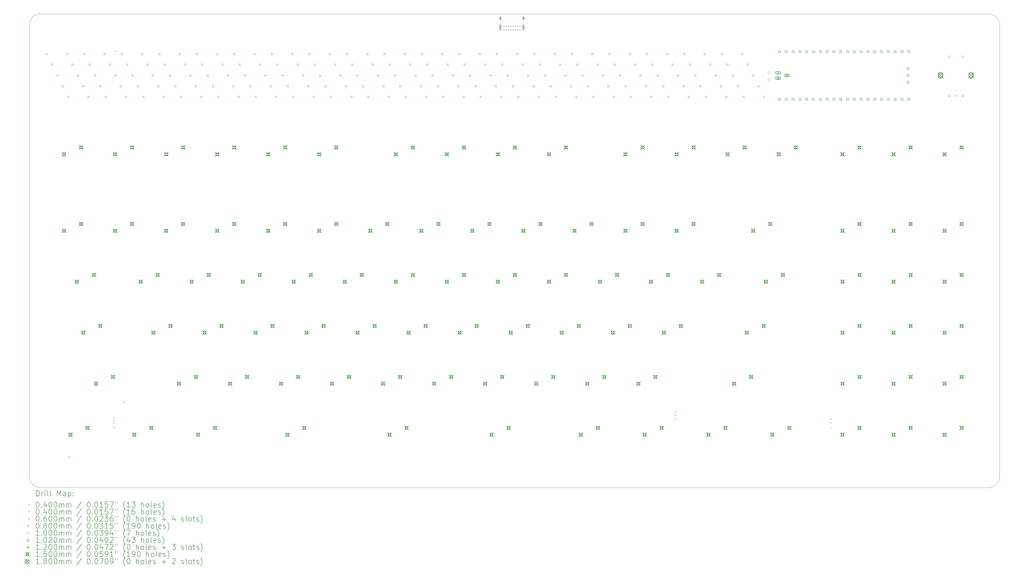
<source format=gbr>
%FSLAX45Y45*%
G04 Gerber Fmt 4.5, Leading zero omitted, Abs format (unit mm)*
G04 Created by KiCad (PCBNEW (6.0.0)) date 2022-04-02 17:54:43*
%MOMM*%
%LPD*%
G01*
G04 APERTURE LIST*
%TA.AperFunction,Profile*%
%ADD10C,0.100000*%
%TD*%
%ADD11C,0.200000*%
%ADD12C,0.040000*%
%ADD13C,0.060000*%
%ADD14C,0.080000*%
%ADD15C,0.100000*%
%ADD16C,0.102000*%
%ADD17C,0.120000*%
%ADD18C,0.150000*%
%ADD19C,0.180000*%
G04 APERTURE END LIST*
D10*
X47200000Y-20900000D02*
X47200000Y-33900000D01*
X46800000Y-34300000D02*
X11400000Y-34300000D01*
X11000000Y-33900000D02*
X11000000Y-20900000D01*
X11000000Y-17000000D02*
X11000000Y-20500000D01*
X46800000Y-34300000D02*
G75*
G03*
X47200000Y-33900000I0J400000D01*
G01*
X11400000Y-16600000D02*
G75*
G03*
X11000000Y-17000000I0J-400000D01*
G01*
X28175000Y-16600000D02*
X11400000Y-16600000D01*
X11000000Y-33900000D02*
G75*
G03*
X11400000Y-34300000I400000J0D01*
G01*
X47200000Y-20500000D02*
X47200000Y-17000000D01*
X47200000Y-20900000D02*
X47200000Y-20500000D01*
X29825000Y-16600000D02*
X28175000Y-16600000D01*
X47200000Y-17000000D02*
G75*
G03*
X46800000Y-16600000I-400000J0D01*
G01*
X29825000Y-16600000D02*
X46800000Y-16600000D01*
X11000000Y-20900000D02*
X11000000Y-20500000D01*
D11*
D12*
X12455000Y-33147502D02*
X12495000Y-33187502D01*
X12495000Y-33147502D02*
X12455000Y-33187502D01*
X14130000Y-31880000D02*
X14170000Y-31920000D01*
X14170000Y-31880000D02*
X14130000Y-31920000D01*
X14130000Y-32030000D02*
X14170000Y-32070000D01*
X14170000Y-32030000D02*
X14130000Y-32070000D01*
X14131265Y-31778735D02*
X14171265Y-31818735D01*
X14171265Y-31778735D02*
X14131265Y-31818735D01*
X14131894Y-31676833D02*
X14171894Y-31716833D01*
X14171894Y-31676833D02*
X14131894Y-31716833D01*
X14180000Y-17980000D02*
X14220000Y-18020000D01*
X14220000Y-17980000D02*
X14180000Y-18020000D01*
X14480000Y-31080000D02*
X14520000Y-31120000D01*
X14520000Y-31080000D02*
X14480000Y-31120000D01*
X35080000Y-31455000D02*
X35120000Y-31495000D01*
X35120000Y-31455000D02*
X35080000Y-31495000D01*
X35080000Y-31580000D02*
X35120000Y-31620000D01*
X35120000Y-31580000D02*
X35080000Y-31620000D01*
X35080000Y-31705000D02*
X35120000Y-31745000D01*
X35120000Y-31705000D02*
X35080000Y-31745000D01*
X40880000Y-31730000D02*
X40920000Y-31770000D01*
X40920000Y-31730000D02*
X40880000Y-31770000D01*
X40880000Y-31855000D02*
X40920000Y-31895000D01*
X40920000Y-31855000D02*
X40880000Y-31895000D01*
X40880000Y-32055000D02*
X40920000Y-32095000D01*
X40920000Y-32055000D02*
X40880000Y-32095000D01*
X28725000Y-17067500D02*
G75*
G03*
X28725000Y-17067500I-20000J0D01*
G01*
X28725000Y-17202500D02*
G75*
G03*
X28725000Y-17202500I-20000J0D01*
G01*
X28810000Y-17067500D02*
G75*
G03*
X28810000Y-17067500I-20000J0D01*
G01*
X28810000Y-17202500D02*
G75*
G03*
X28810000Y-17202500I-20000J0D01*
G01*
X28895000Y-17067500D02*
G75*
G03*
X28895000Y-17067500I-20000J0D01*
G01*
X28895000Y-17202500D02*
G75*
G03*
X28895000Y-17202500I-20000J0D01*
G01*
X28980000Y-17067500D02*
G75*
G03*
X28980000Y-17067500I-20000J0D01*
G01*
X28980000Y-17202500D02*
G75*
G03*
X28980000Y-17202500I-20000J0D01*
G01*
X29065000Y-17067500D02*
G75*
G03*
X29065000Y-17067500I-20000J0D01*
G01*
X29065000Y-17202500D02*
G75*
G03*
X29065000Y-17202500I-20000J0D01*
G01*
X29150000Y-17067500D02*
G75*
G03*
X29150000Y-17067500I-20000J0D01*
G01*
X29150000Y-17202500D02*
G75*
G03*
X29150000Y-17202500I-20000J0D01*
G01*
X29235000Y-17067500D02*
G75*
G03*
X29235000Y-17067500I-20000J0D01*
G01*
X29235000Y-17202500D02*
G75*
G03*
X29235000Y-17202500I-20000J0D01*
G01*
X29320000Y-17067500D02*
G75*
G03*
X29320000Y-17067500I-20000J0D01*
G01*
X29320000Y-17202500D02*
G75*
G03*
X29320000Y-17202500I-20000J0D01*
G01*
D13*
X28570000Y-16736500D02*
X28570000Y-16796500D01*
X28540000Y-16766500D02*
X28600000Y-16766500D01*
D11*
X28590000Y-16806500D02*
X28590000Y-16726500D01*
X28550000Y-16806500D02*
X28550000Y-16726500D01*
X28590000Y-16726500D02*
G75*
G03*
X28550000Y-16726500I-20000J0D01*
G01*
X28550000Y-16806500D02*
G75*
G03*
X28590000Y-16806500I20000J0D01*
G01*
D13*
X28570000Y-17074500D02*
X28570000Y-17134500D01*
X28540000Y-17104500D02*
X28600000Y-17104500D01*
D11*
X28590000Y-17179500D02*
X28590000Y-17029500D01*
X28550000Y-17179500D02*
X28550000Y-17029500D01*
X28590000Y-17029500D02*
G75*
G03*
X28550000Y-17029500I-20000J0D01*
G01*
X28550000Y-17179500D02*
G75*
G03*
X28590000Y-17179500I20000J0D01*
G01*
D13*
X29435000Y-16736500D02*
X29435000Y-16796500D01*
X29405000Y-16766500D02*
X29465000Y-16766500D01*
D11*
X29455000Y-16806500D02*
X29455000Y-16726500D01*
X29415000Y-16806500D02*
X29415000Y-16726500D01*
X29455000Y-16726500D02*
G75*
G03*
X29415000Y-16726500I-20000J0D01*
G01*
X29415000Y-16806500D02*
G75*
G03*
X29455000Y-16806500I20000J0D01*
G01*
D13*
X29435000Y-17074500D02*
X29435000Y-17134500D01*
X29405000Y-17104500D02*
X29465000Y-17104500D01*
D11*
X29455000Y-17179500D02*
X29455000Y-17029500D01*
X29415000Y-17179500D02*
X29415000Y-17029500D01*
X29455000Y-17029500D02*
G75*
G03*
X29415000Y-17029500I-20000J0D01*
G01*
X29415000Y-17179500D02*
G75*
G03*
X29455000Y-17179500I20000J0D01*
G01*
D14*
X11666284Y-18128285D02*
X11666284Y-18071716D01*
X11609715Y-18071716D01*
X11609715Y-18128285D01*
X11666284Y-18128285D01*
X11866284Y-18528285D02*
X11866284Y-18471716D01*
X11809715Y-18471716D01*
X11809715Y-18528285D01*
X11866284Y-18528285D01*
X12066284Y-18928285D02*
X12066284Y-18871716D01*
X12009715Y-18871716D01*
X12009715Y-18928285D01*
X12066284Y-18928285D01*
X12266284Y-19328285D02*
X12266284Y-19271716D01*
X12209715Y-19271716D01*
X12209715Y-19328285D01*
X12266284Y-19328285D01*
X12428284Y-18128285D02*
X12428284Y-18071716D01*
X12371715Y-18071716D01*
X12371715Y-18128285D01*
X12428284Y-18128285D01*
X12466284Y-19728285D02*
X12466284Y-19671716D01*
X12409715Y-19671716D01*
X12409715Y-19728285D01*
X12466284Y-19728285D01*
X12628284Y-18528285D02*
X12628284Y-18471716D01*
X12571715Y-18471716D01*
X12571715Y-18528285D01*
X12628284Y-18528285D01*
X12828284Y-18928285D02*
X12828284Y-18871716D01*
X12771715Y-18871716D01*
X12771715Y-18928285D01*
X12828284Y-18928285D01*
X13028284Y-19328285D02*
X13028284Y-19271716D01*
X12971715Y-19271716D01*
X12971715Y-19328285D01*
X13028284Y-19328285D01*
X13066284Y-18128285D02*
X13066284Y-18071716D01*
X13009715Y-18071716D01*
X13009715Y-18128285D01*
X13066284Y-18128285D01*
X13228284Y-19728285D02*
X13228284Y-19671716D01*
X13171715Y-19671716D01*
X13171715Y-19728285D01*
X13228284Y-19728285D01*
X13266284Y-18528285D02*
X13266284Y-18471716D01*
X13209715Y-18471716D01*
X13209715Y-18528285D01*
X13266284Y-18528285D01*
X13466284Y-18928285D02*
X13466284Y-18871716D01*
X13409715Y-18871716D01*
X13409715Y-18928285D01*
X13466284Y-18928285D01*
X13666284Y-19328285D02*
X13666284Y-19271716D01*
X13609715Y-19271716D01*
X13609715Y-19328285D01*
X13666284Y-19328285D01*
X13828284Y-18128285D02*
X13828284Y-18071716D01*
X13771715Y-18071716D01*
X13771715Y-18128285D01*
X13828284Y-18128285D01*
X13866284Y-19728285D02*
X13866284Y-19671716D01*
X13809715Y-19671716D01*
X13809715Y-19728285D01*
X13866284Y-19728285D01*
X14028284Y-18528285D02*
X14028284Y-18471716D01*
X13971715Y-18471716D01*
X13971715Y-18528285D01*
X14028284Y-18528285D01*
X14228284Y-18928285D02*
X14228284Y-18871716D01*
X14171715Y-18871716D01*
X14171715Y-18928285D01*
X14228284Y-18928285D01*
X14428284Y-19328285D02*
X14428284Y-19271716D01*
X14371715Y-19271716D01*
X14371715Y-19328285D01*
X14428284Y-19328285D01*
X14466284Y-18128285D02*
X14466284Y-18071716D01*
X14409715Y-18071716D01*
X14409715Y-18128285D01*
X14466284Y-18128285D01*
X14628284Y-19728285D02*
X14628284Y-19671716D01*
X14571715Y-19671716D01*
X14571715Y-19728285D01*
X14628284Y-19728285D01*
X14666284Y-18528285D02*
X14666284Y-18471716D01*
X14609715Y-18471716D01*
X14609715Y-18528285D01*
X14666284Y-18528285D01*
X14866284Y-18928285D02*
X14866284Y-18871716D01*
X14809715Y-18871716D01*
X14809715Y-18928285D01*
X14866284Y-18928285D01*
X15066284Y-19328285D02*
X15066284Y-19271716D01*
X15009715Y-19271716D01*
X15009715Y-19328285D01*
X15066284Y-19328285D01*
X15228284Y-18128285D02*
X15228284Y-18071716D01*
X15171715Y-18071716D01*
X15171715Y-18128285D01*
X15228284Y-18128285D01*
X15266284Y-19728285D02*
X15266284Y-19671716D01*
X15209715Y-19671716D01*
X15209715Y-19728285D01*
X15266284Y-19728285D01*
X15428284Y-18528285D02*
X15428284Y-18471716D01*
X15371715Y-18471716D01*
X15371715Y-18528285D01*
X15428284Y-18528285D01*
X15628284Y-18928285D02*
X15628284Y-18871716D01*
X15571715Y-18871716D01*
X15571715Y-18928285D01*
X15628284Y-18928285D01*
X15828284Y-19328285D02*
X15828284Y-19271716D01*
X15771715Y-19271716D01*
X15771715Y-19328285D01*
X15828284Y-19328285D01*
X15866284Y-18128285D02*
X15866284Y-18071716D01*
X15809715Y-18071716D01*
X15809715Y-18128285D01*
X15866284Y-18128285D01*
X16028284Y-19728285D02*
X16028284Y-19671716D01*
X15971715Y-19671716D01*
X15971715Y-19728285D01*
X16028284Y-19728285D01*
X16066284Y-18528285D02*
X16066284Y-18471716D01*
X16009715Y-18471716D01*
X16009715Y-18528285D01*
X16066284Y-18528285D01*
X16266284Y-18928285D02*
X16266284Y-18871716D01*
X16209715Y-18871716D01*
X16209715Y-18928285D01*
X16266284Y-18928285D01*
X16466284Y-19328285D02*
X16466284Y-19271716D01*
X16409715Y-19271716D01*
X16409715Y-19328285D01*
X16466284Y-19328285D01*
X16628284Y-18128285D02*
X16628284Y-18071716D01*
X16571715Y-18071716D01*
X16571715Y-18128285D01*
X16628284Y-18128285D01*
X16666284Y-19728285D02*
X16666284Y-19671716D01*
X16609715Y-19671716D01*
X16609715Y-19728285D01*
X16666284Y-19728285D01*
X16828285Y-18528285D02*
X16828285Y-18471716D01*
X16771715Y-18471716D01*
X16771715Y-18528285D01*
X16828285Y-18528285D01*
X17028285Y-18928285D02*
X17028285Y-18871716D01*
X16971716Y-18871716D01*
X16971716Y-18928285D01*
X17028285Y-18928285D01*
X17228285Y-19328285D02*
X17228285Y-19271716D01*
X17171716Y-19271716D01*
X17171716Y-19328285D01*
X17228285Y-19328285D01*
X17266285Y-18128285D02*
X17266285Y-18071716D01*
X17209716Y-18071716D01*
X17209716Y-18128285D01*
X17266285Y-18128285D01*
X17428285Y-19728285D02*
X17428285Y-19671716D01*
X17371716Y-19671716D01*
X17371716Y-19728285D01*
X17428285Y-19728285D01*
X17466285Y-18528285D02*
X17466285Y-18471716D01*
X17409716Y-18471716D01*
X17409716Y-18528285D01*
X17466285Y-18528285D01*
X17666285Y-18928285D02*
X17666285Y-18871716D01*
X17609716Y-18871716D01*
X17609716Y-18928285D01*
X17666285Y-18928285D01*
X17866285Y-19328285D02*
X17866285Y-19271716D01*
X17809716Y-19271716D01*
X17809716Y-19328285D01*
X17866285Y-19328285D01*
X18028285Y-18128285D02*
X18028285Y-18071716D01*
X17971716Y-18071716D01*
X17971716Y-18128285D01*
X18028285Y-18128285D01*
X18066285Y-19728285D02*
X18066285Y-19671716D01*
X18009716Y-19671716D01*
X18009716Y-19728285D01*
X18066285Y-19728285D01*
X18228285Y-18528285D02*
X18228285Y-18471716D01*
X18171716Y-18471716D01*
X18171716Y-18528285D01*
X18228285Y-18528285D01*
X18428285Y-18928285D02*
X18428285Y-18871716D01*
X18371716Y-18871716D01*
X18371716Y-18928285D01*
X18428285Y-18928285D01*
X18628285Y-19328285D02*
X18628285Y-19271716D01*
X18571716Y-19271716D01*
X18571716Y-19328285D01*
X18628285Y-19328285D01*
X18666285Y-18128285D02*
X18666285Y-18071716D01*
X18609716Y-18071716D01*
X18609716Y-18128285D01*
X18666285Y-18128285D01*
X18828285Y-19728285D02*
X18828285Y-19671716D01*
X18771716Y-19671716D01*
X18771716Y-19728285D01*
X18828285Y-19728285D01*
X18866285Y-18528285D02*
X18866285Y-18471716D01*
X18809716Y-18471716D01*
X18809716Y-18528285D01*
X18866285Y-18528285D01*
X19066285Y-18928285D02*
X19066285Y-18871716D01*
X19009716Y-18871716D01*
X19009716Y-18928285D01*
X19066285Y-18928285D01*
X19266285Y-19328285D02*
X19266285Y-19271716D01*
X19209716Y-19271716D01*
X19209716Y-19328285D01*
X19266285Y-19328285D01*
X19428285Y-18128285D02*
X19428285Y-18071716D01*
X19371716Y-18071716D01*
X19371716Y-18128285D01*
X19428285Y-18128285D01*
X19466285Y-19728285D02*
X19466285Y-19671716D01*
X19409716Y-19671716D01*
X19409716Y-19728285D01*
X19466285Y-19728285D01*
X19628285Y-18528285D02*
X19628285Y-18471716D01*
X19571716Y-18471716D01*
X19571716Y-18528285D01*
X19628285Y-18528285D01*
X19828285Y-18928285D02*
X19828285Y-18871716D01*
X19771716Y-18871716D01*
X19771716Y-18928285D01*
X19828285Y-18928285D01*
X20028285Y-19328285D02*
X20028285Y-19271716D01*
X19971716Y-19271716D01*
X19971716Y-19328285D01*
X20028285Y-19328285D01*
X20066285Y-18128285D02*
X20066285Y-18071716D01*
X20009716Y-18071716D01*
X20009716Y-18128285D01*
X20066285Y-18128285D01*
X20228285Y-19728285D02*
X20228285Y-19671716D01*
X20171716Y-19671716D01*
X20171716Y-19728285D01*
X20228285Y-19728285D01*
X20266285Y-18528285D02*
X20266285Y-18471716D01*
X20209716Y-18471716D01*
X20209716Y-18528285D01*
X20266285Y-18528285D01*
X20466285Y-18928285D02*
X20466285Y-18871716D01*
X20409716Y-18871716D01*
X20409716Y-18928285D01*
X20466285Y-18928285D01*
X20666285Y-19328285D02*
X20666285Y-19271716D01*
X20609716Y-19271716D01*
X20609716Y-19328285D01*
X20666285Y-19328285D01*
X20828285Y-18128285D02*
X20828285Y-18071716D01*
X20771716Y-18071716D01*
X20771716Y-18128285D01*
X20828285Y-18128285D01*
X20866285Y-19728285D02*
X20866285Y-19671716D01*
X20809716Y-19671716D01*
X20809716Y-19728285D01*
X20866285Y-19728285D01*
X21028285Y-18528285D02*
X21028285Y-18471716D01*
X20971716Y-18471716D01*
X20971716Y-18528285D01*
X21028285Y-18528285D01*
X21228285Y-18928285D02*
X21228285Y-18871716D01*
X21171716Y-18871716D01*
X21171716Y-18928285D01*
X21228285Y-18928285D01*
X21428285Y-19328285D02*
X21428285Y-19271716D01*
X21371716Y-19271716D01*
X21371716Y-19328285D01*
X21428285Y-19328285D01*
X21466285Y-18128285D02*
X21466285Y-18071716D01*
X21409716Y-18071716D01*
X21409716Y-18128285D01*
X21466285Y-18128285D01*
X21628285Y-19728285D02*
X21628285Y-19671716D01*
X21571716Y-19671716D01*
X21571716Y-19728285D01*
X21628285Y-19728285D01*
X21666285Y-18528285D02*
X21666285Y-18471716D01*
X21609716Y-18471716D01*
X21609716Y-18528285D01*
X21666285Y-18528285D01*
X21866285Y-18928285D02*
X21866285Y-18871716D01*
X21809716Y-18871716D01*
X21809716Y-18928285D01*
X21866285Y-18928285D01*
X22066285Y-19328285D02*
X22066285Y-19271716D01*
X22009716Y-19271716D01*
X22009716Y-19328285D01*
X22066285Y-19328285D01*
X22228285Y-18128285D02*
X22228285Y-18071716D01*
X22171716Y-18071716D01*
X22171716Y-18128285D01*
X22228285Y-18128285D01*
X22266285Y-19728285D02*
X22266285Y-19671716D01*
X22209716Y-19671716D01*
X22209716Y-19728285D01*
X22266285Y-19728285D01*
X22428284Y-18528285D02*
X22428284Y-18471716D01*
X22371715Y-18471716D01*
X22371715Y-18528285D01*
X22428284Y-18528285D01*
X22628284Y-18928285D02*
X22628284Y-18871716D01*
X22571715Y-18871716D01*
X22571715Y-18928285D01*
X22628284Y-18928285D01*
X22828284Y-19328285D02*
X22828284Y-19271716D01*
X22771715Y-19271716D01*
X22771715Y-19328285D01*
X22828284Y-19328285D01*
X22866284Y-18128285D02*
X22866284Y-18071716D01*
X22809715Y-18071716D01*
X22809715Y-18128285D01*
X22866284Y-18128285D01*
X23028284Y-19728285D02*
X23028284Y-19671716D01*
X22971715Y-19671716D01*
X22971715Y-19728285D01*
X23028284Y-19728285D01*
X23066284Y-18528285D02*
X23066284Y-18471716D01*
X23009715Y-18471716D01*
X23009715Y-18528285D01*
X23066284Y-18528285D01*
X23266284Y-18928285D02*
X23266284Y-18871716D01*
X23209715Y-18871716D01*
X23209715Y-18928285D01*
X23266284Y-18928285D01*
X23466284Y-19328285D02*
X23466284Y-19271716D01*
X23409715Y-19271716D01*
X23409715Y-19328285D01*
X23466284Y-19328285D01*
X23628284Y-18128285D02*
X23628284Y-18071716D01*
X23571715Y-18071716D01*
X23571715Y-18128285D01*
X23628284Y-18128285D01*
X23666284Y-19728285D02*
X23666284Y-19671716D01*
X23609715Y-19671716D01*
X23609715Y-19728285D01*
X23666284Y-19728285D01*
X23828284Y-18528285D02*
X23828284Y-18471716D01*
X23771715Y-18471716D01*
X23771715Y-18528285D01*
X23828284Y-18528285D01*
X24028284Y-18928285D02*
X24028284Y-18871716D01*
X23971715Y-18871716D01*
X23971715Y-18928285D01*
X24028284Y-18928285D01*
X24228284Y-19328285D02*
X24228284Y-19271716D01*
X24171715Y-19271716D01*
X24171715Y-19328285D01*
X24228284Y-19328285D01*
X24266284Y-18128285D02*
X24266284Y-18071716D01*
X24209715Y-18071716D01*
X24209715Y-18128285D01*
X24266284Y-18128285D01*
X24428284Y-19728285D02*
X24428284Y-19671716D01*
X24371715Y-19671716D01*
X24371715Y-19728285D01*
X24428284Y-19728285D01*
X24466284Y-18528285D02*
X24466284Y-18471716D01*
X24409715Y-18471716D01*
X24409715Y-18528285D01*
X24466284Y-18528285D01*
X24666284Y-18928285D02*
X24666284Y-18871716D01*
X24609715Y-18871716D01*
X24609715Y-18928285D01*
X24666284Y-18928285D01*
X24866284Y-19328285D02*
X24866284Y-19271716D01*
X24809715Y-19271716D01*
X24809715Y-19328285D01*
X24866284Y-19328285D01*
X25028284Y-18128285D02*
X25028284Y-18071716D01*
X24971715Y-18071716D01*
X24971715Y-18128285D01*
X25028284Y-18128285D01*
X25066284Y-19728285D02*
X25066284Y-19671716D01*
X25009715Y-19671716D01*
X25009715Y-19728285D01*
X25066284Y-19728285D01*
X25228284Y-18528285D02*
X25228284Y-18471716D01*
X25171715Y-18471716D01*
X25171715Y-18528285D01*
X25228284Y-18528285D01*
X25428284Y-18928285D02*
X25428284Y-18871716D01*
X25371715Y-18871716D01*
X25371715Y-18928285D01*
X25428284Y-18928285D01*
X25628284Y-19328285D02*
X25628284Y-19271716D01*
X25571715Y-19271716D01*
X25571715Y-19328285D01*
X25628284Y-19328285D01*
X25666284Y-18128285D02*
X25666284Y-18071716D01*
X25609715Y-18071716D01*
X25609715Y-18128285D01*
X25666284Y-18128285D01*
X25828284Y-19728285D02*
X25828284Y-19671716D01*
X25771715Y-19671716D01*
X25771715Y-19728285D01*
X25828284Y-19728285D01*
X25866284Y-18528285D02*
X25866284Y-18471716D01*
X25809715Y-18471716D01*
X25809715Y-18528285D01*
X25866284Y-18528285D01*
X26066284Y-18928285D02*
X26066284Y-18871716D01*
X26009715Y-18871716D01*
X26009715Y-18928285D01*
X26066284Y-18928285D01*
X26266284Y-19328285D02*
X26266284Y-19271716D01*
X26209715Y-19271716D01*
X26209715Y-19328285D01*
X26266284Y-19328285D01*
X26428284Y-18128285D02*
X26428284Y-18071716D01*
X26371715Y-18071716D01*
X26371715Y-18128285D01*
X26428284Y-18128285D01*
X26466284Y-19728285D02*
X26466284Y-19671716D01*
X26409715Y-19671716D01*
X26409715Y-19728285D01*
X26466284Y-19728285D01*
X26628284Y-18528285D02*
X26628284Y-18471716D01*
X26571715Y-18471716D01*
X26571715Y-18528285D01*
X26628284Y-18528285D01*
X26828284Y-18928285D02*
X26828284Y-18871716D01*
X26771715Y-18871716D01*
X26771715Y-18928285D01*
X26828284Y-18928285D01*
X27028284Y-19328285D02*
X27028284Y-19271716D01*
X26971715Y-19271716D01*
X26971715Y-19328285D01*
X27028284Y-19328285D01*
X27066284Y-18128285D02*
X27066284Y-18071716D01*
X27009715Y-18071716D01*
X27009715Y-18128285D01*
X27066284Y-18128285D01*
X27228284Y-19728285D02*
X27228284Y-19671716D01*
X27171715Y-19671716D01*
X27171715Y-19728285D01*
X27228284Y-19728285D01*
X27266284Y-18528285D02*
X27266284Y-18471716D01*
X27209715Y-18471716D01*
X27209715Y-18528285D01*
X27266284Y-18528285D01*
X27466284Y-18928285D02*
X27466284Y-18871716D01*
X27409715Y-18871716D01*
X27409715Y-18928285D01*
X27466284Y-18928285D01*
X27666284Y-19328285D02*
X27666284Y-19271716D01*
X27609715Y-19271716D01*
X27609715Y-19328285D01*
X27666284Y-19328285D01*
X27828284Y-18128285D02*
X27828284Y-18071716D01*
X27771715Y-18071716D01*
X27771715Y-18128285D01*
X27828284Y-18128285D01*
X27866284Y-19728285D02*
X27866284Y-19671716D01*
X27809715Y-19671716D01*
X27809715Y-19728285D01*
X27866284Y-19728285D01*
X28028284Y-18528285D02*
X28028284Y-18471716D01*
X27971715Y-18471716D01*
X27971715Y-18528285D01*
X28028284Y-18528285D01*
X28228284Y-18928285D02*
X28228284Y-18871716D01*
X28171715Y-18871716D01*
X28171715Y-18928285D01*
X28228284Y-18928285D01*
X28428284Y-19328285D02*
X28428284Y-19271716D01*
X28371715Y-19271716D01*
X28371715Y-19328285D01*
X28428284Y-19328285D01*
X28466284Y-18128285D02*
X28466284Y-18071716D01*
X28409715Y-18071716D01*
X28409715Y-18128285D01*
X28466284Y-18128285D01*
X28628284Y-19728285D02*
X28628284Y-19671716D01*
X28571715Y-19671716D01*
X28571715Y-19728285D01*
X28628284Y-19728285D01*
X28666284Y-18528285D02*
X28666284Y-18471716D01*
X28609715Y-18471716D01*
X28609715Y-18528285D01*
X28666284Y-18528285D01*
X28866284Y-18928285D02*
X28866284Y-18871716D01*
X28809715Y-18871716D01*
X28809715Y-18928285D01*
X28866284Y-18928285D01*
X29066284Y-19328285D02*
X29066284Y-19271716D01*
X29009715Y-19271716D01*
X29009715Y-19328285D01*
X29066284Y-19328285D01*
X29228284Y-18128285D02*
X29228284Y-18071716D01*
X29171715Y-18071716D01*
X29171715Y-18128285D01*
X29228284Y-18128285D01*
X29266284Y-19728285D02*
X29266284Y-19671716D01*
X29209715Y-19671716D01*
X29209715Y-19728285D01*
X29266284Y-19728285D01*
X29428284Y-18528285D02*
X29428284Y-18471716D01*
X29371715Y-18471716D01*
X29371715Y-18528285D01*
X29428284Y-18528285D01*
X29628284Y-18928285D02*
X29628284Y-18871716D01*
X29571715Y-18871716D01*
X29571715Y-18928285D01*
X29628284Y-18928285D01*
X29828284Y-19328285D02*
X29828284Y-19271716D01*
X29771715Y-19271716D01*
X29771715Y-19328285D01*
X29828284Y-19328285D01*
X29866284Y-18128285D02*
X29866284Y-18071716D01*
X29809715Y-18071716D01*
X29809715Y-18128285D01*
X29866284Y-18128285D01*
X30028284Y-19728285D02*
X30028284Y-19671716D01*
X29971715Y-19671716D01*
X29971715Y-19728285D01*
X30028284Y-19728285D01*
X30066284Y-18528285D02*
X30066284Y-18471716D01*
X30009715Y-18471716D01*
X30009715Y-18528285D01*
X30066284Y-18528285D01*
X30266284Y-18928285D02*
X30266284Y-18871716D01*
X30209715Y-18871716D01*
X30209715Y-18928285D01*
X30266284Y-18928285D01*
X30466284Y-19328285D02*
X30466284Y-19271716D01*
X30409715Y-19271716D01*
X30409715Y-19328285D01*
X30466284Y-19328285D01*
X30628284Y-18128285D02*
X30628284Y-18071716D01*
X30571715Y-18071716D01*
X30571715Y-18128285D01*
X30628284Y-18128285D01*
X30666284Y-19728285D02*
X30666284Y-19671716D01*
X30609715Y-19671716D01*
X30609715Y-19728285D01*
X30666284Y-19728285D01*
X30828284Y-18528285D02*
X30828284Y-18471716D01*
X30771715Y-18471716D01*
X30771715Y-18528285D01*
X30828284Y-18528285D01*
X31028284Y-18928285D02*
X31028284Y-18871716D01*
X30971715Y-18871716D01*
X30971715Y-18928285D01*
X31028284Y-18928285D01*
X31228284Y-19328285D02*
X31228284Y-19271716D01*
X31171715Y-19271716D01*
X31171715Y-19328285D01*
X31228284Y-19328285D01*
X31266284Y-18128285D02*
X31266284Y-18071716D01*
X31209715Y-18071716D01*
X31209715Y-18128285D01*
X31266284Y-18128285D01*
X31428284Y-19728285D02*
X31428284Y-19671716D01*
X31371715Y-19671716D01*
X31371715Y-19728285D01*
X31428284Y-19728285D01*
X31466284Y-18528285D02*
X31466284Y-18471716D01*
X31409715Y-18471716D01*
X31409715Y-18528285D01*
X31466284Y-18528285D01*
X31666284Y-18928285D02*
X31666284Y-18871716D01*
X31609715Y-18871716D01*
X31609715Y-18928285D01*
X31666284Y-18928285D01*
X31866284Y-19328285D02*
X31866284Y-19271716D01*
X31809715Y-19271716D01*
X31809715Y-19328285D01*
X31866284Y-19328285D01*
X32028284Y-18128285D02*
X32028284Y-18071716D01*
X31971715Y-18071716D01*
X31971715Y-18128285D01*
X32028284Y-18128285D01*
X32066284Y-19728285D02*
X32066284Y-19671716D01*
X32009715Y-19671716D01*
X32009715Y-19728285D01*
X32066284Y-19728285D01*
X32228284Y-18528285D02*
X32228284Y-18471716D01*
X32171715Y-18471716D01*
X32171715Y-18528285D01*
X32228284Y-18528285D01*
X32428284Y-18928285D02*
X32428284Y-18871716D01*
X32371715Y-18871716D01*
X32371715Y-18928285D01*
X32428284Y-18928285D01*
X32628284Y-19328285D02*
X32628284Y-19271716D01*
X32571715Y-19271716D01*
X32571715Y-19328285D01*
X32628284Y-19328285D01*
X32666284Y-18128285D02*
X32666284Y-18071716D01*
X32609715Y-18071716D01*
X32609715Y-18128285D01*
X32666284Y-18128285D01*
X32828284Y-19728285D02*
X32828284Y-19671716D01*
X32771715Y-19671716D01*
X32771715Y-19728285D01*
X32828284Y-19728285D01*
X32866284Y-18528285D02*
X32866284Y-18471716D01*
X32809715Y-18471716D01*
X32809715Y-18528285D01*
X32866284Y-18528285D01*
X33066284Y-18928285D02*
X33066284Y-18871716D01*
X33009715Y-18871716D01*
X33009715Y-18928285D01*
X33066284Y-18928285D01*
X33266284Y-19328285D02*
X33266284Y-19271716D01*
X33209715Y-19271716D01*
X33209715Y-19328285D01*
X33266284Y-19328285D01*
X33428284Y-18128285D02*
X33428284Y-18071716D01*
X33371715Y-18071716D01*
X33371715Y-18128285D01*
X33428284Y-18128285D01*
X33466284Y-19728285D02*
X33466284Y-19671716D01*
X33409715Y-19671716D01*
X33409715Y-19728285D01*
X33466284Y-19728285D01*
X33628285Y-18528285D02*
X33628285Y-18471716D01*
X33571716Y-18471716D01*
X33571716Y-18528285D01*
X33628285Y-18528285D01*
X33828285Y-18928285D02*
X33828285Y-18871716D01*
X33771716Y-18871716D01*
X33771716Y-18928285D01*
X33828285Y-18928285D01*
X34028285Y-19328285D02*
X34028285Y-19271716D01*
X33971716Y-19271716D01*
X33971716Y-19328285D01*
X34028285Y-19328285D01*
X34066285Y-18128285D02*
X34066285Y-18071716D01*
X34009716Y-18071716D01*
X34009716Y-18128285D01*
X34066285Y-18128285D01*
X34228285Y-19728285D02*
X34228285Y-19671716D01*
X34171716Y-19671716D01*
X34171716Y-19728285D01*
X34228285Y-19728285D01*
X34266285Y-18528285D02*
X34266285Y-18471716D01*
X34209716Y-18471716D01*
X34209716Y-18528285D01*
X34266285Y-18528285D01*
X34466285Y-18928285D02*
X34466285Y-18871716D01*
X34409716Y-18871716D01*
X34409716Y-18928285D01*
X34466285Y-18928285D01*
X34666285Y-19328285D02*
X34666285Y-19271716D01*
X34609716Y-19271716D01*
X34609716Y-19328285D01*
X34666285Y-19328285D01*
X34828285Y-18128285D02*
X34828285Y-18071716D01*
X34771716Y-18071716D01*
X34771716Y-18128285D01*
X34828285Y-18128285D01*
X34866285Y-19728285D02*
X34866285Y-19671716D01*
X34809716Y-19671716D01*
X34809716Y-19728285D01*
X34866285Y-19728285D01*
X35028285Y-18528285D02*
X35028285Y-18471716D01*
X34971716Y-18471716D01*
X34971716Y-18528285D01*
X35028285Y-18528285D01*
X35228285Y-18928285D02*
X35228285Y-18871716D01*
X35171716Y-18871716D01*
X35171716Y-18928285D01*
X35228285Y-18928285D01*
X35428285Y-19328285D02*
X35428285Y-19271716D01*
X35371716Y-19271716D01*
X35371716Y-19328285D01*
X35428285Y-19328285D01*
X35466285Y-18128285D02*
X35466285Y-18071716D01*
X35409716Y-18071716D01*
X35409716Y-18128285D01*
X35466285Y-18128285D01*
X35628285Y-19728285D02*
X35628285Y-19671716D01*
X35571716Y-19671716D01*
X35571716Y-19728285D01*
X35628285Y-19728285D01*
X35666285Y-18528285D02*
X35666285Y-18471716D01*
X35609716Y-18471716D01*
X35609716Y-18528285D01*
X35666285Y-18528285D01*
X35866285Y-18928285D02*
X35866285Y-18871716D01*
X35809716Y-18871716D01*
X35809716Y-18928285D01*
X35866285Y-18928285D01*
X36066285Y-19328285D02*
X36066285Y-19271716D01*
X36009716Y-19271716D01*
X36009716Y-19328285D01*
X36066285Y-19328285D01*
X36228285Y-18128285D02*
X36228285Y-18071716D01*
X36171716Y-18071716D01*
X36171716Y-18128285D01*
X36228285Y-18128285D01*
X36266285Y-19728285D02*
X36266285Y-19671716D01*
X36209716Y-19671716D01*
X36209716Y-19728285D01*
X36266285Y-19728285D01*
X36428285Y-18528285D02*
X36428285Y-18471716D01*
X36371716Y-18471716D01*
X36371716Y-18528285D01*
X36428285Y-18528285D01*
X36628285Y-18928285D02*
X36628285Y-18871716D01*
X36571716Y-18871716D01*
X36571716Y-18928285D01*
X36628285Y-18928285D01*
X36828285Y-19328285D02*
X36828285Y-19271716D01*
X36771716Y-19271716D01*
X36771716Y-19328285D01*
X36828285Y-19328285D01*
X36866285Y-18128285D02*
X36866285Y-18071716D01*
X36809716Y-18071716D01*
X36809716Y-18128285D01*
X36866285Y-18128285D01*
X37028285Y-19728285D02*
X37028285Y-19671716D01*
X36971716Y-19671716D01*
X36971716Y-19728285D01*
X37028285Y-19728285D01*
X37066285Y-18528285D02*
X37066285Y-18471716D01*
X37009716Y-18471716D01*
X37009716Y-18528285D01*
X37066285Y-18528285D01*
X37266285Y-18928285D02*
X37266285Y-18871716D01*
X37209716Y-18871716D01*
X37209716Y-18928285D01*
X37266285Y-18928285D01*
X37466285Y-19328285D02*
X37466285Y-19271716D01*
X37409716Y-19271716D01*
X37409716Y-19328285D01*
X37466285Y-19328285D01*
X37628285Y-18128285D02*
X37628285Y-18071716D01*
X37571716Y-18071716D01*
X37571716Y-18128285D01*
X37628285Y-18128285D01*
X37666285Y-19728285D02*
X37666285Y-19671716D01*
X37609716Y-19671716D01*
X37609716Y-19728285D01*
X37666285Y-19728285D01*
X37828285Y-18528285D02*
X37828285Y-18471716D01*
X37771716Y-18471716D01*
X37771716Y-18528285D01*
X37828285Y-18528285D01*
X38028285Y-18928285D02*
X38028285Y-18871716D01*
X37971716Y-18871716D01*
X37971716Y-18928285D01*
X38028285Y-18928285D01*
X38228285Y-19328285D02*
X38228285Y-19271716D01*
X38171716Y-19271716D01*
X38171716Y-19328285D01*
X38228285Y-19328285D01*
X38428285Y-19728285D02*
X38428285Y-19671716D01*
X38371716Y-19671716D01*
X38371716Y-19728285D01*
X38428285Y-19728285D01*
D15*
X38600000Y-18850000D02*
X38650000Y-18800000D01*
X38600000Y-18750000D01*
X38550000Y-18800000D01*
X38600000Y-18850000D01*
X38600000Y-19104000D02*
X38650000Y-19054000D01*
X38600000Y-19004000D01*
X38550000Y-19054000D01*
X38600000Y-19104000D01*
X45320000Y-18250000D02*
X45370000Y-18200000D01*
X45320000Y-18150000D01*
X45270000Y-18200000D01*
X45320000Y-18250000D01*
X45320000Y-19700000D02*
X45370000Y-19650000D01*
X45320000Y-19600000D01*
X45270000Y-19650000D01*
X45320000Y-19700000D01*
X45570000Y-19700000D02*
X45620000Y-19650000D01*
X45570000Y-19600000D01*
X45520000Y-19650000D01*
X45570000Y-19700000D01*
X45820000Y-18250000D02*
X45870000Y-18200000D01*
X45820000Y-18150000D01*
X45770000Y-18200000D01*
X45820000Y-18250000D01*
X45820000Y-19700000D02*
X45870000Y-19650000D01*
X45820000Y-19600000D01*
X45770000Y-19650000D01*
X45820000Y-19700000D01*
D16*
X38936000Y-17960000D02*
X39038000Y-18062000D01*
X39038000Y-17960000D02*
X38936000Y-18062000D01*
X39038000Y-18011000D02*
G75*
G03*
X39038000Y-18011000I-51000J0D01*
G01*
X38936000Y-19738000D02*
X39038000Y-19840000D01*
X39038000Y-19738000D02*
X38936000Y-19840000D01*
X39038000Y-19789000D02*
G75*
G03*
X39038000Y-19789000I-51000J0D01*
G01*
X39190000Y-17960000D02*
X39292000Y-18062000D01*
X39292000Y-17960000D02*
X39190000Y-18062000D01*
X39292000Y-18011000D02*
G75*
G03*
X39292000Y-18011000I-51000J0D01*
G01*
X39190000Y-19738000D02*
X39292000Y-19840000D01*
X39292000Y-19738000D02*
X39190000Y-19840000D01*
X39292000Y-19789000D02*
G75*
G03*
X39292000Y-19789000I-51000J0D01*
G01*
X39444000Y-17960000D02*
X39546000Y-18062000D01*
X39546000Y-17960000D02*
X39444000Y-18062000D01*
X39546000Y-18011000D02*
G75*
G03*
X39546000Y-18011000I-51000J0D01*
G01*
X39444000Y-19738000D02*
X39546000Y-19840000D01*
X39546000Y-19738000D02*
X39444000Y-19840000D01*
X39546000Y-19789000D02*
G75*
G03*
X39546000Y-19789000I-51000J0D01*
G01*
X39698000Y-17960000D02*
X39800000Y-18062000D01*
X39800000Y-17960000D02*
X39698000Y-18062000D01*
X39800000Y-18011000D02*
G75*
G03*
X39800000Y-18011000I-51000J0D01*
G01*
X39698000Y-19738000D02*
X39800000Y-19840000D01*
X39800000Y-19738000D02*
X39698000Y-19840000D01*
X39800000Y-19789000D02*
G75*
G03*
X39800000Y-19789000I-51000J0D01*
G01*
X39952000Y-17960000D02*
X40054000Y-18062000D01*
X40054000Y-17960000D02*
X39952000Y-18062000D01*
X40054000Y-18011000D02*
G75*
G03*
X40054000Y-18011000I-51000J0D01*
G01*
X39952000Y-19738000D02*
X40054000Y-19840000D01*
X40054000Y-19738000D02*
X39952000Y-19840000D01*
X40054000Y-19789000D02*
G75*
G03*
X40054000Y-19789000I-51000J0D01*
G01*
X40206000Y-17960000D02*
X40308000Y-18062000D01*
X40308000Y-17960000D02*
X40206000Y-18062000D01*
X40308000Y-18011000D02*
G75*
G03*
X40308000Y-18011000I-51000J0D01*
G01*
X40206000Y-19738000D02*
X40308000Y-19840000D01*
X40308000Y-19738000D02*
X40206000Y-19840000D01*
X40308000Y-19789000D02*
G75*
G03*
X40308000Y-19789000I-51000J0D01*
G01*
X40460000Y-17960000D02*
X40562000Y-18062000D01*
X40562000Y-17960000D02*
X40460000Y-18062000D01*
X40562000Y-18011000D02*
G75*
G03*
X40562000Y-18011000I-51000J0D01*
G01*
X40460000Y-19738000D02*
X40562000Y-19840000D01*
X40562000Y-19738000D02*
X40460000Y-19840000D01*
X40562000Y-19789000D02*
G75*
G03*
X40562000Y-19789000I-51000J0D01*
G01*
X40714000Y-17960000D02*
X40816000Y-18062000D01*
X40816000Y-17960000D02*
X40714000Y-18062000D01*
X40816000Y-18011000D02*
G75*
G03*
X40816000Y-18011000I-51000J0D01*
G01*
X40714000Y-19738000D02*
X40816000Y-19840000D01*
X40816000Y-19738000D02*
X40714000Y-19840000D01*
X40816000Y-19789000D02*
G75*
G03*
X40816000Y-19789000I-51000J0D01*
G01*
X40968000Y-17960000D02*
X41070000Y-18062000D01*
X41070000Y-17960000D02*
X40968000Y-18062000D01*
X41070000Y-18011000D02*
G75*
G03*
X41070000Y-18011000I-51000J0D01*
G01*
X40968000Y-19738000D02*
X41070000Y-19840000D01*
X41070000Y-19738000D02*
X40968000Y-19840000D01*
X41070000Y-19789000D02*
G75*
G03*
X41070000Y-19789000I-51000J0D01*
G01*
X41222000Y-17960000D02*
X41324000Y-18062000D01*
X41324000Y-17960000D02*
X41222000Y-18062000D01*
X41324000Y-18011000D02*
G75*
G03*
X41324000Y-18011000I-51000J0D01*
G01*
X41222000Y-19738000D02*
X41324000Y-19840000D01*
X41324000Y-19738000D02*
X41222000Y-19840000D01*
X41324000Y-19789000D02*
G75*
G03*
X41324000Y-19789000I-51000J0D01*
G01*
X41476000Y-17960000D02*
X41578000Y-18062000D01*
X41578000Y-17960000D02*
X41476000Y-18062000D01*
X41578000Y-18011000D02*
G75*
G03*
X41578000Y-18011000I-51000J0D01*
G01*
X41476000Y-19738000D02*
X41578000Y-19840000D01*
X41578000Y-19738000D02*
X41476000Y-19840000D01*
X41578000Y-19789000D02*
G75*
G03*
X41578000Y-19789000I-51000J0D01*
G01*
X41730000Y-17960000D02*
X41832000Y-18062000D01*
X41832000Y-17960000D02*
X41730000Y-18062000D01*
X41832000Y-18011000D02*
G75*
G03*
X41832000Y-18011000I-51000J0D01*
G01*
X41730000Y-19738000D02*
X41832000Y-19840000D01*
X41832000Y-19738000D02*
X41730000Y-19840000D01*
X41832000Y-19789000D02*
G75*
G03*
X41832000Y-19789000I-51000J0D01*
G01*
X41984000Y-17960000D02*
X42086000Y-18062000D01*
X42086000Y-17960000D02*
X41984000Y-18062000D01*
X42086000Y-18011000D02*
G75*
G03*
X42086000Y-18011000I-51000J0D01*
G01*
X41984000Y-19738000D02*
X42086000Y-19840000D01*
X42086000Y-19738000D02*
X41984000Y-19840000D01*
X42086000Y-19789000D02*
G75*
G03*
X42086000Y-19789000I-51000J0D01*
G01*
X42238000Y-17960000D02*
X42340000Y-18062000D01*
X42340000Y-17960000D02*
X42238000Y-18062000D01*
X42340000Y-18011000D02*
G75*
G03*
X42340000Y-18011000I-51000J0D01*
G01*
X42238000Y-19738000D02*
X42340000Y-19840000D01*
X42340000Y-19738000D02*
X42238000Y-19840000D01*
X42340000Y-19789000D02*
G75*
G03*
X42340000Y-19789000I-51000J0D01*
G01*
X42492000Y-17960000D02*
X42594000Y-18062000D01*
X42594000Y-17960000D02*
X42492000Y-18062000D01*
X42594000Y-18011000D02*
G75*
G03*
X42594000Y-18011000I-51000J0D01*
G01*
X42492000Y-19738000D02*
X42594000Y-19840000D01*
X42594000Y-19738000D02*
X42492000Y-19840000D01*
X42594000Y-19789000D02*
G75*
G03*
X42594000Y-19789000I-51000J0D01*
G01*
X42746000Y-17960000D02*
X42848000Y-18062000D01*
X42848000Y-17960000D02*
X42746000Y-18062000D01*
X42848000Y-18011000D02*
G75*
G03*
X42848000Y-18011000I-51000J0D01*
G01*
X42746000Y-19738000D02*
X42848000Y-19840000D01*
X42848000Y-19738000D02*
X42746000Y-19840000D01*
X42848000Y-19789000D02*
G75*
G03*
X42848000Y-19789000I-51000J0D01*
G01*
X43000000Y-17960000D02*
X43102000Y-18062000D01*
X43102000Y-17960000D02*
X43000000Y-18062000D01*
X43102000Y-18011000D02*
G75*
G03*
X43102000Y-18011000I-51000J0D01*
G01*
X43000000Y-19738000D02*
X43102000Y-19840000D01*
X43102000Y-19738000D02*
X43000000Y-19840000D01*
X43102000Y-19789000D02*
G75*
G03*
X43102000Y-19789000I-51000J0D01*
G01*
X43254000Y-17960000D02*
X43356000Y-18062000D01*
X43356000Y-17960000D02*
X43254000Y-18062000D01*
X43356000Y-18011000D02*
G75*
G03*
X43356000Y-18011000I-51000J0D01*
G01*
X43254000Y-19738000D02*
X43356000Y-19840000D01*
X43356000Y-19738000D02*
X43254000Y-19840000D01*
X43356000Y-19789000D02*
G75*
G03*
X43356000Y-19789000I-51000J0D01*
G01*
X43508000Y-17960000D02*
X43610000Y-18062000D01*
X43610000Y-17960000D02*
X43508000Y-18062000D01*
X43610000Y-18011000D02*
G75*
G03*
X43610000Y-18011000I-51000J0D01*
G01*
X43508000Y-19738000D02*
X43610000Y-19840000D01*
X43610000Y-19738000D02*
X43508000Y-19840000D01*
X43610000Y-19789000D02*
G75*
G03*
X43610000Y-19789000I-51000J0D01*
G01*
X43739000Y-18595000D02*
X43841000Y-18697000D01*
X43841000Y-18595000D02*
X43739000Y-18697000D01*
X43841000Y-18646000D02*
G75*
G03*
X43841000Y-18646000I-51000J0D01*
G01*
X43739000Y-18849000D02*
X43841000Y-18951000D01*
X43841000Y-18849000D02*
X43739000Y-18951000D01*
X43841000Y-18900000D02*
G75*
G03*
X43841000Y-18900000I-51000J0D01*
G01*
X43739000Y-19103000D02*
X43841000Y-19205000D01*
X43841000Y-19103000D02*
X43739000Y-19205000D01*
X43841000Y-19154000D02*
G75*
G03*
X43841000Y-19154000I-51000J0D01*
G01*
X43762000Y-17960000D02*
X43864000Y-18062000D01*
X43864000Y-17960000D02*
X43762000Y-18062000D01*
X43864000Y-18011000D02*
G75*
G03*
X43864000Y-18011000I-51000J0D01*
G01*
X43762000Y-19738000D02*
X43864000Y-19840000D01*
X43864000Y-19738000D02*
X43762000Y-19840000D01*
X43864000Y-19789000D02*
G75*
G03*
X43864000Y-19789000I-51000J0D01*
G01*
D17*
X38873000Y-18940000D02*
X38993000Y-19060000D01*
X38993000Y-18940000D02*
X38873000Y-19060000D01*
X38933000Y-18940000D02*
X38933000Y-19060000D01*
X38873000Y-19000000D02*
X38993000Y-19000000D01*
D11*
X38883000Y-19050000D02*
X38983000Y-19050000D01*
X38883000Y-18950000D02*
X38983000Y-18950000D01*
X38983000Y-19050000D02*
G75*
G03*
X38983000Y-18950000I0J50000D01*
G01*
X38883000Y-18950000D02*
G75*
G03*
X38883000Y-19050000I0J-50000D01*
G01*
D17*
X38875000Y-18740000D02*
X38995000Y-18860000D01*
X38995000Y-18740000D02*
X38875000Y-18860000D01*
X38935000Y-18740000D02*
X38935000Y-18860000D01*
X38875000Y-18800000D02*
X38995000Y-18800000D01*
D11*
X38885000Y-18850000D02*
X38985000Y-18850000D01*
X38885000Y-18750000D02*
X38985000Y-18750000D01*
X38985000Y-18850000D02*
G75*
G03*
X38985000Y-18750000I0J50000D01*
G01*
X38885000Y-18750000D02*
G75*
G03*
X38885000Y-18850000I0J-50000D01*
G01*
D17*
X39203000Y-18840000D02*
X39323000Y-18960000D01*
X39323000Y-18840000D02*
X39203000Y-18960000D01*
X39263000Y-18840000D02*
X39263000Y-18960000D01*
X39203000Y-18900000D02*
X39323000Y-18900000D01*
D11*
X39213000Y-18950000D02*
X39313000Y-18950000D01*
X39213000Y-18850000D02*
X39313000Y-18850000D01*
X39313000Y-18950000D02*
G75*
G03*
X39313000Y-18850000I0J50000D01*
G01*
X39213000Y-18850000D02*
G75*
G03*
X39213000Y-18950000I0J-50000D01*
G01*
D18*
X12213500Y-21771000D02*
X12363500Y-21921000D01*
X12363500Y-21771000D02*
X12213500Y-21921000D01*
X12341533Y-21899034D02*
X12341533Y-21792967D01*
X12235466Y-21792967D01*
X12235466Y-21899034D01*
X12341533Y-21899034D01*
X12213500Y-24628500D02*
X12363500Y-24778500D01*
X12363500Y-24628500D02*
X12213500Y-24778500D01*
X12341533Y-24756533D02*
X12341533Y-24650466D01*
X12235466Y-24650466D01*
X12235466Y-24756533D01*
X12341533Y-24756533D01*
X12451625Y-32248500D02*
X12601625Y-32398500D01*
X12601625Y-32248500D02*
X12451625Y-32398500D01*
X12579658Y-32376533D02*
X12579658Y-32270466D01*
X12473591Y-32270466D01*
X12473591Y-32376533D01*
X12579658Y-32376533D01*
X12689750Y-26533500D02*
X12839750Y-26683500D01*
X12839750Y-26533500D02*
X12689750Y-26683500D01*
X12817783Y-26661533D02*
X12817783Y-26555466D01*
X12711716Y-26555466D01*
X12711716Y-26661533D01*
X12817783Y-26661533D01*
X12848500Y-21517000D02*
X12998500Y-21667000D01*
X12998500Y-21517000D02*
X12848500Y-21667000D01*
X12976533Y-21645034D02*
X12976533Y-21538967D01*
X12870466Y-21538967D01*
X12870466Y-21645034D01*
X12976533Y-21645034D01*
X12848500Y-24374500D02*
X12998500Y-24524500D01*
X12998500Y-24374500D02*
X12848500Y-24524500D01*
X12976533Y-24502533D02*
X12976533Y-24396466D01*
X12870466Y-24396466D01*
X12870466Y-24502533D01*
X12976533Y-24502533D01*
X12927875Y-28438500D02*
X13077875Y-28588500D01*
X13077875Y-28438500D02*
X12927875Y-28588500D01*
X13055908Y-28566533D02*
X13055908Y-28460466D01*
X12949841Y-28460466D01*
X12949841Y-28566533D01*
X13055908Y-28566533D01*
X13086625Y-31994500D02*
X13236625Y-32144500D01*
X13236625Y-31994500D02*
X13086625Y-32144500D01*
X13214658Y-32122533D02*
X13214658Y-32016466D01*
X13108591Y-32016466D01*
X13108591Y-32122533D01*
X13214658Y-32122533D01*
X13324750Y-26279500D02*
X13474750Y-26429500D01*
X13474750Y-26279500D02*
X13324750Y-26429500D01*
X13452783Y-26407533D02*
X13452783Y-26301466D01*
X13346716Y-26301466D01*
X13346716Y-26407533D01*
X13452783Y-26407533D01*
X13404125Y-30343500D02*
X13554125Y-30493500D01*
X13554125Y-30343500D02*
X13404125Y-30493500D01*
X13532158Y-30471533D02*
X13532158Y-30365466D01*
X13426091Y-30365466D01*
X13426091Y-30471533D01*
X13532158Y-30471533D01*
X13562875Y-28184500D02*
X13712875Y-28334500D01*
X13712875Y-28184500D02*
X13562875Y-28334500D01*
X13690908Y-28312533D02*
X13690908Y-28206466D01*
X13584841Y-28206466D01*
X13584841Y-28312533D01*
X13690908Y-28312533D01*
X14039125Y-30089500D02*
X14189125Y-30239500D01*
X14189125Y-30089500D02*
X14039125Y-30239500D01*
X14167158Y-30217533D02*
X14167158Y-30111466D01*
X14061091Y-30111466D01*
X14061091Y-30217533D01*
X14167158Y-30217533D01*
X14118500Y-21771000D02*
X14268500Y-21921000D01*
X14268500Y-21771000D02*
X14118500Y-21921000D01*
X14246533Y-21899034D02*
X14246533Y-21792967D01*
X14140466Y-21792967D01*
X14140466Y-21899034D01*
X14246533Y-21899034D01*
X14118500Y-24628500D02*
X14268500Y-24778500D01*
X14268500Y-24628500D02*
X14118500Y-24778500D01*
X14246533Y-24756533D02*
X14246533Y-24650466D01*
X14140466Y-24650466D01*
X14140466Y-24756533D01*
X14246533Y-24756533D01*
X14753500Y-21517000D02*
X14903500Y-21667000D01*
X14903500Y-21517000D02*
X14753500Y-21667000D01*
X14881533Y-21645034D02*
X14881533Y-21538967D01*
X14775466Y-21538967D01*
X14775466Y-21645034D01*
X14881533Y-21645034D01*
X14753500Y-24374500D02*
X14903500Y-24524500D01*
X14903500Y-24374500D02*
X14753500Y-24524500D01*
X14881533Y-24502533D02*
X14881533Y-24396466D01*
X14775466Y-24396466D01*
X14775466Y-24502533D01*
X14881533Y-24502533D01*
X14832875Y-32248500D02*
X14982875Y-32398500D01*
X14982875Y-32248500D02*
X14832875Y-32398500D01*
X14960908Y-32376533D02*
X14960908Y-32270466D01*
X14854841Y-32270466D01*
X14854841Y-32376533D01*
X14960908Y-32376533D01*
X15071000Y-26533500D02*
X15221000Y-26683500D01*
X15221000Y-26533500D02*
X15071000Y-26683500D01*
X15199033Y-26661533D02*
X15199033Y-26555466D01*
X15092966Y-26555466D01*
X15092966Y-26661533D01*
X15199033Y-26661533D01*
X15467875Y-31994500D02*
X15617875Y-32144500D01*
X15617875Y-31994500D02*
X15467875Y-32144500D01*
X15595908Y-32122533D02*
X15595908Y-32016466D01*
X15489841Y-32016466D01*
X15489841Y-32122533D01*
X15595908Y-32122533D01*
X15547250Y-28438500D02*
X15697250Y-28588500D01*
X15697250Y-28438500D02*
X15547250Y-28588500D01*
X15675283Y-28566533D02*
X15675283Y-28460466D01*
X15569216Y-28460466D01*
X15569216Y-28566533D01*
X15675283Y-28566533D01*
X15706000Y-26279500D02*
X15856000Y-26429500D01*
X15856000Y-26279500D02*
X15706000Y-26429500D01*
X15834033Y-26407533D02*
X15834033Y-26301466D01*
X15727966Y-26301466D01*
X15727966Y-26407533D01*
X15834033Y-26407533D01*
X16023500Y-21771000D02*
X16173500Y-21921000D01*
X16173500Y-21771000D02*
X16023500Y-21921000D01*
X16151533Y-21899034D02*
X16151533Y-21792967D01*
X16045466Y-21792967D01*
X16045466Y-21899034D01*
X16151533Y-21899034D01*
X16023500Y-24628500D02*
X16173500Y-24778500D01*
X16173500Y-24628500D02*
X16023500Y-24778500D01*
X16151533Y-24756533D02*
X16151533Y-24650466D01*
X16045466Y-24650466D01*
X16045466Y-24756533D01*
X16151533Y-24756533D01*
X16182250Y-28184500D02*
X16332250Y-28334500D01*
X16332250Y-28184500D02*
X16182250Y-28334500D01*
X16310283Y-28312533D02*
X16310283Y-28206466D01*
X16204216Y-28206466D01*
X16204216Y-28312533D01*
X16310283Y-28312533D01*
X16499750Y-30343500D02*
X16649750Y-30493500D01*
X16649750Y-30343500D02*
X16499750Y-30493500D01*
X16627783Y-30471533D02*
X16627783Y-30365466D01*
X16521716Y-30365466D01*
X16521716Y-30471533D01*
X16627783Y-30471533D01*
X16658500Y-21517000D02*
X16808500Y-21667000D01*
X16808500Y-21517000D02*
X16658500Y-21667000D01*
X16786534Y-21645034D02*
X16786534Y-21538967D01*
X16680466Y-21538967D01*
X16680466Y-21645034D01*
X16786534Y-21645034D01*
X16658500Y-24374500D02*
X16808500Y-24524500D01*
X16808500Y-24374500D02*
X16658500Y-24524500D01*
X16786534Y-24502533D02*
X16786534Y-24396466D01*
X16680466Y-24396466D01*
X16680466Y-24502533D01*
X16786534Y-24502533D01*
X16976000Y-26533500D02*
X17126000Y-26683500D01*
X17126000Y-26533500D02*
X16976000Y-26683500D01*
X17104034Y-26661533D02*
X17104034Y-26555466D01*
X16997967Y-26555466D01*
X16997967Y-26661533D01*
X17104034Y-26661533D01*
X17134750Y-30089500D02*
X17284750Y-30239500D01*
X17284750Y-30089500D02*
X17134750Y-30239500D01*
X17262784Y-30217533D02*
X17262784Y-30111466D01*
X17156717Y-30111466D01*
X17156717Y-30217533D01*
X17262784Y-30217533D01*
X17214125Y-32248500D02*
X17364125Y-32398500D01*
X17364125Y-32248500D02*
X17214125Y-32398500D01*
X17342159Y-32376533D02*
X17342159Y-32270466D01*
X17236092Y-32270466D01*
X17236092Y-32376533D01*
X17342159Y-32376533D01*
X17452250Y-28438500D02*
X17602250Y-28588500D01*
X17602250Y-28438500D02*
X17452250Y-28588500D01*
X17580284Y-28566533D02*
X17580284Y-28460466D01*
X17474217Y-28460466D01*
X17474217Y-28566533D01*
X17580284Y-28566533D01*
X17611000Y-26279500D02*
X17761000Y-26429500D01*
X17761000Y-26279500D02*
X17611000Y-26429500D01*
X17739034Y-26407533D02*
X17739034Y-26301466D01*
X17632967Y-26301466D01*
X17632967Y-26407533D01*
X17739034Y-26407533D01*
X17849125Y-31994500D02*
X17999125Y-32144500D01*
X17999125Y-31994500D02*
X17849125Y-32144500D01*
X17977159Y-32122533D02*
X17977159Y-32016466D01*
X17871092Y-32016466D01*
X17871092Y-32122533D01*
X17977159Y-32122533D01*
X17928500Y-21771000D02*
X18078500Y-21921000D01*
X18078500Y-21771000D02*
X17928500Y-21921000D01*
X18056534Y-21899034D02*
X18056534Y-21792967D01*
X17950467Y-21792967D01*
X17950467Y-21899034D01*
X18056534Y-21899034D01*
X17928500Y-24628500D02*
X18078500Y-24778500D01*
X18078500Y-24628500D02*
X17928500Y-24778500D01*
X18056534Y-24756533D02*
X18056534Y-24650466D01*
X17950467Y-24650466D01*
X17950467Y-24756533D01*
X18056534Y-24756533D01*
X18087250Y-28184500D02*
X18237250Y-28334500D01*
X18237250Y-28184500D02*
X18087250Y-28334500D01*
X18215284Y-28312533D02*
X18215284Y-28206466D01*
X18109217Y-28206466D01*
X18109217Y-28312533D01*
X18215284Y-28312533D01*
X18404750Y-30343500D02*
X18554750Y-30493500D01*
X18554750Y-30343500D02*
X18404750Y-30493500D01*
X18532784Y-30471533D02*
X18532784Y-30365466D01*
X18426717Y-30365466D01*
X18426717Y-30471533D01*
X18532784Y-30471533D01*
X18563500Y-21517000D02*
X18713500Y-21667000D01*
X18713500Y-21517000D02*
X18563500Y-21667000D01*
X18691534Y-21645034D02*
X18691534Y-21538967D01*
X18585467Y-21538967D01*
X18585467Y-21645034D01*
X18691534Y-21645034D01*
X18563500Y-24374500D02*
X18713500Y-24524500D01*
X18713500Y-24374500D02*
X18563500Y-24524500D01*
X18691534Y-24502533D02*
X18691534Y-24396466D01*
X18585467Y-24396466D01*
X18585467Y-24502533D01*
X18691534Y-24502533D01*
X18881000Y-26533500D02*
X19031000Y-26683500D01*
X19031000Y-26533500D02*
X18881000Y-26683500D01*
X19009034Y-26661533D02*
X19009034Y-26555466D01*
X18902967Y-26555466D01*
X18902967Y-26661533D01*
X19009034Y-26661533D01*
X19039750Y-30089500D02*
X19189750Y-30239500D01*
X19189750Y-30089500D02*
X19039750Y-30239500D01*
X19167784Y-30217533D02*
X19167784Y-30111466D01*
X19061717Y-30111466D01*
X19061717Y-30217533D01*
X19167784Y-30217533D01*
X19357250Y-28438500D02*
X19507250Y-28588500D01*
X19507250Y-28438500D02*
X19357250Y-28588500D01*
X19485284Y-28566533D02*
X19485284Y-28460466D01*
X19379217Y-28460466D01*
X19379217Y-28566533D01*
X19485284Y-28566533D01*
X19516000Y-26279500D02*
X19666000Y-26429500D01*
X19666000Y-26279500D02*
X19516000Y-26429500D01*
X19644034Y-26407533D02*
X19644034Y-26301466D01*
X19537967Y-26301466D01*
X19537967Y-26407533D01*
X19644034Y-26407533D01*
X19833500Y-21771000D02*
X19983500Y-21921000D01*
X19983500Y-21771000D02*
X19833500Y-21921000D01*
X19961534Y-21899034D02*
X19961534Y-21792967D01*
X19855467Y-21792967D01*
X19855467Y-21899034D01*
X19961534Y-21899034D01*
X19833500Y-24628500D02*
X19983500Y-24778500D01*
X19983500Y-24628500D02*
X19833500Y-24778500D01*
X19961534Y-24756533D02*
X19961534Y-24650466D01*
X19855467Y-24650466D01*
X19855467Y-24756533D01*
X19961534Y-24756533D01*
X19992250Y-28184500D02*
X20142250Y-28334500D01*
X20142250Y-28184500D02*
X19992250Y-28334500D01*
X20120284Y-28312533D02*
X20120284Y-28206466D01*
X20014217Y-28206466D01*
X20014217Y-28312533D01*
X20120284Y-28312533D01*
X20309750Y-30343500D02*
X20459750Y-30493500D01*
X20459750Y-30343500D02*
X20309750Y-30493500D01*
X20437784Y-30471533D02*
X20437784Y-30365466D01*
X20331717Y-30365466D01*
X20331717Y-30471533D01*
X20437784Y-30471533D01*
X20468500Y-21517000D02*
X20618500Y-21667000D01*
X20618500Y-21517000D02*
X20468500Y-21667000D01*
X20596534Y-21645034D02*
X20596534Y-21538967D01*
X20490467Y-21538967D01*
X20490467Y-21645034D01*
X20596534Y-21645034D01*
X20468500Y-24374500D02*
X20618500Y-24524500D01*
X20618500Y-24374500D02*
X20468500Y-24524500D01*
X20596534Y-24502533D02*
X20596534Y-24396466D01*
X20490467Y-24396466D01*
X20490467Y-24502533D01*
X20596534Y-24502533D01*
X20547875Y-32248500D02*
X20697875Y-32398500D01*
X20697875Y-32248500D02*
X20547875Y-32398500D01*
X20675909Y-32376533D02*
X20675909Y-32270466D01*
X20569842Y-32270466D01*
X20569842Y-32376533D01*
X20675909Y-32376533D01*
X20786000Y-26533500D02*
X20936000Y-26683500D01*
X20936000Y-26533500D02*
X20786000Y-26683500D01*
X20914034Y-26661533D02*
X20914034Y-26555466D01*
X20807967Y-26555466D01*
X20807967Y-26661533D01*
X20914034Y-26661533D01*
X20944750Y-30089500D02*
X21094750Y-30239500D01*
X21094750Y-30089500D02*
X20944750Y-30239500D01*
X21072784Y-30217533D02*
X21072784Y-30111466D01*
X20966717Y-30111466D01*
X20966717Y-30217533D01*
X21072784Y-30217533D01*
X21182875Y-31994500D02*
X21332875Y-32144500D01*
X21332875Y-31994500D02*
X21182875Y-32144500D01*
X21310909Y-32122533D02*
X21310909Y-32016466D01*
X21204842Y-32016466D01*
X21204842Y-32122533D01*
X21310909Y-32122533D01*
X21262250Y-28438500D02*
X21412250Y-28588500D01*
X21412250Y-28438500D02*
X21262250Y-28588500D01*
X21390284Y-28566533D02*
X21390284Y-28460466D01*
X21284217Y-28460466D01*
X21284217Y-28566533D01*
X21390284Y-28566533D01*
X21421000Y-26279500D02*
X21571000Y-26429500D01*
X21571000Y-26279500D02*
X21421000Y-26429500D01*
X21549034Y-26407533D02*
X21549034Y-26301466D01*
X21442967Y-26301466D01*
X21442967Y-26407533D01*
X21549034Y-26407533D01*
X21738500Y-21771000D02*
X21888500Y-21921000D01*
X21888500Y-21771000D02*
X21738500Y-21921000D01*
X21866534Y-21899034D02*
X21866534Y-21792967D01*
X21760467Y-21792967D01*
X21760467Y-21899034D01*
X21866534Y-21899034D01*
X21738500Y-24628500D02*
X21888500Y-24778500D01*
X21888500Y-24628500D02*
X21738500Y-24778500D01*
X21866534Y-24756533D02*
X21866534Y-24650466D01*
X21760467Y-24650466D01*
X21760467Y-24756533D01*
X21866534Y-24756533D01*
X21897250Y-28184500D02*
X22047250Y-28334500D01*
X22047250Y-28184500D02*
X21897250Y-28334500D01*
X22025284Y-28312533D02*
X22025284Y-28206466D01*
X21919217Y-28206466D01*
X21919217Y-28312533D01*
X22025284Y-28312533D01*
X22214750Y-30343500D02*
X22364750Y-30493500D01*
X22364750Y-30343500D02*
X22214750Y-30493500D01*
X22342784Y-30471533D02*
X22342784Y-30365466D01*
X22236717Y-30365466D01*
X22236717Y-30471533D01*
X22342784Y-30471533D01*
X22373500Y-21517000D02*
X22523500Y-21667000D01*
X22523500Y-21517000D02*
X22373500Y-21667000D01*
X22501533Y-21645034D02*
X22501533Y-21538967D01*
X22395466Y-21538967D01*
X22395466Y-21645034D01*
X22501533Y-21645034D01*
X22373500Y-24374500D02*
X22523500Y-24524500D01*
X22523500Y-24374500D02*
X22373500Y-24524500D01*
X22501533Y-24502533D02*
X22501533Y-24396466D01*
X22395466Y-24396466D01*
X22395466Y-24502533D01*
X22501533Y-24502533D01*
X22691000Y-26533500D02*
X22841000Y-26683500D01*
X22841000Y-26533500D02*
X22691000Y-26683500D01*
X22819033Y-26661533D02*
X22819033Y-26555466D01*
X22712966Y-26555466D01*
X22712966Y-26661533D01*
X22819033Y-26661533D01*
X22849750Y-30089500D02*
X22999750Y-30239500D01*
X22999750Y-30089500D02*
X22849750Y-30239500D01*
X22977783Y-30217533D02*
X22977783Y-30111466D01*
X22871716Y-30111466D01*
X22871716Y-30217533D01*
X22977783Y-30217533D01*
X23167250Y-28438500D02*
X23317250Y-28588500D01*
X23317250Y-28438500D02*
X23167250Y-28588500D01*
X23295283Y-28566533D02*
X23295283Y-28460466D01*
X23189216Y-28460466D01*
X23189216Y-28566533D01*
X23295283Y-28566533D01*
X23326000Y-26279500D02*
X23476000Y-26429500D01*
X23476000Y-26279500D02*
X23326000Y-26429500D01*
X23454033Y-26407533D02*
X23454033Y-26301466D01*
X23347966Y-26301466D01*
X23347966Y-26407533D01*
X23454033Y-26407533D01*
X23643500Y-24628500D02*
X23793500Y-24778500D01*
X23793500Y-24628500D02*
X23643500Y-24778500D01*
X23771533Y-24756533D02*
X23771533Y-24650466D01*
X23665466Y-24650466D01*
X23665466Y-24756533D01*
X23771533Y-24756533D01*
X23802250Y-28184500D02*
X23952250Y-28334500D01*
X23952250Y-28184500D02*
X23802250Y-28334500D01*
X23930283Y-28312533D02*
X23930283Y-28206466D01*
X23824216Y-28206466D01*
X23824216Y-28312533D01*
X23930283Y-28312533D01*
X24119750Y-30343500D02*
X24269750Y-30493500D01*
X24269750Y-30343500D02*
X24119750Y-30493500D01*
X24247783Y-30471533D02*
X24247783Y-30365466D01*
X24141716Y-30365466D01*
X24141716Y-30471533D01*
X24247783Y-30471533D01*
X24278500Y-24374500D02*
X24428500Y-24524500D01*
X24428500Y-24374500D02*
X24278500Y-24524500D01*
X24406533Y-24502533D02*
X24406533Y-24396466D01*
X24300466Y-24396466D01*
X24300466Y-24502533D01*
X24406533Y-24502533D01*
X24357875Y-32248500D02*
X24507875Y-32398500D01*
X24507875Y-32248500D02*
X24357875Y-32398500D01*
X24485908Y-32376533D02*
X24485908Y-32270466D01*
X24379841Y-32270466D01*
X24379841Y-32376533D01*
X24485908Y-32376533D01*
X24596000Y-21771000D02*
X24746000Y-21921000D01*
X24746000Y-21771000D02*
X24596000Y-21921000D01*
X24724033Y-21899034D02*
X24724033Y-21792967D01*
X24617966Y-21792967D01*
X24617966Y-21899034D01*
X24724033Y-21899034D01*
X24596000Y-26533500D02*
X24746000Y-26683500D01*
X24746000Y-26533500D02*
X24596000Y-26683500D01*
X24724033Y-26661533D02*
X24724033Y-26555466D01*
X24617966Y-26555466D01*
X24617966Y-26661533D01*
X24724033Y-26661533D01*
X24754750Y-30089500D02*
X24904750Y-30239500D01*
X24904750Y-30089500D02*
X24754750Y-30239500D01*
X24882783Y-30217533D02*
X24882783Y-30111466D01*
X24776716Y-30111466D01*
X24776716Y-30217533D01*
X24882783Y-30217533D01*
X24992875Y-31994500D02*
X25142875Y-32144500D01*
X25142875Y-31994500D02*
X24992875Y-32144500D01*
X25120908Y-32122533D02*
X25120908Y-32016466D01*
X25014841Y-32016466D01*
X25014841Y-32122533D01*
X25120908Y-32122533D01*
X25072250Y-28438500D02*
X25222250Y-28588500D01*
X25222250Y-28438500D02*
X25072250Y-28588500D01*
X25200283Y-28566533D02*
X25200283Y-28460466D01*
X25094216Y-28460466D01*
X25094216Y-28566533D01*
X25200283Y-28566533D01*
X25231000Y-21517000D02*
X25381000Y-21667000D01*
X25381000Y-21517000D02*
X25231000Y-21667000D01*
X25359033Y-21645034D02*
X25359033Y-21538967D01*
X25252966Y-21538967D01*
X25252966Y-21645034D01*
X25359033Y-21645034D01*
X25231000Y-26279500D02*
X25381000Y-26429500D01*
X25381000Y-26279500D02*
X25231000Y-26429500D01*
X25359033Y-26407533D02*
X25359033Y-26301466D01*
X25252966Y-26301466D01*
X25252966Y-26407533D01*
X25359033Y-26407533D01*
X25548500Y-24628500D02*
X25698500Y-24778500D01*
X25698500Y-24628500D02*
X25548500Y-24778500D01*
X25676533Y-24756533D02*
X25676533Y-24650466D01*
X25570466Y-24650466D01*
X25570466Y-24756533D01*
X25676533Y-24756533D01*
X25707250Y-28184500D02*
X25857250Y-28334500D01*
X25857250Y-28184500D02*
X25707250Y-28334500D01*
X25835283Y-28312533D02*
X25835283Y-28206466D01*
X25729216Y-28206466D01*
X25729216Y-28312533D01*
X25835283Y-28312533D01*
X26024750Y-30343500D02*
X26174750Y-30493500D01*
X26174750Y-30343500D02*
X26024750Y-30493500D01*
X26152783Y-30471533D02*
X26152783Y-30365466D01*
X26046716Y-30365466D01*
X26046716Y-30471533D01*
X26152783Y-30471533D01*
X26183500Y-24374500D02*
X26333500Y-24524500D01*
X26333500Y-24374500D02*
X26183500Y-24524500D01*
X26311533Y-24502533D02*
X26311533Y-24396466D01*
X26205466Y-24396466D01*
X26205466Y-24502533D01*
X26311533Y-24502533D01*
X26501000Y-21771000D02*
X26651000Y-21921000D01*
X26651000Y-21771000D02*
X26501000Y-21921000D01*
X26629033Y-21899034D02*
X26629033Y-21792967D01*
X26522966Y-21792967D01*
X26522966Y-21899034D01*
X26629033Y-21899034D01*
X26501000Y-26533500D02*
X26651000Y-26683500D01*
X26651000Y-26533500D02*
X26501000Y-26683500D01*
X26629033Y-26661533D02*
X26629033Y-26555466D01*
X26522966Y-26555466D01*
X26522966Y-26661533D01*
X26629033Y-26661533D01*
X26659750Y-30089500D02*
X26809750Y-30239500D01*
X26809750Y-30089500D02*
X26659750Y-30239500D01*
X26787783Y-30217533D02*
X26787783Y-30111466D01*
X26681716Y-30111466D01*
X26681716Y-30217533D01*
X26787783Y-30217533D01*
X26977250Y-28438500D02*
X27127250Y-28588500D01*
X27127250Y-28438500D02*
X26977250Y-28588500D01*
X27105283Y-28566533D02*
X27105283Y-28460466D01*
X26999216Y-28460466D01*
X26999216Y-28566533D01*
X27105283Y-28566533D01*
X27136000Y-21517000D02*
X27286000Y-21667000D01*
X27286000Y-21517000D02*
X27136000Y-21667000D01*
X27264033Y-21645034D02*
X27264033Y-21538967D01*
X27157966Y-21538967D01*
X27157966Y-21645034D01*
X27264033Y-21645034D01*
X27136000Y-26279500D02*
X27286000Y-26429500D01*
X27286000Y-26279500D02*
X27136000Y-26429500D01*
X27264033Y-26407533D02*
X27264033Y-26301466D01*
X27157966Y-26301466D01*
X27157966Y-26407533D01*
X27264033Y-26407533D01*
X27453500Y-24628500D02*
X27603500Y-24778500D01*
X27603500Y-24628500D02*
X27453500Y-24778500D01*
X27581533Y-24756533D02*
X27581533Y-24650466D01*
X27475466Y-24650466D01*
X27475466Y-24756533D01*
X27581533Y-24756533D01*
X27612250Y-28184500D02*
X27762250Y-28334500D01*
X27762250Y-28184500D02*
X27612250Y-28334500D01*
X27740283Y-28312533D02*
X27740283Y-28206466D01*
X27634216Y-28206466D01*
X27634216Y-28312533D01*
X27740283Y-28312533D01*
X27929750Y-30343500D02*
X28079750Y-30493500D01*
X28079750Y-30343500D02*
X27929750Y-30493500D01*
X28057783Y-30471533D02*
X28057783Y-30365466D01*
X27951716Y-30365466D01*
X27951716Y-30471533D01*
X28057783Y-30471533D01*
X28088500Y-24374500D02*
X28238500Y-24524500D01*
X28238500Y-24374500D02*
X28088500Y-24524500D01*
X28216533Y-24502533D02*
X28216533Y-24396466D01*
X28110466Y-24396466D01*
X28110466Y-24502533D01*
X28216533Y-24502533D01*
X28167875Y-32248500D02*
X28317875Y-32398500D01*
X28317875Y-32248500D02*
X28167875Y-32398500D01*
X28295908Y-32376533D02*
X28295908Y-32270466D01*
X28189841Y-32270466D01*
X28189841Y-32376533D01*
X28295908Y-32376533D01*
X28406000Y-21771000D02*
X28556000Y-21921000D01*
X28556000Y-21771000D02*
X28406000Y-21921000D01*
X28534033Y-21899034D02*
X28534033Y-21792967D01*
X28427966Y-21792967D01*
X28427966Y-21899034D01*
X28534033Y-21899034D01*
X28406000Y-26533500D02*
X28556000Y-26683500D01*
X28556000Y-26533500D02*
X28406000Y-26683500D01*
X28534033Y-26661533D02*
X28534033Y-26555466D01*
X28427966Y-26555466D01*
X28427966Y-26661533D01*
X28534033Y-26661533D01*
X28564750Y-30089500D02*
X28714750Y-30239500D01*
X28714750Y-30089500D02*
X28564750Y-30239500D01*
X28692783Y-30217533D02*
X28692783Y-30111466D01*
X28586716Y-30111466D01*
X28586716Y-30217533D01*
X28692783Y-30217533D01*
X28802875Y-31994500D02*
X28952875Y-32144500D01*
X28952875Y-31994500D02*
X28802875Y-32144500D01*
X28930908Y-32122533D02*
X28930908Y-32016466D01*
X28824841Y-32016466D01*
X28824841Y-32122533D01*
X28930908Y-32122533D01*
X28882250Y-28438500D02*
X29032250Y-28588500D01*
X29032250Y-28438500D02*
X28882250Y-28588500D01*
X29010283Y-28566533D02*
X29010283Y-28460466D01*
X28904216Y-28460466D01*
X28904216Y-28566533D01*
X29010283Y-28566533D01*
X29041000Y-21517000D02*
X29191000Y-21667000D01*
X29191000Y-21517000D02*
X29041000Y-21667000D01*
X29169033Y-21645034D02*
X29169033Y-21538967D01*
X29062966Y-21538967D01*
X29062966Y-21645034D01*
X29169033Y-21645034D01*
X29041000Y-26279500D02*
X29191000Y-26429500D01*
X29191000Y-26279500D02*
X29041000Y-26429500D01*
X29169033Y-26407533D02*
X29169033Y-26301466D01*
X29062966Y-26301466D01*
X29062966Y-26407533D01*
X29169033Y-26407533D01*
X29358500Y-24628500D02*
X29508500Y-24778500D01*
X29508500Y-24628500D02*
X29358500Y-24778500D01*
X29486533Y-24756533D02*
X29486533Y-24650466D01*
X29380466Y-24650466D01*
X29380466Y-24756533D01*
X29486533Y-24756533D01*
X29517250Y-28184500D02*
X29667250Y-28334500D01*
X29667250Y-28184500D02*
X29517250Y-28334500D01*
X29645283Y-28312533D02*
X29645283Y-28206466D01*
X29539216Y-28206466D01*
X29539216Y-28312533D01*
X29645283Y-28312533D01*
X29834750Y-30343500D02*
X29984750Y-30493500D01*
X29984750Y-30343500D02*
X29834750Y-30493500D01*
X29962783Y-30471533D02*
X29962783Y-30365466D01*
X29856716Y-30365466D01*
X29856716Y-30471533D01*
X29962783Y-30471533D01*
X29993500Y-24374500D02*
X30143500Y-24524500D01*
X30143500Y-24374500D02*
X29993500Y-24524500D01*
X30121533Y-24502533D02*
X30121533Y-24396466D01*
X30015466Y-24396466D01*
X30015466Y-24502533D01*
X30121533Y-24502533D01*
X30311000Y-21771000D02*
X30461000Y-21921000D01*
X30461000Y-21771000D02*
X30311000Y-21921000D01*
X30439033Y-21899034D02*
X30439033Y-21792967D01*
X30332966Y-21792967D01*
X30332966Y-21899034D01*
X30439033Y-21899034D01*
X30311000Y-26533500D02*
X30461000Y-26683500D01*
X30461000Y-26533500D02*
X30311000Y-26683500D01*
X30439033Y-26661533D02*
X30439033Y-26555466D01*
X30332966Y-26555466D01*
X30332966Y-26661533D01*
X30439033Y-26661533D01*
X30469750Y-30089500D02*
X30619750Y-30239500D01*
X30619750Y-30089500D02*
X30469750Y-30239500D01*
X30597783Y-30217533D02*
X30597783Y-30111466D01*
X30491716Y-30111466D01*
X30491716Y-30217533D01*
X30597783Y-30217533D01*
X30787250Y-28438500D02*
X30937250Y-28588500D01*
X30937250Y-28438500D02*
X30787250Y-28588500D01*
X30915283Y-28566533D02*
X30915283Y-28460466D01*
X30809216Y-28460466D01*
X30809216Y-28566533D01*
X30915283Y-28566533D01*
X30946000Y-21517000D02*
X31096000Y-21667000D01*
X31096000Y-21517000D02*
X30946000Y-21667000D01*
X31074033Y-21645034D02*
X31074033Y-21538967D01*
X30967966Y-21538967D01*
X30967966Y-21645034D01*
X31074033Y-21645034D01*
X30946000Y-26279500D02*
X31096000Y-26429500D01*
X31096000Y-26279500D02*
X30946000Y-26429500D01*
X31074033Y-26407533D02*
X31074033Y-26301466D01*
X30967966Y-26301466D01*
X30967966Y-26407533D01*
X31074033Y-26407533D01*
X31263500Y-24628500D02*
X31413500Y-24778500D01*
X31413500Y-24628500D02*
X31263500Y-24778500D01*
X31391533Y-24756533D02*
X31391533Y-24650466D01*
X31285466Y-24650466D01*
X31285466Y-24756533D01*
X31391533Y-24756533D01*
X31422250Y-28184500D02*
X31572250Y-28334500D01*
X31572250Y-28184500D02*
X31422250Y-28334500D01*
X31550283Y-28312533D02*
X31550283Y-28206466D01*
X31444216Y-28206466D01*
X31444216Y-28312533D01*
X31550283Y-28312533D01*
X31501625Y-32248500D02*
X31651625Y-32398500D01*
X31651625Y-32248500D02*
X31501625Y-32398500D01*
X31629658Y-32376533D02*
X31629658Y-32270466D01*
X31523591Y-32270466D01*
X31523591Y-32376533D01*
X31629658Y-32376533D01*
X31739750Y-30343500D02*
X31889750Y-30493500D01*
X31889750Y-30343500D02*
X31739750Y-30493500D01*
X31867783Y-30471533D02*
X31867783Y-30365466D01*
X31761716Y-30365466D01*
X31761716Y-30471533D01*
X31867783Y-30471533D01*
X31898500Y-24374500D02*
X32048500Y-24524500D01*
X32048500Y-24374500D02*
X31898500Y-24524500D01*
X32026533Y-24502533D02*
X32026533Y-24396466D01*
X31920466Y-24396466D01*
X31920466Y-24502533D01*
X32026533Y-24502533D01*
X32136625Y-31994500D02*
X32286625Y-32144500D01*
X32286625Y-31994500D02*
X32136625Y-32144500D01*
X32264658Y-32122533D02*
X32264658Y-32016466D01*
X32158591Y-32016466D01*
X32158591Y-32122533D01*
X32264658Y-32122533D01*
X32216000Y-26533500D02*
X32366000Y-26683500D01*
X32366000Y-26533500D02*
X32216000Y-26683500D01*
X32344033Y-26661533D02*
X32344033Y-26555466D01*
X32237966Y-26555466D01*
X32237966Y-26661533D01*
X32344033Y-26661533D01*
X32374750Y-30089500D02*
X32524750Y-30239500D01*
X32524750Y-30089500D02*
X32374750Y-30239500D01*
X32502783Y-30217533D02*
X32502783Y-30111466D01*
X32396716Y-30111466D01*
X32396716Y-30217533D01*
X32502783Y-30217533D01*
X32692250Y-28438500D02*
X32842250Y-28588500D01*
X32842250Y-28438500D02*
X32692250Y-28588500D01*
X32820283Y-28566533D02*
X32820283Y-28460466D01*
X32714216Y-28460466D01*
X32714216Y-28566533D01*
X32820283Y-28566533D01*
X32851000Y-26279500D02*
X33001000Y-26429500D01*
X33001000Y-26279500D02*
X32851000Y-26429500D01*
X32979033Y-26407533D02*
X32979033Y-26301466D01*
X32872966Y-26301466D01*
X32872966Y-26407533D01*
X32979033Y-26407533D01*
X33168500Y-21771000D02*
X33318500Y-21921000D01*
X33318500Y-21771000D02*
X33168500Y-21921000D01*
X33296533Y-21899034D02*
X33296533Y-21792967D01*
X33190466Y-21792967D01*
X33190466Y-21899034D01*
X33296533Y-21899034D01*
X33168500Y-24628500D02*
X33318500Y-24778500D01*
X33318500Y-24628500D02*
X33168500Y-24778500D01*
X33296533Y-24756533D02*
X33296533Y-24650466D01*
X33190466Y-24650466D01*
X33190466Y-24756533D01*
X33296533Y-24756533D01*
X33327250Y-28184500D02*
X33477250Y-28334500D01*
X33477250Y-28184500D02*
X33327250Y-28334500D01*
X33455283Y-28312533D02*
X33455283Y-28206466D01*
X33349216Y-28206466D01*
X33349216Y-28312533D01*
X33455283Y-28312533D01*
X33644750Y-30343500D02*
X33794750Y-30493500D01*
X33794750Y-30343500D02*
X33644750Y-30493500D01*
X33772784Y-30471533D02*
X33772784Y-30365466D01*
X33666717Y-30365466D01*
X33666717Y-30471533D01*
X33772784Y-30471533D01*
X33803500Y-21517000D02*
X33953500Y-21667000D01*
X33953500Y-21517000D02*
X33803500Y-21667000D01*
X33931534Y-21645034D02*
X33931534Y-21538967D01*
X33825467Y-21538967D01*
X33825467Y-21645034D01*
X33931534Y-21645034D01*
X33803500Y-24374500D02*
X33953500Y-24524500D01*
X33953500Y-24374500D02*
X33803500Y-24524500D01*
X33931534Y-24502533D02*
X33931534Y-24396466D01*
X33825467Y-24396466D01*
X33825467Y-24502533D01*
X33931534Y-24502533D01*
X33882875Y-32248500D02*
X34032875Y-32398500D01*
X34032875Y-32248500D02*
X33882875Y-32398500D01*
X34010909Y-32376533D02*
X34010909Y-32270466D01*
X33904842Y-32270466D01*
X33904842Y-32376533D01*
X34010909Y-32376533D01*
X34121000Y-26533500D02*
X34271000Y-26683500D01*
X34271000Y-26533500D02*
X34121000Y-26683500D01*
X34249034Y-26661533D02*
X34249034Y-26555466D01*
X34142967Y-26555466D01*
X34142967Y-26661533D01*
X34249034Y-26661533D01*
X34279750Y-30089500D02*
X34429750Y-30239500D01*
X34429750Y-30089500D02*
X34279750Y-30239500D01*
X34407784Y-30217533D02*
X34407784Y-30111466D01*
X34301717Y-30111466D01*
X34301717Y-30217533D01*
X34407784Y-30217533D01*
X34517875Y-31994500D02*
X34667875Y-32144500D01*
X34667875Y-31994500D02*
X34517875Y-32144500D01*
X34645909Y-32122533D02*
X34645909Y-32016466D01*
X34539842Y-32016466D01*
X34539842Y-32122533D01*
X34645909Y-32122533D01*
X34597250Y-28438500D02*
X34747250Y-28588500D01*
X34747250Y-28438500D02*
X34597250Y-28588500D01*
X34725284Y-28566533D02*
X34725284Y-28460466D01*
X34619217Y-28460466D01*
X34619217Y-28566533D01*
X34725284Y-28566533D01*
X34756000Y-26279500D02*
X34906000Y-26429500D01*
X34906000Y-26279500D02*
X34756000Y-26429500D01*
X34884034Y-26407533D02*
X34884034Y-26301466D01*
X34777967Y-26301466D01*
X34777967Y-26407533D01*
X34884034Y-26407533D01*
X35073500Y-21771000D02*
X35223500Y-21921000D01*
X35223500Y-21771000D02*
X35073500Y-21921000D01*
X35201534Y-21899034D02*
X35201534Y-21792967D01*
X35095467Y-21792967D01*
X35095467Y-21899034D01*
X35201534Y-21899034D01*
X35073500Y-24628500D02*
X35223500Y-24778500D01*
X35223500Y-24628500D02*
X35073500Y-24778500D01*
X35201534Y-24756533D02*
X35201534Y-24650466D01*
X35095467Y-24650466D01*
X35095467Y-24756533D01*
X35201534Y-24756533D01*
X35232250Y-28184500D02*
X35382250Y-28334500D01*
X35382250Y-28184500D02*
X35232250Y-28334500D01*
X35360284Y-28312533D02*
X35360284Y-28206466D01*
X35254217Y-28206466D01*
X35254217Y-28312533D01*
X35360284Y-28312533D01*
X35708500Y-21517000D02*
X35858500Y-21667000D01*
X35858500Y-21517000D02*
X35708500Y-21667000D01*
X35836534Y-21645034D02*
X35836534Y-21538967D01*
X35730467Y-21538967D01*
X35730467Y-21645034D01*
X35836534Y-21645034D01*
X35708500Y-24374500D02*
X35858500Y-24524500D01*
X35858500Y-24374500D02*
X35708500Y-24524500D01*
X35836534Y-24502533D02*
X35836534Y-24396466D01*
X35730467Y-24396466D01*
X35730467Y-24502533D01*
X35836534Y-24502533D01*
X36026000Y-26533500D02*
X36176000Y-26683500D01*
X36176000Y-26533500D02*
X36026000Y-26683500D01*
X36154034Y-26661533D02*
X36154034Y-26555466D01*
X36047967Y-26555466D01*
X36047967Y-26661533D01*
X36154034Y-26661533D01*
X36264125Y-32248500D02*
X36414125Y-32398500D01*
X36414125Y-32248500D02*
X36264125Y-32398500D01*
X36392159Y-32376533D02*
X36392159Y-32270466D01*
X36286092Y-32270466D01*
X36286092Y-32376533D01*
X36392159Y-32376533D01*
X36661000Y-26279500D02*
X36811000Y-26429500D01*
X36811000Y-26279500D02*
X36661000Y-26429500D01*
X36789034Y-26407533D02*
X36789034Y-26301466D01*
X36682967Y-26301466D01*
X36682967Y-26407533D01*
X36789034Y-26407533D01*
X36899125Y-31994500D02*
X37049125Y-32144500D01*
X37049125Y-31994500D02*
X36899125Y-32144500D01*
X37027159Y-32122533D02*
X37027159Y-32016466D01*
X36921092Y-32016466D01*
X36921092Y-32122533D01*
X37027159Y-32122533D01*
X36978500Y-21771000D02*
X37128500Y-21921000D01*
X37128500Y-21771000D02*
X36978500Y-21921000D01*
X37106534Y-21899034D02*
X37106534Y-21792967D01*
X37000467Y-21792967D01*
X37000467Y-21899034D01*
X37106534Y-21899034D01*
X37216625Y-30343500D02*
X37366625Y-30493500D01*
X37366625Y-30343500D02*
X37216625Y-30493500D01*
X37344659Y-30471533D02*
X37344659Y-30365466D01*
X37238592Y-30365466D01*
X37238592Y-30471533D01*
X37344659Y-30471533D01*
X37613500Y-21517000D02*
X37763500Y-21667000D01*
X37763500Y-21517000D02*
X37613500Y-21667000D01*
X37741534Y-21645034D02*
X37741534Y-21538967D01*
X37635467Y-21538967D01*
X37635467Y-21645034D01*
X37741534Y-21645034D01*
X37692875Y-28438500D02*
X37842875Y-28588500D01*
X37842875Y-28438500D02*
X37692875Y-28588500D01*
X37820909Y-28566533D02*
X37820909Y-28460466D01*
X37714842Y-28460466D01*
X37714842Y-28566533D01*
X37820909Y-28566533D01*
X37851625Y-30089500D02*
X38001625Y-30239500D01*
X38001625Y-30089500D02*
X37851625Y-30239500D01*
X37979659Y-30217533D02*
X37979659Y-30111466D01*
X37873592Y-30111466D01*
X37873592Y-30217533D01*
X37979659Y-30217533D01*
X37931000Y-24628500D02*
X38081000Y-24778500D01*
X38081000Y-24628500D02*
X37931000Y-24778500D01*
X38059034Y-24756533D02*
X38059034Y-24650466D01*
X37952967Y-24650466D01*
X37952967Y-24756533D01*
X38059034Y-24756533D01*
X38327875Y-28184500D02*
X38477875Y-28334500D01*
X38477875Y-28184500D02*
X38327875Y-28334500D01*
X38455909Y-28312533D02*
X38455909Y-28206466D01*
X38349842Y-28206466D01*
X38349842Y-28312533D01*
X38455909Y-28312533D01*
X38407250Y-26533500D02*
X38557250Y-26683500D01*
X38557250Y-26533500D02*
X38407250Y-26683500D01*
X38535284Y-26661533D02*
X38535284Y-26555466D01*
X38429217Y-26555466D01*
X38429217Y-26661533D01*
X38535284Y-26661533D01*
X38566000Y-24374500D02*
X38716000Y-24524500D01*
X38716000Y-24374500D02*
X38566000Y-24524500D01*
X38694034Y-24502533D02*
X38694034Y-24396466D01*
X38587967Y-24396466D01*
X38587967Y-24502533D01*
X38694034Y-24502533D01*
X38645375Y-32248500D02*
X38795375Y-32398500D01*
X38795375Y-32248500D02*
X38645375Y-32398500D01*
X38773409Y-32376533D02*
X38773409Y-32270466D01*
X38667342Y-32270466D01*
X38667342Y-32376533D01*
X38773409Y-32376533D01*
X38883500Y-21771000D02*
X39033500Y-21921000D01*
X39033500Y-21771000D02*
X38883500Y-21921000D01*
X39011534Y-21899034D02*
X39011534Y-21792967D01*
X38905467Y-21792967D01*
X38905467Y-21899034D01*
X39011534Y-21899034D01*
X39042250Y-26279500D02*
X39192250Y-26429500D01*
X39192250Y-26279500D02*
X39042250Y-26429500D01*
X39170284Y-26407533D02*
X39170284Y-26301466D01*
X39064217Y-26301466D01*
X39064217Y-26407533D01*
X39170284Y-26407533D01*
X39280375Y-31994500D02*
X39430375Y-32144500D01*
X39430375Y-31994500D02*
X39280375Y-32144500D01*
X39408409Y-32122533D02*
X39408409Y-32016466D01*
X39302342Y-32016466D01*
X39302342Y-32122533D01*
X39408409Y-32122533D01*
X39518500Y-21517000D02*
X39668500Y-21667000D01*
X39668500Y-21517000D02*
X39518500Y-21667000D01*
X39646534Y-21645034D02*
X39646534Y-21538967D01*
X39540467Y-21538967D01*
X39540467Y-21645034D01*
X39646534Y-21645034D01*
X41264750Y-21771000D02*
X41414750Y-21921000D01*
X41414750Y-21771000D02*
X41264750Y-21921000D01*
X41392784Y-21899034D02*
X41392784Y-21792967D01*
X41286717Y-21792967D01*
X41286717Y-21899034D01*
X41392784Y-21899034D01*
X41264750Y-24628500D02*
X41414750Y-24778500D01*
X41414750Y-24628500D02*
X41264750Y-24778500D01*
X41392784Y-24756533D02*
X41392784Y-24650466D01*
X41286717Y-24650466D01*
X41286717Y-24756533D01*
X41392784Y-24756533D01*
X41264750Y-26533500D02*
X41414750Y-26683500D01*
X41414750Y-26533500D02*
X41264750Y-26683500D01*
X41392784Y-26661533D02*
X41392784Y-26555466D01*
X41286717Y-26555466D01*
X41286717Y-26661533D01*
X41392784Y-26661533D01*
X41264750Y-28438500D02*
X41414750Y-28588500D01*
X41414750Y-28438500D02*
X41264750Y-28588500D01*
X41392784Y-28566533D02*
X41392784Y-28460466D01*
X41286717Y-28460466D01*
X41286717Y-28566533D01*
X41392784Y-28566533D01*
X41264750Y-30343500D02*
X41414750Y-30493500D01*
X41414750Y-30343500D02*
X41264750Y-30493500D01*
X41392784Y-30471533D02*
X41392784Y-30365466D01*
X41286717Y-30365466D01*
X41286717Y-30471533D01*
X41392784Y-30471533D01*
X41264750Y-32248500D02*
X41414750Y-32398500D01*
X41414750Y-32248500D02*
X41264750Y-32398500D01*
X41392784Y-32376533D02*
X41392784Y-32270466D01*
X41286717Y-32270466D01*
X41286717Y-32376533D01*
X41392784Y-32376533D01*
X41899750Y-21517000D02*
X42049750Y-21667000D01*
X42049750Y-21517000D02*
X41899750Y-21667000D01*
X42027784Y-21645034D02*
X42027784Y-21538967D01*
X41921717Y-21538967D01*
X41921717Y-21645034D01*
X42027784Y-21645034D01*
X41899750Y-24374500D02*
X42049750Y-24524500D01*
X42049750Y-24374500D02*
X41899750Y-24524500D01*
X42027784Y-24502533D02*
X42027784Y-24396466D01*
X41921717Y-24396466D01*
X41921717Y-24502533D01*
X42027784Y-24502533D01*
X41899750Y-26279500D02*
X42049750Y-26429500D01*
X42049750Y-26279500D02*
X41899750Y-26429500D01*
X42027784Y-26407533D02*
X42027784Y-26301466D01*
X41921717Y-26301466D01*
X41921717Y-26407533D01*
X42027784Y-26407533D01*
X41899750Y-28184500D02*
X42049750Y-28334500D01*
X42049750Y-28184500D02*
X41899750Y-28334500D01*
X42027784Y-28312533D02*
X42027784Y-28206466D01*
X41921717Y-28206466D01*
X41921717Y-28312533D01*
X42027784Y-28312533D01*
X41899750Y-30089500D02*
X42049750Y-30239500D01*
X42049750Y-30089500D02*
X41899750Y-30239500D01*
X42027784Y-30217533D02*
X42027784Y-30111466D01*
X41921717Y-30111466D01*
X41921717Y-30217533D01*
X42027784Y-30217533D01*
X41899750Y-31994500D02*
X42049750Y-32144500D01*
X42049750Y-31994500D02*
X41899750Y-32144500D01*
X42027784Y-32122533D02*
X42027784Y-32016466D01*
X41921717Y-32016466D01*
X41921717Y-32122533D01*
X42027784Y-32122533D01*
X43169750Y-21771000D02*
X43319750Y-21921000D01*
X43319750Y-21771000D02*
X43169750Y-21921000D01*
X43297784Y-21899034D02*
X43297784Y-21792967D01*
X43191717Y-21792967D01*
X43191717Y-21899034D01*
X43297784Y-21899034D01*
X43169750Y-24628500D02*
X43319750Y-24778500D01*
X43319750Y-24628500D02*
X43169750Y-24778500D01*
X43297784Y-24756533D02*
X43297784Y-24650466D01*
X43191717Y-24650466D01*
X43191717Y-24756533D01*
X43297784Y-24756533D01*
X43169750Y-26533500D02*
X43319750Y-26683500D01*
X43319750Y-26533500D02*
X43169750Y-26683500D01*
X43297784Y-26661533D02*
X43297784Y-26555466D01*
X43191717Y-26555466D01*
X43191717Y-26661533D01*
X43297784Y-26661533D01*
X43169750Y-28438500D02*
X43319750Y-28588500D01*
X43319750Y-28438500D02*
X43169750Y-28588500D01*
X43297784Y-28566533D02*
X43297784Y-28460466D01*
X43191717Y-28460466D01*
X43191717Y-28566533D01*
X43297784Y-28566533D01*
X43169750Y-30343500D02*
X43319750Y-30493500D01*
X43319750Y-30343500D02*
X43169750Y-30493500D01*
X43297784Y-30471533D02*
X43297784Y-30365466D01*
X43191717Y-30365466D01*
X43191717Y-30471533D01*
X43297784Y-30471533D01*
X43169750Y-32248500D02*
X43319750Y-32398500D01*
X43319750Y-32248500D02*
X43169750Y-32398500D01*
X43297784Y-32376533D02*
X43297784Y-32270466D01*
X43191717Y-32270466D01*
X43191717Y-32376533D01*
X43297784Y-32376533D01*
X43804750Y-21517000D02*
X43954750Y-21667000D01*
X43954750Y-21517000D02*
X43804750Y-21667000D01*
X43932784Y-21645034D02*
X43932784Y-21538967D01*
X43826717Y-21538967D01*
X43826717Y-21645034D01*
X43932784Y-21645034D01*
X43804750Y-24374500D02*
X43954750Y-24524500D01*
X43954750Y-24374500D02*
X43804750Y-24524500D01*
X43932784Y-24502533D02*
X43932784Y-24396466D01*
X43826717Y-24396466D01*
X43826717Y-24502533D01*
X43932784Y-24502533D01*
X43804750Y-26279500D02*
X43954750Y-26429500D01*
X43954750Y-26279500D02*
X43804750Y-26429500D01*
X43932784Y-26407533D02*
X43932784Y-26301466D01*
X43826717Y-26301466D01*
X43826717Y-26407533D01*
X43932784Y-26407533D01*
X43804750Y-28184500D02*
X43954750Y-28334500D01*
X43954750Y-28184500D02*
X43804750Y-28334500D01*
X43932784Y-28312533D02*
X43932784Y-28206466D01*
X43826717Y-28206466D01*
X43826717Y-28312533D01*
X43932784Y-28312533D01*
X43804750Y-30089500D02*
X43954750Y-30239500D01*
X43954750Y-30089500D02*
X43804750Y-30239500D01*
X43932784Y-30217533D02*
X43932784Y-30111466D01*
X43826717Y-30111466D01*
X43826717Y-30217533D01*
X43932784Y-30217533D01*
X43804750Y-31994500D02*
X43954750Y-32144500D01*
X43954750Y-31994500D02*
X43804750Y-32144500D01*
X43932784Y-32122533D02*
X43932784Y-32016466D01*
X43826717Y-32016466D01*
X43826717Y-32122533D01*
X43932784Y-32122533D01*
X45074750Y-21771000D02*
X45224750Y-21921000D01*
X45224750Y-21771000D02*
X45074750Y-21921000D01*
X45202783Y-21899034D02*
X45202783Y-21792967D01*
X45096716Y-21792967D01*
X45096716Y-21899034D01*
X45202783Y-21899034D01*
X45074750Y-24628500D02*
X45224750Y-24778500D01*
X45224750Y-24628500D02*
X45074750Y-24778500D01*
X45202783Y-24756533D02*
X45202783Y-24650466D01*
X45096716Y-24650466D01*
X45096716Y-24756533D01*
X45202783Y-24756533D01*
X45074750Y-26533500D02*
X45224750Y-26683500D01*
X45224750Y-26533500D02*
X45074750Y-26683500D01*
X45202783Y-26661533D02*
X45202783Y-26555466D01*
X45096716Y-26555466D01*
X45096716Y-26661533D01*
X45202783Y-26661533D01*
X45074750Y-28438500D02*
X45224750Y-28588500D01*
X45224750Y-28438500D02*
X45074750Y-28588500D01*
X45202783Y-28566533D02*
X45202783Y-28460466D01*
X45096716Y-28460466D01*
X45096716Y-28566533D01*
X45202783Y-28566533D01*
X45074750Y-30343500D02*
X45224750Y-30493500D01*
X45224750Y-30343500D02*
X45074750Y-30493500D01*
X45202783Y-30471533D02*
X45202783Y-30365466D01*
X45096716Y-30365466D01*
X45096716Y-30471533D01*
X45202783Y-30471533D01*
X45074750Y-32248500D02*
X45224750Y-32398500D01*
X45224750Y-32248500D02*
X45074750Y-32398500D01*
X45202783Y-32376533D02*
X45202783Y-32270466D01*
X45096716Y-32270466D01*
X45096716Y-32376533D01*
X45202783Y-32376533D01*
X45709750Y-21517000D02*
X45859750Y-21667000D01*
X45859750Y-21517000D02*
X45709750Y-21667000D01*
X45837783Y-21645034D02*
X45837783Y-21538967D01*
X45731716Y-21538967D01*
X45731716Y-21645034D01*
X45837783Y-21645034D01*
X45709750Y-24374500D02*
X45859750Y-24524500D01*
X45859750Y-24374500D02*
X45709750Y-24524500D01*
X45837783Y-24502533D02*
X45837783Y-24396466D01*
X45731716Y-24396466D01*
X45731716Y-24502533D01*
X45837783Y-24502533D01*
X45709750Y-26279500D02*
X45859750Y-26429500D01*
X45859750Y-26279500D02*
X45709750Y-26429500D01*
X45837783Y-26407533D02*
X45837783Y-26301466D01*
X45731716Y-26301466D01*
X45731716Y-26407533D01*
X45837783Y-26407533D01*
X45709750Y-28184500D02*
X45859750Y-28334500D01*
X45859750Y-28184500D02*
X45709750Y-28334500D01*
X45837783Y-28312533D02*
X45837783Y-28206466D01*
X45731716Y-28206466D01*
X45731716Y-28312533D01*
X45837783Y-28312533D01*
X45709750Y-30089500D02*
X45859750Y-30239500D01*
X45859750Y-30089500D02*
X45709750Y-30239500D01*
X45837783Y-30217533D02*
X45837783Y-30111466D01*
X45731716Y-30111466D01*
X45731716Y-30217533D01*
X45837783Y-30217533D01*
X45709750Y-31994500D02*
X45859750Y-32144500D01*
X45859750Y-31994500D02*
X45709750Y-32144500D01*
X45837783Y-32122533D02*
X45837783Y-32016466D01*
X45731716Y-32016466D01*
X45731716Y-32122533D01*
X45837783Y-32122533D01*
D19*
X44910000Y-18810000D02*
X45090000Y-18990000D01*
X45090000Y-18810000D02*
X44910000Y-18990000D01*
X45000000Y-18990000D02*
X45090000Y-18900000D01*
X45000000Y-18810000D01*
X44910000Y-18900000D01*
X45000000Y-18990000D01*
D11*
X44920000Y-18860000D02*
X44920000Y-18940000D01*
X45080000Y-18860000D02*
X45080000Y-18940000D01*
X44920000Y-18940000D02*
G75*
G03*
X45080000Y-18940000I80000J0D01*
G01*
X45080000Y-18860000D02*
G75*
G03*
X44920000Y-18860000I-80000J0D01*
G01*
D19*
X46050000Y-18810000D02*
X46230000Y-18990000D01*
X46230000Y-18810000D02*
X46050000Y-18990000D01*
X46140000Y-18990000D02*
X46230000Y-18900000D01*
X46140000Y-18810000D01*
X46050000Y-18900000D01*
X46140000Y-18990000D01*
D11*
X46060000Y-18860000D02*
X46060000Y-18940000D01*
X46220000Y-18860000D02*
X46220000Y-18940000D01*
X46060000Y-18940000D02*
G75*
G03*
X46220000Y-18940000I80000J0D01*
G01*
X46220000Y-18860000D02*
G75*
G03*
X46060000Y-18860000I-80000J0D01*
G01*
X11252619Y-34615476D02*
X11252619Y-34415476D01*
X11300238Y-34415476D01*
X11328809Y-34425000D01*
X11347857Y-34444048D01*
X11357381Y-34463095D01*
X11366905Y-34501190D01*
X11366905Y-34529762D01*
X11357381Y-34567857D01*
X11347857Y-34586905D01*
X11328809Y-34605952D01*
X11300238Y-34615476D01*
X11252619Y-34615476D01*
X11452619Y-34615476D02*
X11452619Y-34482143D01*
X11452619Y-34520238D02*
X11462143Y-34501190D01*
X11471667Y-34491667D01*
X11490714Y-34482143D01*
X11509762Y-34482143D01*
X11576428Y-34615476D02*
X11576428Y-34482143D01*
X11576428Y-34415476D02*
X11566905Y-34425000D01*
X11576428Y-34434524D01*
X11585952Y-34425000D01*
X11576428Y-34415476D01*
X11576428Y-34434524D01*
X11700238Y-34615476D02*
X11681190Y-34605952D01*
X11671667Y-34586905D01*
X11671667Y-34415476D01*
X11805000Y-34615476D02*
X11785952Y-34605952D01*
X11776428Y-34586905D01*
X11776428Y-34415476D01*
X12033571Y-34615476D02*
X12033571Y-34415476D01*
X12100238Y-34558333D01*
X12166905Y-34415476D01*
X12166905Y-34615476D01*
X12347857Y-34615476D02*
X12347857Y-34510714D01*
X12338333Y-34491667D01*
X12319286Y-34482143D01*
X12281190Y-34482143D01*
X12262143Y-34491667D01*
X12347857Y-34605952D02*
X12328809Y-34615476D01*
X12281190Y-34615476D01*
X12262143Y-34605952D01*
X12252619Y-34586905D01*
X12252619Y-34567857D01*
X12262143Y-34548810D01*
X12281190Y-34539286D01*
X12328809Y-34539286D01*
X12347857Y-34529762D01*
X12443095Y-34482143D02*
X12443095Y-34682143D01*
X12443095Y-34491667D02*
X12462143Y-34482143D01*
X12500238Y-34482143D01*
X12519286Y-34491667D01*
X12528809Y-34501190D01*
X12538333Y-34520238D01*
X12538333Y-34577381D01*
X12528809Y-34596429D01*
X12519286Y-34605952D01*
X12500238Y-34615476D01*
X12462143Y-34615476D01*
X12443095Y-34605952D01*
X12624048Y-34596429D02*
X12633571Y-34605952D01*
X12624048Y-34615476D01*
X12614524Y-34605952D01*
X12624048Y-34596429D01*
X12624048Y-34615476D01*
X12624048Y-34491667D02*
X12633571Y-34501190D01*
X12624048Y-34510714D01*
X12614524Y-34501190D01*
X12624048Y-34491667D01*
X12624048Y-34510714D01*
D12*
X10955000Y-34925000D02*
X10995000Y-34965000D01*
X10995000Y-34925000D02*
X10955000Y-34965000D01*
D11*
X11290714Y-34835476D02*
X11309762Y-34835476D01*
X11328809Y-34845000D01*
X11338333Y-34854524D01*
X11347857Y-34873571D01*
X11357381Y-34911667D01*
X11357381Y-34959286D01*
X11347857Y-34997381D01*
X11338333Y-35016429D01*
X11328809Y-35025952D01*
X11309762Y-35035476D01*
X11290714Y-35035476D01*
X11271667Y-35025952D01*
X11262143Y-35016429D01*
X11252619Y-34997381D01*
X11243095Y-34959286D01*
X11243095Y-34911667D01*
X11252619Y-34873571D01*
X11262143Y-34854524D01*
X11271667Y-34845000D01*
X11290714Y-34835476D01*
X11443095Y-35016429D02*
X11452619Y-35025952D01*
X11443095Y-35035476D01*
X11433571Y-35025952D01*
X11443095Y-35016429D01*
X11443095Y-35035476D01*
X11624048Y-34902143D02*
X11624048Y-35035476D01*
X11576428Y-34825952D02*
X11528809Y-34968810D01*
X11652619Y-34968810D01*
X11766905Y-34835476D02*
X11785952Y-34835476D01*
X11805000Y-34845000D01*
X11814524Y-34854524D01*
X11824048Y-34873571D01*
X11833571Y-34911667D01*
X11833571Y-34959286D01*
X11824048Y-34997381D01*
X11814524Y-35016429D01*
X11805000Y-35025952D01*
X11785952Y-35035476D01*
X11766905Y-35035476D01*
X11747857Y-35025952D01*
X11738333Y-35016429D01*
X11728809Y-34997381D01*
X11719286Y-34959286D01*
X11719286Y-34911667D01*
X11728809Y-34873571D01*
X11738333Y-34854524D01*
X11747857Y-34845000D01*
X11766905Y-34835476D01*
X11957381Y-34835476D02*
X11976428Y-34835476D01*
X11995476Y-34845000D01*
X12005000Y-34854524D01*
X12014524Y-34873571D01*
X12024048Y-34911667D01*
X12024048Y-34959286D01*
X12014524Y-34997381D01*
X12005000Y-35016429D01*
X11995476Y-35025952D01*
X11976428Y-35035476D01*
X11957381Y-35035476D01*
X11938333Y-35025952D01*
X11928809Y-35016429D01*
X11919286Y-34997381D01*
X11909762Y-34959286D01*
X11909762Y-34911667D01*
X11919286Y-34873571D01*
X11928809Y-34854524D01*
X11938333Y-34845000D01*
X11957381Y-34835476D01*
X12109762Y-35035476D02*
X12109762Y-34902143D01*
X12109762Y-34921190D02*
X12119286Y-34911667D01*
X12138333Y-34902143D01*
X12166905Y-34902143D01*
X12185952Y-34911667D01*
X12195476Y-34930714D01*
X12195476Y-35035476D01*
X12195476Y-34930714D02*
X12205000Y-34911667D01*
X12224048Y-34902143D01*
X12252619Y-34902143D01*
X12271667Y-34911667D01*
X12281190Y-34930714D01*
X12281190Y-35035476D01*
X12376428Y-35035476D02*
X12376428Y-34902143D01*
X12376428Y-34921190D02*
X12385952Y-34911667D01*
X12405000Y-34902143D01*
X12433571Y-34902143D01*
X12452619Y-34911667D01*
X12462143Y-34930714D01*
X12462143Y-35035476D01*
X12462143Y-34930714D02*
X12471667Y-34911667D01*
X12490714Y-34902143D01*
X12519286Y-34902143D01*
X12538333Y-34911667D01*
X12547857Y-34930714D01*
X12547857Y-35035476D01*
X12938333Y-34825952D02*
X12766905Y-35083095D01*
X13195476Y-34835476D02*
X13214524Y-34835476D01*
X13233571Y-34845000D01*
X13243095Y-34854524D01*
X13252619Y-34873571D01*
X13262143Y-34911667D01*
X13262143Y-34959286D01*
X13252619Y-34997381D01*
X13243095Y-35016429D01*
X13233571Y-35025952D01*
X13214524Y-35035476D01*
X13195476Y-35035476D01*
X13176428Y-35025952D01*
X13166905Y-35016429D01*
X13157381Y-34997381D01*
X13147857Y-34959286D01*
X13147857Y-34911667D01*
X13157381Y-34873571D01*
X13166905Y-34854524D01*
X13176428Y-34845000D01*
X13195476Y-34835476D01*
X13347857Y-35016429D02*
X13357381Y-35025952D01*
X13347857Y-35035476D01*
X13338333Y-35025952D01*
X13347857Y-35016429D01*
X13347857Y-35035476D01*
X13481190Y-34835476D02*
X13500238Y-34835476D01*
X13519286Y-34845000D01*
X13528809Y-34854524D01*
X13538333Y-34873571D01*
X13547857Y-34911667D01*
X13547857Y-34959286D01*
X13538333Y-34997381D01*
X13528809Y-35016429D01*
X13519286Y-35025952D01*
X13500238Y-35035476D01*
X13481190Y-35035476D01*
X13462143Y-35025952D01*
X13452619Y-35016429D01*
X13443095Y-34997381D01*
X13433571Y-34959286D01*
X13433571Y-34911667D01*
X13443095Y-34873571D01*
X13452619Y-34854524D01*
X13462143Y-34845000D01*
X13481190Y-34835476D01*
X13738333Y-35035476D02*
X13624048Y-35035476D01*
X13681190Y-35035476D02*
X13681190Y-34835476D01*
X13662143Y-34864048D01*
X13643095Y-34883095D01*
X13624048Y-34892619D01*
X13919286Y-34835476D02*
X13824048Y-34835476D01*
X13814524Y-34930714D01*
X13824048Y-34921190D01*
X13843095Y-34911667D01*
X13890714Y-34911667D01*
X13909762Y-34921190D01*
X13919286Y-34930714D01*
X13928809Y-34949762D01*
X13928809Y-34997381D01*
X13919286Y-35016429D01*
X13909762Y-35025952D01*
X13890714Y-35035476D01*
X13843095Y-35035476D01*
X13824048Y-35025952D01*
X13814524Y-35016429D01*
X13995476Y-34835476D02*
X14128809Y-34835476D01*
X14043095Y-35035476D01*
X14195476Y-34835476D02*
X14195476Y-34873571D01*
X14271667Y-34835476D02*
X14271667Y-34873571D01*
X14566905Y-35111667D02*
X14557381Y-35102143D01*
X14538333Y-35073571D01*
X14528809Y-35054524D01*
X14519286Y-35025952D01*
X14509762Y-34978333D01*
X14509762Y-34940238D01*
X14519286Y-34892619D01*
X14528809Y-34864048D01*
X14538333Y-34845000D01*
X14557381Y-34816429D01*
X14566905Y-34806905D01*
X14747857Y-35035476D02*
X14633571Y-35035476D01*
X14690714Y-35035476D02*
X14690714Y-34835476D01*
X14671667Y-34864048D01*
X14652619Y-34883095D01*
X14633571Y-34892619D01*
X14814524Y-34835476D02*
X14938333Y-34835476D01*
X14871667Y-34911667D01*
X14900238Y-34911667D01*
X14919286Y-34921190D01*
X14928809Y-34930714D01*
X14938333Y-34949762D01*
X14938333Y-34997381D01*
X14928809Y-35016429D01*
X14919286Y-35025952D01*
X14900238Y-35035476D01*
X14843095Y-35035476D01*
X14824048Y-35025952D01*
X14814524Y-35016429D01*
X15176428Y-35035476D02*
X15176428Y-34835476D01*
X15262143Y-35035476D02*
X15262143Y-34930714D01*
X15252619Y-34911667D01*
X15233571Y-34902143D01*
X15205000Y-34902143D01*
X15185952Y-34911667D01*
X15176428Y-34921190D01*
X15385952Y-35035476D02*
X15366905Y-35025952D01*
X15357381Y-35016429D01*
X15347857Y-34997381D01*
X15347857Y-34940238D01*
X15357381Y-34921190D01*
X15366905Y-34911667D01*
X15385952Y-34902143D01*
X15414524Y-34902143D01*
X15433571Y-34911667D01*
X15443095Y-34921190D01*
X15452619Y-34940238D01*
X15452619Y-34997381D01*
X15443095Y-35016429D01*
X15433571Y-35025952D01*
X15414524Y-35035476D01*
X15385952Y-35035476D01*
X15566905Y-35035476D02*
X15547857Y-35025952D01*
X15538333Y-35006905D01*
X15538333Y-34835476D01*
X15719286Y-35025952D02*
X15700238Y-35035476D01*
X15662143Y-35035476D01*
X15643095Y-35025952D01*
X15633571Y-35006905D01*
X15633571Y-34930714D01*
X15643095Y-34911667D01*
X15662143Y-34902143D01*
X15700238Y-34902143D01*
X15719286Y-34911667D01*
X15728809Y-34930714D01*
X15728809Y-34949762D01*
X15633571Y-34968810D01*
X15805000Y-35025952D02*
X15824048Y-35035476D01*
X15862143Y-35035476D01*
X15881190Y-35025952D01*
X15890714Y-35006905D01*
X15890714Y-34997381D01*
X15881190Y-34978333D01*
X15862143Y-34968810D01*
X15833571Y-34968810D01*
X15814524Y-34959286D01*
X15805000Y-34940238D01*
X15805000Y-34930714D01*
X15814524Y-34911667D01*
X15833571Y-34902143D01*
X15862143Y-34902143D01*
X15881190Y-34911667D01*
X15957381Y-35111667D02*
X15966905Y-35102143D01*
X15985952Y-35073571D01*
X15995476Y-35054524D01*
X16005000Y-35025952D01*
X16014524Y-34978333D01*
X16014524Y-34940238D01*
X16005000Y-34892619D01*
X15995476Y-34864048D01*
X15985952Y-34845000D01*
X15966905Y-34816429D01*
X15957381Y-34806905D01*
D12*
X10995000Y-35209000D02*
G75*
G03*
X10995000Y-35209000I-20000J0D01*
G01*
D11*
X11290714Y-35099476D02*
X11309762Y-35099476D01*
X11328809Y-35109000D01*
X11338333Y-35118524D01*
X11347857Y-35137571D01*
X11357381Y-35175667D01*
X11357381Y-35223286D01*
X11347857Y-35261381D01*
X11338333Y-35280429D01*
X11328809Y-35289952D01*
X11309762Y-35299476D01*
X11290714Y-35299476D01*
X11271667Y-35289952D01*
X11262143Y-35280429D01*
X11252619Y-35261381D01*
X11243095Y-35223286D01*
X11243095Y-35175667D01*
X11252619Y-35137571D01*
X11262143Y-35118524D01*
X11271667Y-35109000D01*
X11290714Y-35099476D01*
X11443095Y-35280429D02*
X11452619Y-35289952D01*
X11443095Y-35299476D01*
X11433571Y-35289952D01*
X11443095Y-35280429D01*
X11443095Y-35299476D01*
X11624048Y-35166143D02*
X11624048Y-35299476D01*
X11576428Y-35089952D02*
X11528809Y-35232810D01*
X11652619Y-35232810D01*
X11766905Y-35099476D02*
X11785952Y-35099476D01*
X11805000Y-35109000D01*
X11814524Y-35118524D01*
X11824048Y-35137571D01*
X11833571Y-35175667D01*
X11833571Y-35223286D01*
X11824048Y-35261381D01*
X11814524Y-35280429D01*
X11805000Y-35289952D01*
X11785952Y-35299476D01*
X11766905Y-35299476D01*
X11747857Y-35289952D01*
X11738333Y-35280429D01*
X11728809Y-35261381D01*
X11719286Y-35223286D01*
X11719286Y-35175667D01*
X11728809Y-35137571D01*
X11738333Y-35118524D01*
X11747857Y-35109000D01*
X11766905Y-35099476D01*
X11957381Y-35099476D02*
X11976428Y-35099476D01*
X11995476Y-35109000D01*
X12005000Y-35118524D01*
X12014524Y-35137571D01*
X12024048Y-35175667D01*
X12024048Y-35223286D01*
X12014524Y-35261381D01*
X12005000Y-35280429D01*
X11995476Y-35289952D01*
X11976428Y-35299476D01*
X11957381Y-35299476D01*
X11938333Y-35289952D01*
X11928809Y-35280429D01*
X11919286Y-35261381D01*
X11909762Y-35223286D01*
X11909762Y-35175667D01*
X11919286Y-35137571D01*
X11928809Y-35118524D01*
X11938333Y-35109000D01*
X11957381Y-35099476D01*
X12109762Y-35299476D02*
X12109762Y-35166143D01*
X12109762Y-35185190D02*
X12119286Y-35175667D01*
X12138333Y-35166143D01*
X12166905Y-35166143D01*
X12185952Y-35175667D01*
X12195476Y-35194714D01*
X12195476Y-35299476D01*
X12195476Y-35194714D02*
X12205000Y-35175667D01*
X12224048Y-35166143D01*
X12252619Y-35166143D01*
X12271667Y-35175667D01*
X12281190Y-35194714D01*
X12281190Y-35299476D01*
X12376428Y-35299476D02*
X12376428Y-35166143D01*
X12376428Y-35185190D02*
X12385952Y-35175667D01*
X12405000Y-35166143D01*
X12433571Y-35166143D01*
X12452619Y-35175667D01*
X12462143Y-35194714D01*
X12462143Y-35299476D01*
X12462143Y-35194714D02*
X12471667Y-35175667D01*
X12490714Y-35166143D01*
X12519286Y-35166143D01*
X12538333Y-35175667D01*
X12547857Y-35194714D01*
X12547857Y-35299476D01*
X12938333Y-35089952D02*
X12766905Y-35347095D01*
X13195476Y-35099476D02*
X13214524Y-35099476D01*
X13233571Y-35109000D01*
X13243095Y-35118524D01*
X13252619Y-35137571D01*
X13262143Y-35175667D01*
X13262143Y-35223286D01*
X13252619Y-35261381D01*
X13243095Y-35280429D01*
X13233571Y-35289952D01*
X13214524Y-35299476D01*
X13195476Y-35299476D01*
X13176428Y-35289952D01*
X13166905Y-35280429D01*
X13157381Y-35261381D01*
X13147857Y-35223286D01*
X13147857Y-35175667D01*
X13157381Y-35137571D01*
X13166905Y-35118524D01*
X13176428Y-35109000D01*
X13195476Y-35099476D01*
X13347857Y-35280429D02*
X13357381Y-35289952D01*
X13347857Y-35299476D01*
X13338333Y-35289952D01*
X13347857Y-35280429D01*
X13347857Y-35299476D01*
X13481190Y-35099476D02*
X13500238Y-35099476D01*
X13519286Y-35109000D01*
X13528809Y-35118524D01*
X13538333Y-35137571D01*
X13547857Y-35175667D01*
X13547857Y-35223286D01*
X13538333Y-35261381D01*
X13528809Y-35280429D01*
X13519286Y-35289952D01*
X13500238Y-35299476D01*
X13481190Y-35299476D01*
X13462143Y-35289952D01*
X13452619Y-35280429D01*
X13443095Y-35261381D01*
X13433571Y-35223286D01*
X13433571Y-35175667D01*
X13443095Y-35137571D01*
X13452619Y-35118524D01*
X13462143Y-35109000D01*
X13481190Y-35099476D01*
X13738333Y-35299476D02*
X13624048Y-35299476D01*
X13681190Y-35299476D02*
X13681190Y-35099476D01*
X13662143Y-35128048D01*
X13643095Y-35147095D01*
X13624048Y-35156619D01*
X13919286Y-35099476D02*
X13824048Y-35099476D01*
X13814524Y-35194714D01*
X13824048Y-35185190D01*
X13843095Y-35175667D01*
X13890714Y-35175667D01*
X13909762Y-35185190D01*
X13919286Y-35194714D01*
X13928809Y-35213762D01*
X13928809Y-35261381D01*
X13919286Y-35280429D01*
X13909762Y-35289952D01*
X13890714Y-35299476D01*
X13843095Y-35299476D01*
X13824048Y-35289952D01*
X13814524Y-35280429D01*
X13995476Y-35099476D02*
X14128809Y-35099476D01*
X14043095Y-35299476D01*
X14195476Y-35099476D02*
X14195476Y-35137571D01*
X14271667Y-35099476D02*
X14271667Y-35137571D01*
X14566905Y-35375667D02*
X14557381Y-35366143D01*
X14538333Y-35337571D01*
X14528809Y-35318524D01*
X14519286Y-35289952D01*
X14509762Y-35242333D01*
X14509762Y-35204238D01*
X14519286Y-35156619D01*
X14528809Y-35128048D01*
X14538333Y-35109000D01*
X14557381Y-35080429D01*
X14566905Y-35070905D01*
X14747857Y-35299476D02*
X14633571Y-35299476D01*
X14690714Y-35299476D02*
X14690714Y-35099476D01*
X14671667Y-35128048D01*
X14652619Y-35147095D01*
X14633571Y-35156619D01*
X14919286Y-35099476D02*
X14881190Y-35099476D01*
X14862143Y-35109000D01*
X14852619Y-35118524D01*
X14833571Y-35147095D01*
X14824048Y-35185190D01*
X14824048Y-35261381D01*
X14833571Y-35280429D01*
X14843095Y-35289952D01*
X14862143Y-35299476D01*
X14900238Y-35299476D01*
X14919286Y-35289952D01*
X14928809Y-35280429D01*
X14938333Y-35261381D01*
X14938333Y-35213762D01*
X14928809Y-35194714D01*
X14919286Y-35185190D01*
X14900238Y-35175667D01*
X14862143Y-35175667D01*
X14843095Y-35185190D01*
X14833571Y-35194714D01*
X14824048Y-35213762D01*
X15176428Y-35299476D02*
X15176428Y-35099476D01*
X15262143Y-35299476D02*
X15262143Y-35194714D01*
X15252619Y-35175667D01*
X15233571Y-35166143D01*
X15205000Y-35166143D01*
X15185952Y-35175667D01*
X15176428Y-35185190D01*
X15385952Y-35299476D02*
X15366905Y-35289952D01*
X15357381Y-35280429D01*
X15347857Y-35261381D01*
X15347857Y-35204238D01*
X15357381Y-35185190D01*
X15366905Y-35175667D01*
X15385952Y-35166143D01*
X15414524Y-35166143D01*
X15433571Y-35175667D01*
X15443095Y-35185190D01*
X15452619Y-35204238D01*
X15452619Y-35261381D01*
X15443095Y-35280429D01*
X15433571Y-35289952D01*
X15414524Y-35299476D01*
X15385952Y-35299476D01*
X15566905Y-35299476D02*
X15547857Y-35289952D01*
X15538333Y-35270905D01*
X15538333Y-35099476D01*
X15719286Y-35289952D02*
X15700238Y-35299476D01*
X15662143Y-35299476D01*
X15643095Y-35289952D01*
X15633571Y-35270905D01*
X15633571Y-35194714D01*
X15643095Y-35175667D01*
X15662143Y-35166143D01*
X15700238Y-35166143D01*
X15719286Y-35175667D01*
X15728809Y-35194714D01*
X15728809Y-35213762D01*
X15633571Y-35232810D01*
X15805000Y-35289952D02*
X15824048Y-35299476D01*
X15862143Y-35299476D01*
X15881190Y-35289952D01*
X15890714Y-35270905D01*
X15890714Y-35261381D01*
X15881190Y-35242333D01*
X15862143Y-35232810D01*
X15833571Y-35232810D01*
X15814524Y-35223286D01*
X15805000Y-35204238D01*
X15805000Y-35194714D01*
X15814524Y-35175667D01*
X15833571Y-35166143D01*
X15862143Y-35166143D01*
X15881190Y-35175667D01*
X15957381Y-35375667D02*
X15966905Y-35366143D01*
X15985952Y-35337571D01*
X15995476Y-35318524D01*
X16005000Y-35289952D01*
X16014524Y-35242333D01*
X16014524Y-35204238D01*
X16005000Y-35156619D01*
X15995476Y-35128048D01*
X15985952Y-35109000D01*
X15966905Y-35080429D01*
X15957381Y-35070905D01*
D13*
X10965000Y-35443000D02*
X10965000Y-35503000D01*
X10935000Y-35473000D02*
X10995000Y-35473000D01*
D11*
X11290714Y-35363476D02*
X11309762Y-35363476D01*
X11328809Y-35373000D01*
X11338333Y-35382524D01*
X11347857Y-35401571D01*
X11357381Y-35439667D01*
X11357381Y-35487286D01*
X11347857Y-35525381D01*
X11338333Y-35544429D01*
X11328809Y-35553952D01*
X11309762Y-35563476D01*
X11290714Y-35563476D01*
X11271667Y-35553952D01*
X11262143Y-35544429D01*
X11252619Y-35525381D01*
X11243095Y-35487286D01*
X11243095Y-35439667D01*
X11252619Y-35401571D01*
X11262143Y-35382524D01*
X11271667Y-35373000D01*
X11290714Y-35363476D01*
X11443095Y-35544429D02*
X11452619Y-35553952D01*
X11443095Y-35563476D01*
X11433571Y-35553952D01*
X11443095Y-35544429D01*
X11443095Y-35563476D01*
X11624048Y-35363476D02*
X11585952Y-35363476D01*
X11566905Y-35373000D01*
X11557381Y-35382524D01*
X11538333Y-35411095D01*
X11528809Y-35449190D01*
X11528809Y-35525381D01*
X11538333Y-35544429D01*
X11547857Y-35553952D01*
X11566905Y-35563476D01*
X11605000Y-35563476D01*
X11624048Y-35553952D01*
X11633571Y-35544429D01*
X11643095Y-35525381D01*
X11643095Y-35477762D01*
X11633571Y-35458714D01*
X11624048Y-35449190D01*
X11605000Y-35439667D01*
X11566905Y-35439667D01*
X11547857Y-35449190D01*
X11538333Y-35458714D01*
X11528809Y-35477762D01*
X11766905Y-35363476D02*
X11785952Y-35363476D01*
X11805000Y-35373000D01*
X11814524Y-35382524D01*
X11824048Y-35401571D01*
X11833571Y-35439667D01*
X11833571Y-35487286D01*
X11824048Y-35525381D01*
X11814524Y-35544429D01*
X11805000Y-35553952D01*
X11785952Y-35563476D01*
X11766905Y-35563476D01*
X11747857Y-35553952D01*
X11738333Y-35544429D01*
X11728809Y-35525381D01*
X11719286Y-35487286D01*
X11719286Y-35439667D01*
X11728809Y-35401571D01*
X11738333Y-35382524D01*
X11747857Y-35373000D01*
X11766905Y-35363476D01*
X11957381Y-35363476D02*
X11976428Y-35363476D01*
X11995476Y-35373000D01*
X12005000Y-35382524D01*
X12014524Y-35401571D01*
X12024048Y-35439667D01*
X12024048Y-35487286D01*
X12014524Y-35525381D01*
X12005000Y-35544429D01*
X11995476Y-35553952D01*
X11976428Y-35563476D01*
X11957381Y-35563476D01*
X11938333Y-35553952D01*
X11928809Y-35544429D01*
X11919286Y-35525381D01*
X11909762Y-35487286D01*
X11909762Y-35439667D01*
X11919286Y-35401571D01*
X11928809Y-35382524D01*
X11938333Y-35373000D01*
X11957381Y-35363476D01*
X12109762Y-35563476D02*
X12109762Y-35430143D01*
X12109762Y-35449190D02*
X12119286Y-35439667D01*
X12138333Y-35430143D01*
X12166905Y-35430143D01*
X12185952Y-35439667D01*
X12195476Y-35458714D01*
X12195476Y-35563476D01*
X12195476Y-35458714D02*
X12205000Y-35439667D01*
X12224048Y-35430143D01*
X12252619Y-35430143D01*
X12271667Y-35439667D01*
X12281190Y-35458714D01*
X12281190Y-35563476D01*
X12376428Y-35563476D02*
X12376428Y-35430143D01*
X12376428Y-35449190D02*
X12385952Y-35439667D01*
X12405000Y-35430143D01*
X12433571Y-35430143D01*
X12452619Y-35439667D01*
X12462143Y-35458714D01*
X12462143Y-35563476D01*
X12462143Y-35458714D02*
X12471667Y-35439667D01*
X12490714Y-35430143D01*
X12519286Y-35430143D01*
X12538333Y-35439667D01*
X12547857Y-35458714D01*
X12547857Y-35563476D01*
X12938333Y-35353952D02*
X12766905Y-35611095D01*
X13195476Y-35363476D02*
X13214524Y-35363476D01*
X13233571Y-35373000D01*
X13243095Y-35382524D01*
X13252619Y-35401571D01*
X13262143Y-35439667D01*
X13262143Y-35487286D01*
X13252619Y-35525381D01*
X13243095Y-35544429D01*
X13233571Y-35553952D01*
X13214524Y-35563476D01*
X13195476Y-35563476D01*
X13176428Y-35553952D01*
X13166905Y-35544429D01*
X13157381Y-35525381D01*
X13147857Y-35487286D01*
X13147857Y-35439667D01*
X13157381Y-35401571D01*
X13166905Y-35382524D01*
X13176428Y-35373000D01*
X13195476Y-35363476D01*
X13347857Y-35544429D02*
X13357381Y-35553952D01*
X13347857Y-35563476D01*
X13338333Y-35553952D01*
X13347857Y-35544429D01*
X13347857Y-35563476D01*
X13481190Y-35363476D02*
X13500238Y-35363476D01*
X13519286Y-35373000D01*
X13528809Y-35382524D01*
X13538333Y-35401571D01*
X13547857Y-35439667D01*
X13547857Y-35487286D01*
X13538333Y-35525381D01*
X13528809Y-35544429D01*
X13519286Y-35553952D01*
X13500238Y-35563476D01*
X13481190Y-35563476D01*
X13462143Y-35553952D01*
X13452619Y-35544429D01*
X13443095Y-35525381D01*
X13433571Y-35487286D01*
X13433571Y-35439667D01*
X13443095Y-35401571D01*
X13452619Y-35382524D01*
X13462143Y-35373000D01*
X13481190Y-35363476D01*
X13624048Y-35382524D02*
X13633571Y-35373000D01*
X13652619Y-35363476D01*
X13700238Y-35363476D01*
X13719286Y-35373000D01*
X13728809Y-35382524D01*
X13738333Y-35401571D01*
X13738333Y-35420619D01*
X13728809Y-35449190D01*
X13614524Y-35563476D01*
X13738333Y-35563476D01*
X13805000Y-35363476D02*
X13928809Y-35363476D01*
X13862143Y-35439667D01*
X13890714Y-35439667D01*
X13909762Y-35449190D01*
X13919286Y-35458714D01*
X13928809Y-35477762D01*
X13928809Y-35525381D01*
X13919286Y-35544429D01*
X13909762Y-35553952D01*
X13890714Y-35563476D01*
X13833571Y-35563476D01*
X13814524Y-35553952D01*
X13805000Y-35544429D01*
X14100238Y-35363476D02*
X14062143Y-35363476D01*
X14043095Y-35373000D01*
X14033571Y-35382524D01*
X14014524Y-35411095D01*
X14005000Y-35449190D01*
X14005000Y-35525381D01*
X14014524Y-35544429D01*
X14024048Y-35553952D01*
X14043095Y-35563476D01*
X14081190Y-35563476D01*
X14100238Y-35553952D01*
X14109762Y-35544429D01*
X14119286Y-35525381D01*
X14119286Y-35477762D01*
X14109762Y-35458714D01*
X14100238Y-35449190D01*
X14081190Y-35439667D01*
X14043095Y-35439667D01*
X14024048Y-35449190D01*
X14014524Y-35458714D01*
X14005000Y-35477762D01*
X14195476Y-35363476D02*
X14195476Y-35401571D01*
X14271667Y-35363476D02*
X14271667Y-35401571D01*
X14566905Y-35639667D02*
X14557381Y-35630143D01*
X14538333Y-35601571D01*
X14528809Y-35582524D01*
X14519286Y-35553952D01*
X14509762Y-35506333D01*
X14509762Y-35468238D01*
X14519286Y-35420619D01*
X14528809Y-35392048D01*
X14538333Y-35373000D01*
X14557381Y-35344429D01*
X14566905Y-35334905D01*
X14681190Y-35363476D02*
X14700238Y-35363476D01*
X14719286Y-35373000D01*
X14728809Y-35382524D01*
X14738333Y-35401571D01*
X14747857Y-35439667D01*
X14747857Y-35487286D01*
X14738333Y-35525381D01*
X14728809Y-35544429D01*
X14719286Y-35553952D01*
X14700238Y-35563476D01*
X14681190Y-35563476D01*
X14662143Y-35553952D01*
X14652619Y-35544429D01*
X14643095Y-35525381D01*
X14633571Y-35487286D01*
X14633571Y-35439667D01*
X14643095Y-35401571D01*
X14652619Y-35382524D01*
X14662143Y-35373000D01*
X14681190Y-35363476D01*
X14985952Y-35563476D02*
X14985952Y-35363476D01*
X15071667Y-35563476D02*
X15071667Y-35458714D01*
X15062143Y-35439667D01*
X15043095Y-35430143D01*
X15014524Y-35430143D01*
X14995476Y-35439667D01*
X14985952Y-35449190D01*
X15195476Y-35563476D02*
X15176428Y-35553952D01*
X15166905Y-35544429D01*
X15157381Y-35525381D01*
X15157381Y-35468238D01*
X15166905Y-35449190D01*
X15176428Y-35439667D01*
X15195476Y-35430143D01*
X15224048Y-35430143D01*
X15243095Y-35439667D01*
X15252619Y-35449190D01*
X15262143Y-35468238D01*
X15262143Y-35525381D01*
X15252619Y-35544429D01*
X15243095Y-35553952D01*
X15224048Y-35563476D01*
X15195476Y-35563476D01*
X15376428Y-35563476D02*
X15357381Y-35553952D01*
X15347857Y-35534905D01*
X15347857Y-35363476D01*
X15528809Y-35553952D02*
X15509762Y-35563476D01*
X15471667Y-35563476D01*
X15452619Y-35553952D01*
X15443095Y-35534905D01*
X15443095Y-35458714D01*
X15452619Y-35439667D01*
X15471667Y-35430143D01*
X15509762Y-35430143D01*
X15528809Y-35439667D01*
X15538333Y-35458714D01*
X15538333Y-35477762D01*
X15443095Y-35496810D01*
X15614524Y-35553952D02*
X15633571Y-35563476D01*
X15671667Y-35563476D01*
X15690714Y-35553952D01*
X15700238Y-35534905D01*
X15700238Y-35525381D01*
X15690714Y-35506333D01*
X15671667Y-35496810D01*
X15643095Y-35496810D01*
X15624048Y-35487286D01*
X15614524Y-35468238D01*
X15614524Y-35458714D01*
X15624048Y-35439667D01*
X15643095Y-35430143D01*
X15671667Y-35430143D01*
X15690714Y-35439667D01*
X15938333Y-35487286D02*
X16090714Y-35487286D01*
X16014524Y-35563476D02*
X16014524Y-35411095D01*
X16424048Y-35430143D02*
X16424048Y-35563476D01*
X16376428Y-35353952D02*
X16328809Y-35496810D01*
X16452619Y-35496810D01*
X16671667Y-35553952D02*
X16690714Y-35563476D01*
X16728809Y-35563476D01*
X16747857Y-35553952D01*
X16757381Y-35534905D01*
X16757381Y-35525381D01*
X16747857Y-35506333D01*
X16728809Y-35496810D01*
X16700238Y-35496810D01*
X16681190Y-35487286D01*
X16671667Y-35468238D01*
X16671667Y-35458714D01*
X16681190Y-35439667D01*
X16700238Y-35430143D01*
X16728809Y-35430143D01*
X16747857Y-35439667D01*
X16871667Y-35563476D02*
X16852619Y-35553952D01*
X16843095Y-35534905D01*
X16843095Y-35363476D01*
X16976429Y-35563476D02*
X16957381Y-35553952D01*
X16947857Y-35544429D01*
X16938333Y-35525381D01*
X16938333Y-35468238D01*
X16947857Y-35449190D01*
X16957381Y-35439667D01*
X16976429Y-35430143D01*
X17005000Y-35430143D01*
X17024048Y-35439667D01*
X17033571Y-35449190D01*
X17043095Y-35468238D01*
X17043095Y-35525381D01*
X17033571Y-35544429D01*
X17024048Y-35553952D01*
X17005000Y-35563476D01*
X16976429Y-35563476D01*
X17100238Y-35430143D02*
X17176429Y-35430143D01*
X17128810Y-35363476D02*
X17128810Y-35534905D01*
X17138333Y-35553952D01*
X17157381Y-35563476D01*
X17176429Y-35563476D01*
X17233571Y-35553952D02*
X17252619Y-35563476D01*
X17290714Y-35563476D01*
X17309762Y-35553952D01*
X17319286Y-35534905D01*
X17319286Y-35525381D01*
X17309762Y-35506333D01*
X17290714Y-35496810D01*
X17262143Y-35496810D01*
X17243095Y-35487286D01*
X17233571Y-35468238D01*
X17233571Y-35458714D01*
X17243095Y-35439667D01*
X17262143Y-35430143D01*
X17290714Y-35430143D01*
X17309762Y-35439667D01*
X17385952Y-35639667D02*
X17395476Y-35630143D01*
X17414524Y-35601571D01*
X17424048Y-35582524D01*
X17433571Y-35553952D01*
X17443095Y-35506333D01*
X17443095Y-35468238D01*
X17433571Y-35420619D01*
X17424048Y-35392048D01*
X17414524Y-35373000D01*
X17395476Y-35344429D01*
X17385952Y-35334905D01*
D14*
X10983285Y-35765285D02*
X10983285Y-35708716D01*
X10926716Y-35708716D01*
X10926716Y-35765285D01*
X10983285Y-35765285D01*
D11*
X11290714Y-35627476D02*
X11309762Y-35627476D01*
X11328809Y-35637000D01*
X11338333Y-35646524D01*
X11347857Y-35665571D01*
X11357381Y-35703667D01*
X11357381Y-35751286D01*
X11347857Y-35789381D01*
X11338333Y-35808429D01*
X11328809Y-35817952D01*
X11309762Y-35827476D01*
X11290714Y-35827476D01*
X11271667Y-35817952D01*
X11262143Y-35808429D01*
X11252619Y-35789381D01*
X11243095Y-35751286D01*
X11243095Y-35703667D01*
X11252619Y-35665571D01*
X11262143Y-35646524D01*
X11271667Y-35637000D01*
X11290714Y-35627476D01*
X11443095Y-35808429D02*
X11452619Y-35817952D01*
X11443095Y-35827476D01*
X11433571Y-35817952D01*
X11443095Y-35808429D01*
X11443095Y-35827476D01*
X11566905Y-35713190D02*
X11547857Y-35703667D01*
X11538333Y-35694143D01*
X11528809Y-35675095D01*
X11528809Y-35665571D01*
X11538333Y-35646524D01*
X11547857Y-35637000D01*
X11566905Y-35627476D01*
X11605000Y-35627476D01*
X11624048Y-35637000D01*
X11633571Y-35646524D01*
X11643095Y-35665571D01*
X11643095Y-35675095D01*
X11633571Y-35694143D01*
X11624048Y-35703667D01*
X11605000Y-35713190D01*
X11566905Y-35713190D01*
X11547857Y-35722714D01*
X11538333Y-35732238D01*
X11528809Y-35751286D01*
X11528809Y-35789381D01*
X11538333Y-35808429D01*
X11547857Y-35817952D01*
X11566905Y-35827476D01*
X11605000Y-35827476D01*
X11624048Y-35817952D01*
X11633571Y-35808429D01*
X11643095Y-35789381D01*
X11643095Y-35751286D01*
X11633571Y-35732238D01*
X11624048Y-35722714D01*
X11605000Y-35713190D01*
X11766905Y-35627476D02*
X11785952Y-35627476D01*
X11805000Y-35637000D01*
X11814524Y-35646524D01*
X11824048Y-35665571D01*
X11833571Y-35703667D01*
X11833571Y-35751286D01*
X11824048Y-35789381D01*
X11814524Y-35808429D01*
X11805000Y-35817952D01*
X11785952Y-35827476D01*
X11766905Y-35827476D01*
X11747857Y-35817952D01*
X11738333Y-35808429D01*
X11728809Y-35789381D01*
X11719286Y-35751286D01*
X11719286Y-35703667D01*
X11728809Y-35665571D01*
X11738333Y-35646524D01*
X11747857Y-35637000D01*
X11766905Y-35627476D01*
X11957381Y-35627476D02*
X11976428Y-35627476D01*
X11995476Y-35637000D01*
X12005000Y-35646524D01*
X12014524Y-35665571D01*
X12024048Y-35703667D01*
X12024048Y-35751286D01*
X12014524Y-35789381D01*
X12005000Y-35808429D01*
X11995476Y-35817952D01*
X11976428Y-35827476D01*
X11957381Y-35827476D01*
X11938333Y-35817952D01*
X11928809Y-35808429D01*
X11919286Y-35789381D01*
X11909762Y-35751286D01*
X11909762Y-35703667D01*
X11919286Y-35665571D01*
X11928809Y-35646524D01*
X11938333Y-35637000D01*
X11957381Y-35627476D01*
X12109762Y-35827476D02*
X12109762Y-35694143D01*
X12109762Y-35713190D02*
X12119286Y-35703667D01*
X12138333Y-35694143D01*
X12166905Y-35694143D01*
X12185952Y-35703667D01*
X12195476Y-35722714D01*
X12195476Y-35827476D01*
X12195476Y-35722714D02*
X12205000Y-35703667D01*
X12224048Y-35694143D01*
X12252619Y-35694143D01*
X12271667Y-35703667D01*
X12281190Y-35722714D01*
X12281190Y-35827476D01*
X12376428Y-35827476D02*
X12376428Y-35694143D01*
X12376428Y-35713190D02*
X12385952Y-35703667D01*
X12405000Y-35694143D01*
X12433571Y-35694143D01*
X12452619Y-35703667D01*
X12462143Y-35722714D01*
X12462143Y-35827476D01*
X12462143Y-35722714D02*
X12471667Y-35703667D01*
X12490714Y-35694143D01*
X12519286Y-35694143D01*
X12538333Y-35703667D01*
X12547857Y-35722714D01*
X12547857Y-35827476D01*
X12938333Y-35617952D02*
X12766905Y-35875095D01*
X13195476Y-35627476D02*
X13214524Y-35627476D01*
X13233571Y-35637000D01*
X13243095Y-35646524D01*
X13252619Y-35665571D01*
X13262143Y-35703667D01*
X13262143Y-35751286D01*
X13252619Y-35789381D01*
X13243095Y-35808429D01*
X13233571Y-35817952D01*
X13214524Y-35827476D01*
X13195476Y-35827476D01*
X13176428Y-35817952D01*
X13166905Y-35808429D01*
X13157381Y-35789381D01*
X13147857Y-35751286D01*
X13147857Y-35703667D01*
X13157381Y-35665571D01*
X13166905Y-35646524D01*
X13176428Y-35637000D01*
X13195476Y-35627476D01*
X13347857Y-35808429D02*
X13357381Y-35817952D01*
X13347857Y-35827476D01*
X13338333Y-35817952D01*
X13347857Y-35808429D01*
X13347857Y-35827476D01*
X13481190Y-35627476D02*
X13500238Y-35627476D01*
X13519286Y-35637000D01*
X13528809Y-35646524D01*
X13538333Y-35665571D01*
X13547857Y-35703667D01*
X13547857Y-35751286D01*
X13538333Y-35789381D01*
X13528809Y-35808429D01*
X13519286Y-35817952D01*
X13500238Y-35827476D01*
X13481190Y-35827476D01*
X13462143Y-35817952D01*
X13452619Y-35808429D01*
X13443095Y-35789381D01*
X13433571Y-35751286D01*
X13433571Y-35703667D01*
X13443095Y-35665571D01*
X13452619Y-35646524D01*
X13462143Y-35637000D01*
X13481190Y-35627476D01*
X13614524Y-35627476D02*
X13738333Y-35627476D01*
X13671667Y-35703667D01*
X13700238Y-35703667D01*
X13719286Y-35713190D01*
X13728809Y-35722714D01*
X13738333Y-35741762D01*
X13738333Y-35789381D01*
X13728809Y-35808429D01*
X13719286Y-35817952D01*
X13700238Y-35827476D01*
X13643095Y-35827476D01*
X13624048Y-35817952D01*
X13614524Y-35808429D01*
X13928809Y-35827476D02*
X13814524Y-35827476D01*
X13871667Y-35827476D02*
X13871667Y-35627476D01*
X13852619Y-35656048D01*
X13833571Y-35675095D01*
X13814524Y-35684619D01*
X14109762Y-35627476D02*
X14014524Y-35627476D01*
X14005000Y-35722714D01*
X14014524Y-35713190D01*
X14033571Y-35703667D01*
X14081190Y-35703667D01*
X14100238Y-35713190D01*
X14109762Y-35722714D01*
X14119286Y-35741762D01*
X14119286Y-35789381D01*
X14109762Y-35808429D01*
X14100238Y-35817952D01*
X14081190Y-35827476D01*
X14033571Y-35827476D01*
X14014524Y-35817952D01*
X14005000Y-35808429D01*
X14195476Y-35627476D02*
X14195476Y-35665571D01*
X14271667Y-35627476D02*
X14271667Y-35665571D01*
X14566905Y-35903667D02*
X14557381Y-35894143D01*
X14538333Y-35865571D01*
X14528809Y-35846524D01*
X14519286Y-35817952D01*
X14509762Y-35770333D01*
X14509762Y-35732238D01*
X14519286Y-35684619D01*
X14528809Y-35656048D01*
X14538333Y-35637000D01*
X14557381Y-35608429D01*
X14566905Y-35598905D01*
X14747857Y-35827476D02*
X14633571Y-35827476D01*
X14690714Y-35827476D02*
X14690714Y-35627476D01*
X14671667Y-35656048D01*
X14652619Y-35675095D01*
X14633571Y-35684619D01*
X14843095Y-35827476D02*
X14881190Y-35827476D01*
X14900238Y-35817952D01*
X14909762Y-35808429D01*
X14928809Y-35779857D01*
X14938333Y-35741762D01*
X14938333Y-35665571D01*
X14928809Y-35646524D01*
X14919286Y-35637000D01*
X14900238Y-35627476D01*
X14862143Y-35627476D01*
X14843095Y-35637000D01*
X14833571Y-35646524D01*
X14824048Y-35665571D01*
X14824048Y-35713190D01*
X14833571Y-35732238D01*
X14843095Y-35741762D01*
X14862143Y-35751286D01*
X14900238Y-35751286D01*
X14919286Y-35741762D01*
X14928809Y-35732238D01*
X14938333Y-35713190D01*
X15062143Y-35627476D02*
X15081190Y-35627476D01*
X15100238Y-35637000D01*
X15109762Y-35646524D01*
X15119286Y-35665571D01*
X15128809Y-35703667D01*
X15128809Y-35751286D01*
X15119286Y-35789381D01*
X15109762Y-35808429D01*
X15100238Y-35817952D01*
X15081190Y-35827476D01*
X15062143Y-35827476D01*
X15043095Y-35817952D01*
X15033571Y-35808429D01*
X15024048Y-35789381D01*
X15014524Y-35751286D01*
X15014524Y-35703667D01*
X15024048Y-35665571D01*
X15033571Y-35646524D01*
X15043095Y-35637000D01*
X15062143Y-35627476D01*
X15366905Y-35827476D02*
X15366905Y-35627476D01*
X15452619Y-35827476D02*
X15452619Y-35722714D01*
X15443095Y-35703667D01*
X15424048Y-35694143D01*
X15395476Y-35694143D01*
X15376428Y-35703667D01*
X15366905Y-35713190D01*
X15576428Y-35827476D02*
X15557381Y-35817952D01*
X15547857Y-35808429D01*
X15538333Y-35789381D01*
X15538333Y-35732238D01*
X15547857Y-35713190D01*
X15557381Y-35703667D01*
X15576428Y-35694143D01*
X15605000Y-35694143D01*
X15624048Y-35703667D01*
X15633571Y-35713190D01*
X15643095Y-35732238D01*
X15643095Y-35789381D01*
X15633571Y-35808429D01*
X15624048Y-35817952D01*
X15605000Y-35827476D01*
X15576428Y-35827476D01*
X15757381Y-35827476D02*
X15738333Y-35817952D01*
X15728809Y-35798905D01*
X15728809Y-35627476D01*
X15909762Y-35817952D02*
X15890714Y-35827476D01*
X15852619Y-35827476D01*
X15833571Y-35817952D01*
X15824048Y-35798905D01*
X15824048Y-35722714D01*
X15833571Y-35703667D01*
X15852619Y-35694143D01*
X15890714Y-35694143D01*
X15909762Y-35703667D01*
X15919286Y-35722714D01*
X15919286Y-35741762D01*
X15824048Y-35760810D01*
X15995476Y-35817952D02*
X16014524Y-35827476D01*
X16052619Y-35827476D01*
X16071667Y-35817952D01*
X16081190Y-35798905D01*
X16081190Y-35789381D01*
X16071667Y-35770333D01*
X16052619Y-35760810D01*
X16024048Y-35760810D01*
X16005000Y-35751286D01*
X15995476Y-35732238D01*
X15995476Y-35722714D01*
X16005000Y-35703667D01*
X16024048Y-35694143D01*
X16052619Y-35694143D01*
X16071667Y-35703667D01*
X16147857Y-35903667D02*
X16157381Y-35894143D01*
X16176428Y-35865571D01*
X16185952Y-35846524D01*
X16195476Y-35817952D01*
X16205000Y-35770333D01*
X16205000Y-35732238D01*
X16195476Y-35684619D01*
X16185952Y-35656048D01*
X16176428Y-35637000D01*
X16157381Y-35608429D01*
X16147857Y-35598905D01*
D15*
X10945000Y-36051000D02*
X10995000Y-36001000D01*
X10945000Y-35951000D01*
X10895000Y-36001000D01*
X10945000Y-36051000D01*
D11*
X11357381Y-36091476D02*
X11243095Y-36091476D01*
X11300238Y-36091476D02*
X11300238Y-35891476D01*
X11281190Y-35920048D01*
X11262143Y-35939095D01*
X11243095Y-35948619D01*
X11443095Y-36072429D02*
X11452619Y-36081952D01*
X11443095Y-36091476D01*
X11433571Y-36081952D01*
X11443095Y-36072429D01*
X11443095Y-36091476D01*
X11576428Y-35891476D02*
X11595476Y-35891476D01*
X11614524Y-35901000D01*
X11624048Y-35910524D01*
X11633571Y-35929571D01*
X11643095Y-35967667D01*
X11643095Y-36015286D01*
X11633571Y-36053381D01*
X11624048Y-36072429D01*
X11614524Y-36081952D01*
X11595476Y-36091476D01*
X11576428Y-36091476D01*
X11557381Y-36081952D01*
X11547857Y-36072429D01*
X11538333Y-36053381D01*
X11528809Y-36015286D01*
X11528809Y-35967667D01*
X11538333Y-35929571D01*
X11547857Y-35910524D01*
X11557381Y-35901000D01*
X11576428Y-35891476D01*
X11766905Y-35891476D02*
X11785952Y-35891476D01*
X11805000Y-35901000D01*
X11814524Y-35910524D01*
X11824048Y-35929571D01*
X11833571Y-35967667D01*
X11833571Y-36015286D01*
X11824048Y-36053381D01*
X11814524Y-36072429D01*
X11805000Y-36081952D01*
X11785952Y-36091476D01*
X11766905Y-36091476D01*
X11747857Y-36081952D01*
X11738333Y-36072429D01*
X11728809Y-36053381D01*
X11719286Y-36015286D01*
X11719286Y-35967667D01*
X11728809Y-35929571D01*
X11738333Y-35910524D01*
X11747857Y-35901000D01*
X11766905Y-35891476D01*
X11957381Y-35891476D02*
X11976428Y-35891476D01*
X11995476Y-35901000D01*
X12005000Y-35910524D01*
X12014524Y-35929571D01*
X12024048Y-35967667D01*
X12024048Y-36015286D01*
X12014524Y-36053381D01*
X12005000Y-36072429D01*
X11995476Y-36081952D01*
X11976428Y-36091476D01*
X11957381Y-36091476D01*
X11938333Y-36081952D01*
X11928809Y-36072429D01*
X11919286Y-36053381D01*
X11909762Y-36015286D01*
X11909762Y-35967667D01*
X11919286Y-35929571D01*
X11928809Y-35910524D01*
X11938333Y-35901000D01*
X11957381Y-35891476D01*
X12109762Y-36091476D02*
X12109762Y-35958143D01*
X12109762Y-35977190D02*
X12119286Y-35967667D01*
X12138333Y-35958143D01*
X12166905Y-35958143D01*
X12185952Y-35967667D01*
X12195476Y-35986714D01*
X12195476Y-36091476D01*
X12195476Y-35986714D02*
X12205000Y-35967667D01*
X12224048Y-35958143D01*
X12252619Y-35958143D01*
X12271667Y-35967667D01*
X12281190Y-35986714D01*
X12281190Y-36091476D01*
X12376428Y-36091476D02*
X12376428Y-35958143D01*
X12376428Y-35977190D02*
X12385952Y-35967667D01*
X12405000Y-35958143D01*
X12433571Y-35958143D01*
X12452619Y-35967667D01*
X12462143Y-35986714D01*
X12462143Y-36091476D01*
X12462143Y-35986714D02*
X12471667Y-35967667D01*
X12490714Y-35958143D01*
X12519286Y-35958143D01*
X12538333Y-35967667D01*
X12547857Y-35986714D01*
X12547857Y-36091476D01*
X12938333Y-35881952D02*
X12766905Y-36139095D01*
X13195476Y-35891476D02*
X13214524Y-35891476D01*
X13233571Y-35901000D01*
X13243095Y-35910524D01*
X13252619Y-35929571D01*
X13262143Y-35967667D01*
X13262143Y-36015286D01*
X13252619Y-36053381D01*
X13243095Y-36072429D01*
X13233571Y-36081952D01*
X13214524Y-36091476D01*
X13195476Y-36091476D01*
X13176428Y-36081952D01*
X13166905Y-36072429D01*
X13157381Y-36053381D01*
X13147857Y-36015286D01*
X13147857Y-35967667D01*
X13157381Y-35929571D01*
X13166905Y-35910524D01*
X13176428Y-35901000D01*
X13195476Y-35891476D01*
X13347857Y-36072429D02*
X13357381Y-36081952D01*
X13347857Y-36091476D01*
X13338333Y-36081952D01*
X13347857Y-36072429D01*
X13347857Y-36091476D01*
X13481190Y-35891476D02*
X13500238Y-35891476D01*
X13519286Y-35901000D01*
X13528809Y-35910524D01*
X13538333Y-35929571D01*
X13547857Y-35967667D01*
X13547857Y-36015286D01*
X13538333Y-36053381D01*
X13528809Y-36072429D01*
X13519286Y-36081952D01*
X13500238Y-36091476D01*
X13481190Y-36091476D01*
X13462143Y-36081952D01*
X13452619Y-36072429D01*
X13443095Y-36053381D01*
X13433571Y-36015286D01*
X13433571Y-35967667D01*
X13443095Y-35929571D01*
X13452619Y-35910524D01*
X13462143Y-35901000D01*
X13481190Y-35891476D01*
X13614524Y-35891476D02*
X13738333Y-35891476D01*
X13671667Y-35967667D01*
X13700238Y-35967667D01*
X13719286Y-35977190D01*
X13728809Y-35986714D01*
X13738333Y-36005762D01*
X13738333Y-36053381D01*
X13728809Y-36072429D01*
X13719286Y-36081952D01*
X13700238Y-36091476D01*
X13643095Y-36091476D01*
X13624048Y-36081952D01*
X13614524Y-36072429D01*
X13833571Y-36091476D02*
X13871667Y-36091476D01*
X13890714Y-36081952D01*
X13900238Y-36072429D01*
X13919286Y-36043857D01*
X13928809Y-36005762D01*
X13928809Y-35929571D01*
X13919286Y-35910524D01*
X13909762Y-35901000D01*
X13890714Y-35891476D01*
X13852619Y-35891476D01*
X13833571Y-35901000D01*
X13824048Y-35910524D01*
X13814524Y-35929571D01*
X13814524Y-35977190D01*
X13824048Y-35996238D01*
X13833571Y-36005762D01*
X13852619Y-36015286D01*
X13890714Y-36015286D01*
X13909762Y-36005762D01*
X13919286Y-35996238D01*
X13928809Y-35977190D01*
X14100238Y-35958143D02*
X14100238Y-36091476D01*
X14052619Y-35881952D02*
X14005000Y-36024810D01*
X14128809Y-36024810D01*
X14195476Y-35891476D02*
X14195476Y-35929571D01*
X14271667Y-35891476D02*
X14271667Y-35929571D01*
X14566905Y-36167667D02*
X14557381Y-36158143D01*
X14538333Y-36129571D01*
X14528809Y-36110524D01*
X14519286Y-36081952D01*
X14509762Y-36034333D01*
X14509762Y-35996238D01*
X14519286Y-35948619D01*
X14528809Y-35920048D01*
X14538333Y-35901000D01*
X14557381Y-35872429D01*
X14566905Y-35862905D01*
X14624048Y-35891476D02*
X14757381Y-35891476D01*
X14671667Y-36091476D01*
X14985952Y-36091476D02*
X14985952Y-35891476D01*
X15071667Y-36091476D02*
X15071667Y-35986714D01*
X15062143Y-35967667D01*
X15043095Y-35958143D01*
X15014524Y-35958143D01*
X14995476Y-35967667D01*
X14985952Y-35977190D01*
X15195476Y-36091476D02*
X15176428Y-36081952D01*
X15166905Y-36072429D01*
X15157381Y-36053381D01*
X15157381Y-35996238D01*
X15166905Y-35977190D01*
X15176428Y-35967667D01*
X15195476Y-35958143D01*
X15224048Y-35958143D01*
X15243095Y-35967667D01*
X15252619Y-35977190D01*
X15262143Y-35996238D01*
X15262143Y-36053381D01*
X15252619Y-36072429D01*
X15243095Y-36081952D01*
X15224048Y-36091476D01*
X15195476Y-36091476D01*
X15376428Y-36091476D02*
X15357381Y-36081952D01*
X15347857Y-36062905D01*
X15347857Y-35891476D01*
X15528809Y-36081952D02*
X15509762Y-36091476D01*
X15471667Y-36091476D01*
X15452619Y-36081952D01*
X15443095Y-36062905D01*
X15443095Y-35986714D01*
X15452619Y-35967667D01*
X15471667Y-35958143D01*
X15509762Y-35958143D01*
X15528809Y-35967667D01*
X15538333Y-35986714D01*
X15538333Y-36005762D01*
X15443095Y-36024810D01*
X15614524Y-36081952D02*
X15633571Y-36091476D01*
X15671667Y-36091476D01*
X15690714Y-36081952D01*
X15700238Y-36062905D01*
X15700238Y-36053381D01*
X15690714Y-36034333D01*
X15671667Y-36024810D01*
X15643095Y-36024810D01*
X15624048Y-36015286D01*
X15614524Y-35996238D01*
X15614524Y-35986714D01*
X15624048Y-35967667D01*
X15643095Y-35958143D01*
X15671667Y-35958143D01*
X15690714Y-35967667D01*
X15766905Y-36167667D02*
X15776428Y-36158143D01*
X15795476Y-36129571D01*
X15805000Y-36110524D01*
X15814524Y-36081952D01*
X15824048Y-36034333D01*
X15824048Y-35996238D01*
X15814524Y-35948619D01*
X15805000Y-35920048D01*
X15795476Y-35901000D01*
X15776428Y-35872429D01*
X15766905Y-35862905D01*
D16*
X10893000Y-36214000D02*
X10995000Y-36316000D01*
X10995000Y-36214000D02*
X10893000Y-36316000D01*
X10995000Y-36265000D02*
G75*
G03*
X10995000Y-36265000I-51000J0D01*
G01*
D11*
X11357381Y-36355476D02*
X11243095Y-36355476D01*
X11300238Y-36355476D02*
X11300238Y-36155476D01*
X11281190Y-36184048D01*
X11262143Y-36203095D01*
X11243095Y-36212619D01*
X11443095Y-36336429D02*
X11452619Y-36345952D01*
X11443095Y-36355476D01*
X11433571Y-36345952D01*
X11443095Y-36336429D01*
X11443095Y-36355476D01*
X11576428Y-36155476D02*
X11595476Y-36155476D01*
X11614524Y-36165000D01*
X11624048Y-36174524D01*
X11633571Y-36193571D01*
X11643095Y-36231667D01*
X11643095Y-36279286D01*
X11633571Y-36317381D01*
X11624048Y-36336429D01*
X11614524Y-36345952D01*
X11595476Y-36355476D01*
X11576428Y-36355476D01*
X11557381Y-36345952D01*
X11547857Y-36336429D01*
X11538333Y-36317381D01*
X11528809Y-36279286D01*
X11528809Y-36231667D01*
X11538333Y-36193571D01*
X11547857Y-36174524D01*
X11557381Y-36165000D01*
X11576428Y-36155476D01*
X11719286Y-36174524D02*
X11728809Y-36165000D01*
X11747857Y-36155476D01*
X11795476Y-36155476D01*
X11814524Y-36165000D01*
X11824048Y-36174524D01*
X11833571Y-36193571D01*
X11833571Y-36212619D01*
X11824048Y-36241190D01*
X11709762Y-36355476D01*
X11833571Y-36355476D01*
X11957381Y-36155476D02*
X11976428Y-36155476D01*
X11995476Y-36165000D01*
X12005000Y-36174524D01*
X12014524Y-36193571D01*
X12024048Y-36231667D01*
X12024048Y-36279286D01*
X12014524Y-36317381D01*
X12005000Y-36336429D01*
X11995476Y-36345952D01*
X11976428Y-36355476D01*
X11957381Y-36355476D01*
X11938333Y-36345952D01*
X11928809Y-36336429D01*
X11919286Y-36317381D01*
X11909762Y-36279286D01*
X11909762Y-36231667D01*
X11919286Y-36193571D01*
X11928809Y-36174524D01*
X11938333Y-36165000D01*
X11957381Y-36155476D01*
X12109762Y-36355476D02*
X12109762Y-36222143D01*
X12109762Y-36241190D02*
X12119286Y-36231667D01*
X12138333Y-36222143D01*
X12166905Y-36222143D01*
X12185952Y-36231667D01*
X12195476Y-36250714D01*
X12195476Y-36355476D01*
X12195476Y-36250714D02*
X12205000Y-36231667D01*
X12224048Y-36222143D01*
X12252619Y-36222143D01*
X12271667Y-36231667D01*
X12281190Y-36250714D01*
X12281190Y-36355476D01*
X12376428Y-36355476D02*
X12376428Y-36222143D01*
X12376428Y-36241190D02*
X12385952Y-36231667D01*
X12405000Y-36222143D01*
X12433571Y-36222143D01*
X12452619Y-36231667D01*
X12462143Y-36250714D01*
X12462143Y-36355476D01*
X12462143Y-36250714D02*
X12471667Y-36231667D01*
X12490714Y-36222143D01*
X12519286Y-36222143D01*
X12538333Y-36231667D01*
X12547857Y-36250714D01*
X12547857Y-36355476D01*
X12938333Y-36145952D02*
X12766905Y-36403095D01*
X13195476Y-36155476D02*
X13214524Y-36155476D01*
X13233571Y-36165000D01*
X13243095Y-36174524D01*
X13252619Y-36193571D01*
X13262143Y-36231667D01*
X13262143Y-36279286D01*
X13252619Y-36317381D01*
X13243095Y-36336429D01*
X13233571Y-36345952D01*
X13214524Y-36355476D01*
X13195476Y-36355476D01*
X13176428Y-36345952D01*
X13166905Y-36336429D01*
X13157381Y-36317381D01*
X13147857Y-36279286D01*
X13147857Y-36231667D01*
X13157381Y-36193571D01*
X13166905Y-36174524D01*
X13176428Y-36165000D01*
X13195476Y-36155476D01*
X13347857Y-36336429D02*
X13357381Y-36345952D01*
X13347857Y-36355476D01*
X13338333Y-36345952D01*
X13347857Y-36336429D01*
X13347857Y-36355476D01*
X13481190Y-36155476D02*
X13500238Y-36155476D01*
X13519286Y-36165000D01*
X13528809Y-36174524D01*
X13538333Y-36193571D01*
X13547857Y-36231667D01*
X13547857Y-36279286D01*
X13538333Y-36317381D01*
X13528809Y-36336429D01*
X13519286Y-36345952D01*
X13500238Y-36355476D01*
X13481190Y-36355476D01*
X13462143Y-36345952D01*
X13452619Y-36336429D01*
X13443095Y-36317381D01*
X13433571Y-36279286D01*
X13433571Y-36231667D01*
X13443095Y-36193571D01*
X13452619Y-36174524D01*
X13462143Y-36165000D01*
X13481190Y-36155476D01*
X13719286Y-36222143D02*
X13719286Y-36355476D01*
X13671667Y-36145952D02*
X13624048Y-36288810D01*
X13747857Y-36288810D01*
X13862143Y-36155476D02*
X13881190Y-36155476D01*
X13900238Y-36165000D01*
X13909762Y-36174524D01*
X13919286Y-36193571D01*
X13928809Y-36231667D01*
X13928809Y-36279286D01*
X13919286Y-36317381D01*
X13909762Y-36336429D01*
X13900238Y-36345952D01*
X13881190Y-36355476D01*
X13862143Y-36355476D01*
X13843095Y-36345952D01*
X13833571Y-36336429D01*
X13824048Y-36317381D01*
X13814524Y-36279286D01*
X13814524Y-36231667D01*
X13824048Y-36193571D01*
X13833571Y-36174524D01*
X13843095Y-36165000D01*
X13862143Y-36155476D01*
X14005000Y-36174524D02*
X14014524Y-36165000D01*
X14033571Y-36155476D01*
X14081190Y-36155476D01*
X14100238Y-36165000D01*
X14109762Y-36174524D01*
X14119286Y-36193571D01*
X14119286Y-36212619D01*
X14109762Y-36241190D01*
X13995476Y-36355476D01*
X14119286Y-36355476D01*
X14195476Y-36155476D02*
X14195476Y-36193571D01*
X14271667Y-36155476D02*
X14271667Y-36193571D01*
X14566905Y-36431667D02*
X14557381Y-36422143D01*
X14538333Y-36393571D01*
X14528809Y-36374524D01*
X14519286Y-36345952D01*
X14509762Y-36298333D01*
X14509762Y-36260238D01*
X14519286Y-36212619D01*
X14528809Y-36184048D01*
X14538333Y-36165000D01*
X14557381Y-36136429D01*
X14566905Y-36126905D01*
X14728809Y-36222143D02*
X14728809Y-36355476D01*
X14681190Y-36145952D02*
X14633571Y-36288810D01*
X14757381Y-36288810D01*
X14814524Y-36155476D02*
X14938333Y-36155476D01*
X14871667Y-36231667D01*
X14900238Y-36231667D01*
X14919286Y-36241190D01*
X14928809Y-36250714D01*
X14938333Y-36269762D01*
X14938333Y-36317381D01*
X14928809Y-36336429D01*
X14919286Y-36345952D01*
X14900238Y-36355476D01*
X14843095Y-36355476D01*
X14824048Y-36345952D01*
X14814524Y-36336429D01*
X15176428Y-36355476D02*
X15176428Y-36155476D01*
X15262143Y-36355476D02*
X15262143Y-36250714D01*
X15252619Y-36231667D01*
X15233571Y-36222143D01*
X15205000Y-36222143D01*
X15185952Y-36231667D01*
X15176428Y-36241190D01*
X15385952Y-36355476D02*
X15366905Y-36345952D01*
X15357381Y-36336429D01*
X15347857Y-36317381D01*
X15347857Y-36260238D01*
X15357381Y-36241190D01*
X15366905Y-36231667D01*
X15385952Y-36222143D01*
X15414524Y-36222143D01*
X15433571Y-36231667D01*
X15443095Y-36241190D01*
X15452619Y-36260238D01*
X15452619Y-36317381D01*
X15443095Y-36336429D01*
X15433571Y-36345952D01*
X15414524Y-36355476D01*
X15385952Y-36355476D01*
X15566905Y-36355476D02*
X15547857Y-36345952D01*
X15538333Y-36326905D01*
X15538333Y-36155476D01*
X15719286Y-36345952D02*
X15700238Y-36355476D01*
X15662143Y-36355476D01*
X15643095Y-36345952D01*
X15633571Y-36326905D01*
X15633571Y-36250714D01*
X15643095Y-36231667D01*
X15662143Y-36222143D01*
X15700238Y-36222143D01*
X15719286Y-36231667D01*
X15728809Y-36250714D01*
X15728809Y-36269762D01*
X15633571Y-36288810D01*
X15805000Y-36345952D02*
X15824048Y-36355476D01*
X15862143Y-36355476D01*
X15881190Y-36345952D01*
X15890714Y-36326905D01*
X15890714Y-36317381D01*
X15881190Y-36298333D01*
X15862143Y-36288810D01*
X15833571Y-36288810D01*
X15814524Y-36279286D01*
X15805000Y-36260238D01*
X15805000Y-36250714D01*
X15814524Y-36231667D01*
X15833571Y-36222143D01*
X15862143Y-36222143D01*
X15881190Y-36231667D01*
X15957381Y-36431667D02*
X15966905Y-36422143D01*
X15985952Y-36393571D01*
X15995476Y-36374524D01*
X16005000Y-36345952D01*
X16014524Y-36298333D01*
X16014524Y-36260238D01*
X16005000Y-36212619D01*
X15995476Y-36184048D01*
X15985952Y-36165000D01*
X15966905Y-36136429D01*
X15957381Y-36126905D01*
D17*
X10875000Y-36469000D02*
X10995000Y-36589000D01*
X10995000Y-36469000D02*
X10875000Y-36589000D01*
X10935000Y-36469000D02*
X10935000Y-36589000D01*
X10875000Y-36529000D02*
X10995000Y-36529000D01*
D11*
X11357381Y-36619476D02*
X11243095Y-36619476D01*
X11300238Y-36619476D02*
X11300238Y-36419476D01*
X11281190Y-36448048D01*
X11262143Y-36467095D01*
X11243095Y-36476619D01*
X11443095Y-36600429D02*
X11452619Y-36609952D01*
X11443095Y-36619476D01*
X11433571Y-36609952D01*
X11443095Y-36600429D01*
X11443095Y-36619476D01*
X11528809Y-36438524D02*
X11538333Y-36429000D01*
X11557381Y-36419476D01*
X11605000Y-36419476D01*
X11624048Y-36429000D01*
X11633571Y-36438524D01*
X11643095Y-36457571D01*
X11643095Y-36476619D01*
X11633571Y-36505190D01*
X11519286Y-36619476D01*
X11643095Y-36619476D01*
X11766905Y-36419476D02*
X11785952Y-36419476D01*
X11805000Y-36429000D01*
X11814524Y-36438524D01*
X11824048Y-36457571D01*
X11833571Y-36495667D01*
X11833571Y-36543286D01*
X11824048Y-36581381D01*
X11814524Y-36600429D01*
X11805000Y-36609952D01*
X11785952Y-36619476D01*
X11766905Y-36619476D01*
X11747857Y-36609952D01*
X11738333Y-36600429D01*
X11728809Y-36581381D01*
X11719286Y-36543286D01*
X11719286Y-36495667D01*
X11728809Y-36457571D01*
X11738333Y-36438524D01*
X11747857Y-36429000D01*
X11766905Y-36419476D01*
X11957381Y-36419476D02*
X11976428Y-36419476D01*
X11995476Y-36429000D01*
X12005000Y-36438524D01*
X12014524Y-36457571D01*
X12024048Y-36495667D01*
X12024048Y-36543286D01*
X12014524Y-36581381D01*
X12005000Y-36600429D01*
X11995476Y-36609952D01*
X11976428Y-36619476D01*
X11957381Y-36619476D01*
X11938333Y-36609952D01*
X11928809Y-36600429D01*
X11919286Y-36581381D01*
X11909762Y-36543286D01*
X11909762Y-36495667D01*
X11919286Y-36457571D01*
X11928809Y-36438524D01*
X11938333Y-36429000D01*
X11957381Y-36419476D01*
X12109762Y-36619476D02*
X12109762Y-36486143D01*
X12109762Y-36505190D02*
X12119286Y-36495667D01*
X12138333Y-36486143D01*
X12166905Y-36486143D01*
X12185952Y-36495667D01*
X12195476Y-36514714D01*
X12195476Y-36619476D01*
X12195476Y-36514714D02*
X12205000Y-36495667D01*
X12224048Y-36486143D01*
X12252619Y-36486143D01*
X12271667Y-36495667D01*
X12281190Y-36514714D01*
X12281190Y-36619476D01*
X12376428Y-36619476D02*
X12376428Y-36486143D01*
X12376428Y-36505190D02*
X12385952Y-36495667D01*
X12405000Y-36486143D01*
X12433571Y-36486143D01*
X12452619Y-36495667D01*
X12462143Y-36514714D01*
X12462143Y-36619476D01*
X12462143Y-36514714D02*
X12471667Y-36495667D01*
X12490714Y-36486143D01*
X12519286Y-36486143D01*
X12538333Y-36495667D01*
X12547857Y-36514714D01*
X12547857Y-36619476D01*
X12938333Y-36409952D02*
X12766905Y-36667095D01*
X13195476Y-36419476D02*
X13214524Y-36419476D01*
X13233571Y-36429000D01*
X13243095Y-36438524D01*
X13252619Y-36457571D01*
X13262143Y-36495667D01*
X13262143Y-36543286D01*
X13252619Y-36581381D01*
X13243095Y-36600429D01*
X13233571Y-36609952D01*
X13214524Y-36619476D01*
X13195476Y-36619476D01*
X13176428Y-36609952D01*
X13166905Y-36600429D01*
X13157381Y-36581381D01*
X13147857Y-36543286D01*
X13147857Y-36495667D01*
X13157381Y-36457571D01*
X13166905Y-36438524D01*
X13176428Y-36429000D01*
X13195476Y-36419476D01*
X13347857Y-36600429D02*
X13357381Y-36609952D01*
X13347857Y-36619476D01*
X13338333Y-36609952D01*
X13347857Y-36600429D01*
X13347857Y-36619476D01*
X13481190Y-36419476D02*
X13500238Y-36419476D01*
X13519286Y-36429000D01*
X13528809Y-36438524D01*
X13538333Y-36457571D01*
X13547857Y-36495667D01*
X13547857Y-36543286D01*
X13538333Y-36581381D01*
X13528809Y-36600429D01*
X13519286Y-36609952D01*
X13500238Y-36619476D01*
X13481190Y-36619476D01*
X13462143Y-36609952D01*
X13452619Y-36600429D01*
X13443095Y-36581381D01*
X13433571Y-36543286D01*
X13433571Y-36495667D01*
X13443095Y-36457571D01*
X13452619Y-36438524D01*
X13462143Y-36429000D01*
X13481190Y-36419476D01*
X13719286Y-36486143D02*
X13719286Y-36619476D01*
X13671667Y-36409952D02*
X13624048Y-36552810D01*
X13747857Y-36552810D01*
X13805000Y-36419476D02*
X13938333Y-36419476D01*
X13852619Y-36619476D01*
X14005000Y-36438524D02*
X14014524Y-36429000D01*
X14033571Y-36419476D01*
X14081190Y-36419476D01*
X14100238Y-36429000D01*
X14109762Y-36438524D01*
X14119286Y-36457571D01*
X14119286Y-36476619D01*
X14109762Y-36505190D01*
X13995476Y-36619476D01*
X14119286Y-36619476D01*
X14195476Y-36419476D02*
X14195476Y-36457571D01*
X14271667Y-36419476D02*
X14271667Y-36457571D01*
X14566905Y-36695667D02*
X14557381Y-36686143D01*
X14538333Y-36657571D01*
X14528809Y-36638524D01*
X14519286Y-36609952D01*
X14509762Y-36562333D01*
X14509762Y-36524238D01*
X14519286Y-36476619D01*
X14528809Y-36448048D01*
X14538333Y-36429000D01*
X14557381Y-36400429D01*
X14566905Y-36390905D01*
X14681190Y-36419476D02*
X14700238Y-36419476D01*
X14719286Y-36429000D01*
X14728809Y-36438524D01*
X14738333Y-36457571D01*
X14747857Y-36495667D01*
X14747857Y-36543286D01*
X14738333Y-36581381D01*
X14728809Y-36600429D01*
X14719286Y-36609952D01*
X14700238Y-36619476D01*
X14681190Y-36619476D01*
X14662143Y-36609952D01*
X14652619Y-36600429D01*
X14643095Y-36581381D01*
X14633571Y-36543286D01*
X14633571Y-36495667D01*
X14643095Y-36457571D01*
X14652619Y-36438524D01*
X14662143Y-36429000D01*
X14681190Y-36419476D01*
X14985952Y-36619476D02*
X14985952Y-36419476D01*
X15071667Y-36619476D02*
X15071667Y-36514714D01*
X15062143Y-36495667D01*
X15043095Y-36486143D01*
X15014524Y-36486143D01*
X14995476Y-36495667D01*
X14985952Y-36505190D01*
X15195476Y-36619476D02*
X15176428Y-36609952D01*
X15166905Y-36600429D01*
X15157381Y-36581381D01*
X15157381Y-36524238D01*
X15166905Y-36505190D01*
X15176428Y-36495667D01*
X15195476Y-36486143D01*
X15224048Y-36486143D01*
X15243095Y-36495667D01*
X15252619Y-36505190D01*
X15262143Y-36524238D01*
X15262143Y-36581381D01*
X15252619Y-36600429D01*
X15243095Y-36609952D01*
X15224048Y-36619476D01*
X15195476Y-36619476D01*
X15376428Y-36619476D02*
X15357381Y-36609952D01*
X15347857Y-36590905D01*
X15347857Y-36419476D01*
X15528809Y-36609952D02*
X15509762Y-36619476D01*
X15471667Y-36619476D01*
X15452619Y-36609952D01*
X15443095Y-36590905D01*
X15443095Y-36514714D01*
X15452619Y-36495667D01*
X15471667Y-36486143D01*
X15509762Y-36486143D01*
X15528809Y-36495667D01*
X15538333Y-36514714D01*
X15538333Y-36533762D01*
X15443095Y-36552810D01*
X15614524Y-36609952D02*
X15633571Y-36619476D01*
X15671667Y-36619476D01*
X15690714Y-36609952D01*
X15700238Y-36590905D01*
X15700238Y-36581381D01*
X15690714Y-36562333D01*
X15671667Y-36552810D01*
X15643095Y-36552810D01*
X15624048Y-36543286D01*
X15614524Y-36524238D01*
X15614524Y-36514714D01*
X15624048Y-36495667D01*
X15643095Y-36486143D01*
X15671667Y-36486143D01*
X15690714Y-36495667D01*
X15938333Y-36543286D02*
X16090714Y-36543286D01*
X16014524Y-36619476D02*
X16014524Y-36467095D01*
X16319286Y-36419476D02*
X16443095Y-36419476D01*
X16376428Y-36495667D01*
X16405000Y-36495667D01*
X16424048Y-36505190D01*
X16433571Y-36514714D01*
X16443095Y-36533762D01*
X16443095Y-36581381D01*
X16433571Y-36600429D01*
X16424048Y-36609952D01*
X16405000Y-36619476D01*
X16347857Y-36619476D01*
X16328809Y-36609952D01*
X16319286Y-36600429D01*
X16671667Y-36609952D02*
X16690714Y-36619476D01*
X16728809Y-36619476D01*
X16747857Y-36609952D01*
X16757381Y-36590905D01*
X16757381Y-36581381D01*
X16747857Y-36562333D01*
X16728809Y-36552810D01*
X16700238Y-36552810D01*
X16681190Y-36543286D01*
X16671667Y-36524238D01*
X16671667Y-36514714D01*
X16681190Y-36495667D01*
X16700238Y-36486143D01*
X16728809Y-36486143D01*
X16747857Y-36495667D01*
X16871667Y-36619476D02*
X16852619Y-36609952D01*
X16843095Y-36590905D01*
X16843095Y-36419476D01*
X16976429Y-36619476D02*
X16957381Y-36609952D01*
X16947857Y-36600429D01*
X16938333Y-36581381D01*
X16938333Y-36524238D01*
X16947857Y-36505190D01*
X16957381Y-36495667D01*
X16976429Y-36486143D01*
X17005000Y-36486143D01*
X17024048Y-36495667D01*
X17033571Y-36505190D01*
X17043095Y-36524238D01*
X17043095Y-36581381D01*
X17033571Y-36600429D01*
X17024048Y-36609952D01*
X17005000Y-36619476D01*
X16976429Y-36619476D01*
X17100238Y-36486143D02*
X17176429Y-36486143D01*
X17128810Y-36419476D02*
X17128810Y-36590905D01*
X17138333Y-36609952D01*
X17157381Y-36619476D01*
X17176429Y-36619476D01*
X17233571Y-36609952D02*
X17252619Y-36619476D01*
X17290714Y-36619476D01*
X17309762Y-36609952D01*
X17319286Y-36590905D01*
X17319286Y-36581381D01*
X17309762Y-36562333D01*
X17290714Y-36552810D01*
X17262143Y-36552810D01*
X17243095Y-36543286D01*
X17233571Y-36524238D01*
X17233571Y-36514714D01*
X17243095Y-36495667D01*
X17262143Y-36486143D01*
X17290714Y-36486143D01*
X17309762Y-36495667D01*
X17385952Y-36695667D02*
X17395476Y-36686143D01*
X17414524Y-36657571D01*
X17424048Y-36638524D01*
X17433571Y-36609952D01*
X17443095Y-36562333D01*
X17443095Y-36524238D01*
X17433571Y-36476619D01*
X17424048Y-36448048D01*
X17414524Y-36429000D01*
X17395476Y-36400429D01*
X17385952Y-36390905D01*
D18*
X10845000Y-36718000D02*
X10995000Y-36868000D01*
X10995000Y-36718000D02*
X10845000Y-36868000D01*
X10973034Y-36846034D02*
X10973034Y-36739967D01*
X10866967Y-36739967D01*
X10866967Y-36846034D01*
X10973034Y-36846034D01*
D11*
X11357381Y-36883476D02*
X11243095Y-36883476D01*
X11300238Y-36883476D02*
X11300238Y-36683476D01*
X11281190Y-36712048D01*
X11262143Y-36731095D01*
X11243095Y-36740619D01*
X11443095Y-36864429D02*
X11452619Y-36873952D01*
X11443095Y-36883476D01*
X11433571Y-36873952D01*
X11443095Y-36864429D01*
X11443095Y-36883476D01*
X11633571Y-36683476D02*
X11538333Y-36683476D01*
X11528809Y-36778714D01*
X11538333Y-36769190D01*
X11557381Y-36759667D01*
X11605000Y-36759667D01*
X11624048Y-36769190D01*
X11633571Y-36778714D01*
X11643095Y-36797762D01*
X11643095Y-36845381D01*
X11633571Y-36864429D01*
X11624048Y-36873952D01*
X11605000Y-36883476D01*
X11557381Y-36883476D01*
X11538333Y-36873952D01*
X11528809Y-36864429D01*
X11766905Y-36683476D02*
X11785952Y-36683476D01*
X11805000Y-36693000D01*
X11814524Y-36702524D01*
X11824048Y-36721571D01*
X11833571Y-36759667D01*
X11833571Y-36807286D01*
X11824048Y-36845381D01*
X11814524Y-36864429D01*
X11805000Y-36873952D01*
X11785952Y-36883476D01*
X11766905Y-36883476D01*
X11747857Y-36873952D01*
X11738333Y-36864429D01*
X11728809Y-36845381D01*
X11719286Y-36807286D01*
X11719286Y-36759667D01*
X11728809Y-36721571D01*
X11738333Y-36702524D01*
X11747857Y-36693000D01*
X11766905Y-36683476D01*
X11957381Y-36683476D02*
X11976428Y-36683476D01*
X11995476Y-36693000D01*
X12005000Y-36702524D01*
X12014524Y-36721571D01*
X12024048Y-36759667D01*
X12024048Y-36807286D01*
X12014524Y-36845381D01*
X12005000Y-36864429D01*
X11995476Y-36873952D01*
X11976428Y-36883476D01*
X11957381Y-36883476D01*
X11938333Y-36873952D01*
X11928809Y-36864429D01*
X11919286Y-36845381D01*
X11909762Y-36807286D01*
X11909762Y-36759667D01*
X11919286Y-36721571D01*
X11928809Y-36702524D01*
X11938333Y-36693000D01*
X11957381Y-36683476D01*
X12109762Y-36883476D02*
X12109762Y-36750143D01*
X12109762Y-36769190D02*
X12119286Y-36759667D01*
X12138333Y-36750143D01*
X12166905Y-36750143D01*
X12185952Y-36759667D01*
X12195476Y-36778714D01*
X12195476Y-36883476D01*
X12195476Y-36778714D02*
X12205000Y-36759667D01*
X12224048Y-36750143D01*
X12252619Y-36750143D01*
X12271667Y-36759667D01*
X12281190Y-36778714D01*
X12281190Y-36883476D01*
X12376428Y-36883476D02*
X12376428Y-36750143D01*
X12376428Y-36769190D02*
X12385952Y-36759667D01*
X12405000Y-36750143D01*
X12433571Y-36750143D01*
X12452619Y-36759667D01*
X12462143Y-36778714D01*
X12462143Y-36883476D01*
X12462143Y-36778714D02*
X12471667Y-36759667D01*
X12490714Y-36750143D01*
X12519286Y-36750143D01*
X12538333Y-36759667D01*
X12547857Y-36778714D01*
X12547857Y-36883476D01*
X12938333Y-36673952D02*
X12766905Y-36931095D01*
X13195476Y-36683476D02*
X13214524Y-36683476D01*
X13233571Y-36693000D01*
X13243095Y-36702524D01*
X13252619Y-36721571D01*
X13262143Y-36759667D01*
X13262143Y-36807286D01*
X13252619Y-36845381D01*
X13243095Y-36864429D01*
X13233571Y-36873952D01*
X13214524Y-36883476D01*
X13195476Y-36883476D01*
X13176428Y-36873952D01*
X13166905Y-36864429D01*
X13157381Y-36845381D01*
X13147857Y-36807286D01*
X13147857Y-36759667D01*
X13157381Y-36721571D01*
X13166905Y-36702524D01*
X13176428Y-36693000D01*
X13195476Y-36683476D01*
X13347857Y-36864429D02*
X13357381Y-36873952D01*
X13347857Y-36883476D01*
X13338333Y-36873952D01*
X13347857Y-36864429D01*
X13347857Y-36883476D01*
X13481190Y-36683476D02*
X13500238Y-36683476D01*
X13519286Y-36693000D01*
X13528809Y-36702524D01*
X13538333Y-36721571D01*
X13547857Y-36759667D01*
X13547857Y-36807286D01*
X13538333Y-36845381D01*
X13528809Y-36864429D01*
X13519286Y-36873952D01*
X13500238Y-36883476D01*
X13481190Y-36883476D01*
X13462143Y-36873952D01*
X13452619Y-36864429D01*
X13443095Y-36845381D01*
X13433571Y-36807286D01*
X13433571Y-36759667D01*
X13443095Y-36721571D01*
X13452619Y-36702524D01*
X13462143Y-36693000D01*
X13481190Y-36683476D01*
X13728809Y-36683476D02*
X13633571Y-36683476D01*
X13624048Y-36778714D01*
X13633571Y-36769190D01*
X13652619Y-36759667D01*
X13700238Y-36759667D01*
X13719286Y-36769190D01*
X13728809Y-36778714D01*
X13738333Y-36797762D01*
X13738333Y-36845381D01*
X13728809Y-36864429D01*
X13719286Y-36873952D01*
X13700238Y-36883476D01*
X13652619Y-36883476D01*
X13633571Y-36873952D01*
X13624048Y-36864429D01*
X13833571Y-36883476D02*
X13871667Y-36883476D01*
X13890714Y-36873952D01*
X13900238Y-36864429D01*
X13919286Y-36835857D01*
X13928809Y-36797762D01*
X13928809Y-36721571D01*
X13919286Y-36702524D01*
X13909762Y-36693000D01*
X13890714Y-36683476D01*
X13852619Y-36683476D01*
X13833571Y-36693000D01*
X13824048Y-36702524D01*
X13814524Y-36721571D01*
X13814524Y-36769190D01*
X13824048Y-36788238D01*
X13833571Y-36797762D01*
X13852619Y-36807286D01*
X13890714Y-36807286D01*
X13909762Y-36797762D01*
X13919286Y-36788238D01*
X13928809Y-36769190D01*
X14119286Y-36883476D02*
X14005000Y-36883476D01*
X14062143Y-36883476D02*
X14062143Y-36683476D01*
X14043095Y-36712048D01*
X14024048Y-36731095D01*
X14005000Y-36740619D01*
X14195476Y-36683476D02*
X14195476Y-36721571D01*
X14271667Y-36683476D02*
X14271667Y-36721571D01*
X14566905Y-36959667D02*
X14557381Y-36950143D01*
X14538333Y-36921571D01*
X14528809Y-36902524D01*
X14519286Y-36873952D01*
X14509762Y-36826333D01*
X14509762Y-36788238D01*
X14519286Y-36740619D01*
X14528809Y-36712048D01*
X14538333Y-36693000D01*
X14557381Y-36664429D01*
X14566905Y-36654905D01*
X14747857Y-36883476D02*
X14633571Y-36883476D01*
X14690714Y-36883476D02*
X14690714Y-36683476D01*
X14671667Y-36712048D01*
X14652619Y-36731095D01*
X14633571Y-36740619D01*
X14843095Y-36883476D02*
X14881190Y-36883476D01*
X14900238Y-36873952D01*
X14909762Y-36864429D01*
X14928809Y-36835857D01*
X14938333Y-36797762D01*
X14938333Y-36721571D01*
X14928809Y-36702524D01*
X14919286Y-36693000D01*
X14900238Y-36683476D01*
X14862143Y-36683476D01*
X14843095Y-36693000D01*
X14833571Y-36702524D01*
X14824048Y-36721571D01*
X14824048Y-36769190D01*
X14833571Y-36788238D01*
X14843095Y-36797762D01*
X14862143Y-36807286D01*
X14900238Y-36807286D01*
X14919286Y-36797762D01*
X14928809Y-36788238D01*
X14938333Y-36769190D01*
X15062143Y-36683476D02*
X15081190Y-36683476D01*
X15100238Y-36693000D01*
X15109762Y-36702524D01*
X15119286Y-36721571D01*
X15128809Y-36759667D01*
X15128809Y-36807286D01*
X15119286Y-36845381D01*
X15109762Y-36864429D01*
X15100238Y-36873952D01*
X15081190Y-36883476D01*
X15062143Y-36883476D01*
X15043095Y-36873952D01*
X15033571Y-36864429D01*
X15024048Y-36845381D01*
X15014524Y-36807286D01*
X15014524Y-36759667D01*
X15024048Y-36721571D01*
X15033571Y-36702524D01*
X15043095Y-36693000D01*
X15062143Y-36683476D01*
X15366905Y-36883476D02*
X15366905Y-36683476D01*
X15452619Y-36883476D02*
X15452619Y-36778714D01*
X15443095Y-36759667D01*
X15424048Y-36750143D01*
X15395476Y-36750143D01*
X15376428Y-36759667D01*
X15366905Y-36769190D01*
X15576428Y-36883476D02*
X15557381Y-36873952D01*
X15547857Y-36864429D01*
X15538333Y-36845381D01*
X15538333Y-36788238D01*
X15547857Y-36769190D01*
X15557381Y-36759667D01*
X15576428Y-36750143D01*
X15605000Y-36750143D01*
X15624048Y-36759667D01*
X15633571Y-36769190D01*
X15643095Y-36788238D01*
X15643095Y-36845381D01*
X15633571Y-36864429D01*
X15624048Y-36873952D01*
X15605000Y-36883476D01*
X15576428Y-36883476D01*
X15757381Y-36883476D02*
X15738333Y-36873952D01*
X15728809Y-36854905D01*
X15728809Y-36683476D01*
X15909762Y-36873952D02*
X15890714Y-36883476D01*
X15852619Y-36883476D01*
X15833571Y-36873952D01*
X15824048Y-36854905D01*
X15824048Y-36778714D01*
X15833571Y-36759667D01*
X15852619Y-36750143D01*
X15890714Y-36750143D01*
X15909762Y-36759667D01*
X15919286Y-36778714D01*
X15919286Y-36797762D01*
X15824048Y-36816810D01*
X15995476Y-36873952D02*
X16014524Y-36883476D01*
X16052619Y-36883476D01*
X16071667Y-36873952D01*
X16081190Y-36854905D01*
X16081190Y-36845381D01*
X16071667Y-36826333D01*
X16052619Y-36816810D01*
X16024048Y-36816810D01*
X16005000Y-36807286D01*
X15995476Y-36788238D01*
X15995476Y-36778714D01*
X16005000Y-36759667D01*
X16024048Y-36750143D01*
X16052619Y-36750143D01*
X16071667Y-36759667D01*
X16147857Y-36959667D02*
X16157381Y-36950143D01*
X16176428Y-36921571D01*
X16185952Y-36902524D01*
X16195476Y-36873952D01*
X16205000Y-36826333D01*
X16205000Y-36788238D01*
X16195476Y-36740619D01*
X16185952Y-36712048D01*
X16176428Y-36693000D01*
X16157381Y-36664429D01*
X16147857Y-36654905D01*
D19*
X10815000Y-36973000D02*
X10995000Y-37153000D01*
X10995000Y-36973000D02*
X10815000Y-37153000D01*
X10905000Y-37153000D02*
X10995000Y-37063000D01*
X10905000Y-36973000D01*
X10815000Y-37063000D01*
X10905000Y-37153000D01*
D11*
X11357381Y-37153476D02*
X11243095Y-37153476D01*
X11300238Y-37153476D02*
X11300238Y-36953476D01*
X11281190Y-36982048D01*
X11262143Y-37001095D01*
X11243095Y-37010619D01*
X11443095Y-37134429D02*
X11452619Y-37143952D01*
X11443095Y-37153476D01*
X11433571Y-37143952D01*
X11443095Y-37134429D01*
X11443095Y-37153476D01*
X11566905Y-37039190D02*
X11547857Y-37029667D01*
X11538333Y-37020143D01*
X11528809Y-37001095D01*
X11528809Y-36991571D01*
X11538333Y-36972524D01*
X11547857Y-36963000D01*
X11566905Y-36953476D01*
X11605000Y-36953476D01*
X11624048Y-36963000D01*
X11633571Y-36972524D01*
X11643095Y-36991571D01*
X11643095Y-37001095D01*
X11633571Y-37020143D01*
X11624048Y-37029667D01*
X11605000Y-37039190D01*
X11566905Y-37039190D01*
X11547857Y-37048714D01*
X11538333Y-37058238D01*
X11528809Y-37077286D01*
X11528809Y-37115381D01*
X11538333Y-37134429D01*
X11547857Y-37143952D01*
X11566905Y-37153476D01*
X11605000Y-37153476D01*
X11624048Y-37143952D01*
X11633571Y-37134429D01*
X11643095Y-37115381D01*
X11643095Y-37077286D01*
X11633571Y-37058238D01*
X11624048Y-37048714D01*
X11605000Y-37039190D01*
X11766905Y-36953476D02*
X11785952Y-36953476D01*
X11805000Y-36963000D01*
X11814524Y-36972524D01*
X11824048Y-36991571D01*
X11833571Y-37029667D01*
X11833571Y-37077286D01*
X11824048Y-37115381D01*
X11814524Y-37134429D01*
X11805000Y-37143952D01*
X11785952Y-37153476D01*
X11766905Y-37153476D01*
X11747857Y-37143952D01*
X11738333Y-37134429D01*
X11728809Y-37115381D01*
X11719286Y-37077286D01*
X11719286Y-37029667D01*
X11728809Y-36991571D01*
X11738333Y-36972524D01*
X11747857Y-36963000D01*
X11766905Y-36953476D01*
X11957381Y-36953476D02*
X11976428Y-36953476D01*
X11995476Y-36963000D01*
X12005000Y-36972524D01*
X12014524Y-36991571D01*
X12024048Y-37029667D01*
X12024048Y-37077286D01*
X12014524Y-37115381D01*
X12005000Y-37134429D01*
X11995476Y-37143952D01*
X11976428Y-37153476D01*
X11957381Y-37153476D01*
X11938333Y-37143952D01*
X11928809Y-37134429D01*
X11919286Y-37115381D01*
X11909762Y-37077286D01*
X11909762Y-37029667D01*
X11919286Y-36991571D01*
X11928809Y-36972524D01*
X11938333Y-36963000D01*
X11957381Y-36953476D01*
X12109762Y-37153476D02*
X12109762Y-37020143D01*
X12109762Y-37039190D02*
X12119286Y-37029667D01*
X12138333Y-37020143D01*
X12166905Y-37020143D01*
X12185952Y-37029667D01*
X12195476Y-37048714D01*
X12195476Y-37153476D01*
X12195476Y-37048714D02*
X12205000Y-37029667D01*
X12224048Y-37020143D01*
X12252619Y-37020143D01*
X12271667Y-37029667D01*
X12281190Y-37048714D01*
X12281190Y-37153476D01*
X12376428Y-37153476D02*
X12376428Y-37020143D01*
X12376428Y-37039190D02*
X12385952Y-37029667D01*
X12405000Y-37020143D01*
X12433571Y-37020143D01*
X12452619Y-37029667D01*
X12462143Y-37048714D01*
X12462143Y-37153476D01*
X12462143Y-37048714D02*
X12471667Y-37029667D01*
X12490714Y-37020143D01*
X12519286Y-37020143D01*
X12538333Y-37029667D01*
X12547857Y-37048714D01*
X12547857Y-37153476D01*
X12938333Y-36943952D02*
X12766905Y-37201095D01*
X13195476Y-36953476D02*
X13214524Y-36953476D01*
X13233571Y-36963000D01*
X13243095Y-36972524D01*
X13252619Y-36991571D01*
X13262143Y-37029667D01*
X13262143Y-37077286D01*
X13252619Y-37115381D01*
X13243095Y-37134429D01*
X13233571Y-37143952D01*
X13214524Y-37153476D01*
X13195476Y-37153476D01*
X13176428Y-37143952D01*
X13166905Y-37134429D01*
X13157381Y-37115381D01*
X13147857Y-37077286D01*
X13147857Y-37029667D01*
X13157381Y-36991571D01*
X13166905Y-36972524D01*
X13176428Y-36963000D01*
X13195476Y-36953476D01*
X13347857Y-37134429D02*
X13357381Y-37143952D01*
X13347857Y-37153476D01*
X13338333Y-37143952D01*
X13347857Y-37134429D01*
X13347857Y-37153476D01*
X13481190Y-36953476D02*
X13500238Y-36953476D01*
X13519286Y-36963000D01*
X13528809Y-36972524D01*
X13538333Y-36991571D01*
X13547857Y-37029667D01*
X13547857Y-37077286D01*
X13538333Y-37115381D01*
X13528809Y-37134429D01*
X13519286Y-37143952D01*
X13500238Y-37153476D01*
X13481190Y-37153476D01*
X13462143Y-37143952D01*
X13452619Y-37134429D01*
X13443095Y-37115381D01*
X13433571Y-37077286D01*
X13433571Y-37029667D01*
X13443095Y-36991571D01*
X13452619Y-36972524D01*
X13462143Y-36963000D01*
X13481190Y-36953476D01*
X13614524Y-36953476D02*
X13747857Y-36953476D01*
X13662143Y-37153476D01*
X13862143Y-36953476D02*
X13881190Y-36953476D01*
X13900238Y-36963000D01*
X13909762Y-36972524D01*
X13919286Y-36991571D01*
X13928809Y-37029667D01*
X13928809Y-37077286D01*
X13919286Y-37115381D01*
X13909762Y-37134429D01*
X13900238Y-37143952D01*
X13881190Y-37153476D01*
X13862143Y-37153476D01*
X13843095Y-37143952D01*
X13833571Y-37134429D01*
X13824048Y-37115381D01*
X13814524Y-37077286D01*
X13814524Y-37029667D01*
X13824048Y-36991571D01*
X13833571Y-36972524D01*
X13843095Y-36963000D01*
X13862143Y-36953476D01*
X14024048Y-37153476D02*
X14062143Y-37153476D01*
X14081190Y-37143952D01*
X14090714Y-37134429D01*
X14109762Y-37105857D01*
X14119286Y-37067762D01*
X14119286Y-36991571D01*
X14109762Y-36972524D01*
X14100238Y-36963000D01*
X14081190Y-36953476D01*
X14043095Y-36953476D01*
X14024048Y-36963000D01*
X14014524Y-36972524D01*
X14005000Y-36991571D01*
X14005000Y-37039190D01*
X14014524Y-37058238D01*
X14024048Y-37067762D01*
X14043095Y-37077286D01*
X14081190Y-37077286D01*
X14100238Y-37067762D01*
X14109762Y-37058238D01*
X14119286Y-37039190D01*
X14195476Y-36953476D02*
X14195476Y-36991571D01*
X14271667Y-36953476D02*
X14271667Y-36991571D01*
X14566905Y-37229667D02*
X14557381Y-37220143D01*
X14538333Y-37191571D01*
X14528809Y-37172524D01*
X14519286Y-37143952D01*
X14509762Y-37096333D01*
X14509762Y-37058238D01*
X14519286Y-37010619D01*
X14528809Y-36982048D01*
X14538333Y-36963000D01*
X14557381Y-36934429D01*
X14566905Y-36924905D01*
X14681190Y-36953476D02*
X14700238Y-36953476D01*
X14719286Y-36963000D01*
X14728809Y-36972524D01*
X14738333Y-36991571D01*
X14747857Y-37029667D01*
X14747857Y-37077286D01*
X14738333Y-37115381D01*
X14728809Y-37134429D01*
X14719286Y-37143952D01*
X14700238Y-37153476D01*
X14681190Y-37153476D01*
X14662143Y-37143952D01*
X14652619Y-37134429D01*
X14643095Y-37115381D01*
X14633571Y-37077286D01*
X14633571Y-37029667D01*
X14643095Y-36991571D01*
X14652619Y-36972524D01*
X14662143Y-36963000D01*
X14681190Y-36953476D01*
X14985952Y-37153476D02*
X14985952Y-36953476D01*
X15071667Y-37153476D02*
X15071667Y-37048714D01*
X15062143Y-37029667D01*
X15043095Y-37020143D01*
X15014524Y-37020143D01*
X14995476Y-37029667D01*
X14985952Y-37039190D01*
X15195476Y-37153476D02*
X15176428Y-37143952D01*
X15166905Y-37134429D01*
X15157381Y-37115381D01*
X15157381Y-37058238D01*
X15166905Y-37039190D01*
X15176428Y-37029667D01*
X15195476Y-37020143D01*
X15224048Y-37020143D01*
X15243095Y-37029667D01*
X15252619Y-37039190D01*
X15262143Y-37058238D01*
X15262143Y-37115381D01*
X15252619Y-37134429D01*
X15243095Y-37143952D01*
X15224048Y-37153476D01*
X15195476Y-37153476D01*
X15376428Y-37153476D02*
X15357381Y-37143952D01*
X15347857Y-37124905D01*
X15347857Y-36953476D01*
X15528809Y-37143952D02*
X15509762Y-37153476D01*
X15471667Y-37153476D01*
X15452619Y-37143952D01*
X15443095Y-37124905D01*
X15443095Y-37048714D01*
X15452619Y-37029667D01*
X15471667Y-37020143D01*
X15509762Y-37020143D01*
X15528809Y-37029667D01*
X15538333Y-37048714D01*
X15538333Y-37067762D01*
X15443095Y-37086810D01*
X15614524Y-37143952D02*
X15633571Y-37153476D01*
X15671667Y-37153476D01*
X15690714Y-37143952D01*
X15700238Y-37124905D01*
X15700238Y-37115381D01*
X15690714Y-37096333D01*
X15671667Y-37086810D01*
X15643095Y-37086810D01*
X15624048Y-37077286D01*
X15614524Y-37058238D01*
X15614524Y-37048714D01*
X15624048Y-37029667D01*
X15643095Y-37020143D01*
X15671667Y-37020143D01*
X15690714Y-37029667D01*
X15938333Y-37077286D02*
X16090714Y-37077286D01*
X16014524Y-37153476D02*
X16014524Y-37001095D01*
X16328809Y-36972524D02*
X16338333Y-36963000D01*
X16357381Y-36953476D01*
X16405000Y-36953476D01*
X16424048Y-36963000D01*
X16433571Y-36972524D01*
X16443095Y-36991571D01*
X16443095Y-37010619D01*
X16433571Y-37039190D01*
X16319286Y-37153476D01*
X16443095Y-37153476D01*
X16671667Y-37143952D02*
X16690714Y-37153476D01*
X16728809Y-37153476D01*
X16747857Y-37143952D01*
X16757381Y-37124905D01*
X16757381Y-37115381D01*
X16747857Y-37096333D01*
X16728809Y-37086810D01*
X16700238Y-37086810D01*
X16681190Y-37077286D01*
X16671667Y-37058238D01*
X16671667Y-37048714D01*
X16681190Y-37029667D01*
X16700238Y-37020143D01*
X16728809Y-37020143D01*
X16747857Y-37029667D01*
X16871667Y-37153476D02*
X16852619Y-37143952D01*
X16843095Y-37124905D01*
X16843095Y-36953476D01*
X16976429Y-37153476D02*
X16957381Y-37143952D01*
X16947857Y-37134429D01*
X16938333Y-37115381D01*
X16938333Y-37058238D01*
X16947857Y-37039190D01*
X16957381Y-37029667D01*
X16976429Y-37020143D01*
X17005000Y-37020143D01*
X17024048Y-37029667D01*
X17033571Y-37039190D01*
X17043095Y-37058238D01*
X17043095Y-37115381D01*
X17033571Y-37134429D01*
X17024048Y-37143952D01*
X17005000Y-37153476D01*
X16976429Y-37153476D01*
X17100238Y-37020143D02*
X17176429Y-37020143D01*
X17128810Y-36953476D02*
X17128810Y-37124905D01*
X17138333Y-37143952D01*
X17157381Y-37153476D01*
X17176429Y-37153476D01*
X17233571Y-37143952D02*
X17252619Y-37153476D01*
X17290714Y-37153476D01*
X17309762Y-37143952D01*
X17319286Y-37124905D01*
X17319286Y-37115381D01*
X17309762Y-37096333D01*
X17290714Y-37086810D01*
X17262143Y-37086810D01*
X17243095Y-37077286D01*
X17233571Y-37058238D01*
X17233571Y-37048714D01*
X17243095Y-37029667D01*
X17262143Y-37020143D01*
X17290714Y-37020143D01*
X17309762Y-37029667D01*
X17385952Y-37229667D02*
X17395476Y-37220143D01*
X17414524Y-37191571D01*
X17424048Y-37172524D01*
X17433571Y-37143952D01*
X17443095Y-37096333D01*
X17443095Y-37058238D01*
X17433571Y-37010619D01*
X17424048Y-36982048D01*
X17414524Y-36963000D01*
X17395476Y-36934429D01*
X17385952Y-36924905D01*
M02*

</source>
